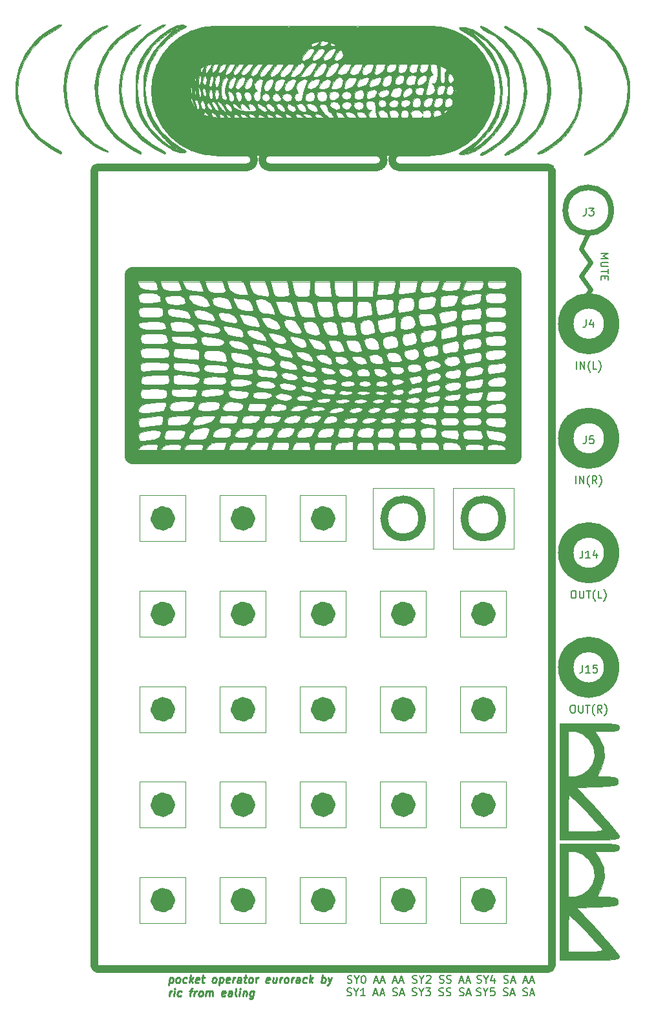
<source format=gbr>
%TF.GenerationSoftware,KiCad,Pcbnew,(5.1.12-1-10_14)*%
%TF.CreationDate,2021-12-28T18:18:38+00:00*%
%TF.ProjectId,pocket-operator-eurorack,706f636b-6574-42d6-9f70-657261746f72,rev?*%
%TF.SameCoordinates,Original*%
%TF.FileFunction,Legend,Top*%
%TF.FilePolarity,Positive*%
%FSLAX46Y46*%
G04 Gerber Fmt 4.6, Leading zero omitted, Abs format (unit mm)*
G04 Created by KiCad (PCBNEW (5.1.12-1-10_14)) date 2021-12-28 18:18:38*
%MOMM*%
%LPD*%
G01*
G04 APERTURE LIST*
%ADD10C,0.600000*%
%ADD11C,2.000000*%
%ADD12C,0.150000*%
%ADD13C,0.800000*%
%ADD14C,1.900000*%
%ADD15C,1.500000*%
%ADD16C,0.120000*%
%ADD17C,1.000000*%
%ADD18C,0.250000*%
%ADD19C,0.100000*%
%ADD20C,5.000000*%
%ADD21C,0.010000*%
G04 APERTURE END LIST*
D10*
X66548000Y-35052000D02*
X65278000Y-36830000D01*
X65278000Y-33274000D02*
X66548000Y-35052000D01*
X66548000Y-31496000D02*
X65278000Y-33274000D01*
D11*
X69294000Y-84500000D02*
G75*
G03*
X69294000Y-84500000I-3000000J0D01*
G01*
X69294000Y-69500000D02*
G75*
G03*
X69294000Y-69500000I-3000000J0D01*
G01*
D10*
X65278000Y-29718000D02*
X66548000Y-31496000D01*
X65278000Y-29718000D02*
X66240000Y-27638000D01*
D12*
X67873619Y-30313523D02*
X68873619Y-30313523D01*
X68159333Y-30646857D01*
X68873619Y-30980190D01*
X67873619Y-30980190D01*
X68873619Y-31456380D02*
X68064095Y-31456380D01*
X67968857Y-31504000D01*
X67921238Y-31551619D01*
X67873619Y-31646857D01*
X67873619Y-31837333D01*
X67921238Y-31932571D01*
X67968857Y-31980190D01*
X68064095Y-32027809D01*
X68873619Y-32027809D01*
X68873619Y-32361142D02*
X68873619Y-32932571D01*
X67873619Y-32646857D02*
X68873619Y-32646857D01*
X68397428Y-33265904D02*
X68397428Y-33599238D01*
X67873619Y-33742095D02*
X67873619Y-33265904D01*
X68873619Y-33265904D01*
X68873619Y-33742095D01*
D13*
X69240000Y-24638000D02*
G75*
G03*
X69240000Y-24638000I-3000000J0D01*
G01*
D12*
X51657714Y-125809761D02*
X51800571Y-125857380D01*
X52038666Y-125857380D01*
X52133904Y-125809761D01*
X52181523Y-125762142D01*
X52229142Y-125666904D01*
X52229142Y-125571666D01*
X52181523Y-125476428D01*
X52133904Y-125428809D01*
X52038666Y-125381190D01*
X51848190Y-125333571D01*
X51752952Y-125285952D01*
X51705333Y-125238333D01*
X51657714Y-125143095D01*
X51657714Y-125047857D01*
X51705333Y-124952619D01*
X51752952Y-124905000D01*
X51848190Y-124857380D01*
X52086285Y-124857380D01*
X52229142Y-124905000D01*
X52848190Y-125381190D02*
X52848190Y-125857380D01*
X52514857Y-124857380D02*
X52848190Y-125381190D01*
X53181523Y-124857380D01*
X53943428Y-125190714D02*
X53943428Y-125857380D01*
X53705333Y-124809761D02*
X53467238Y-125524047D01*
X54086285Y-125524047D01*
X55181523Y-125809761D02*
X55324380Y-125857380D01*
X55562476Y-125857380D01*
X55657714Y-125809761D01*
X55705333Y-125762142D01*
X55752952Y-125666904D01*
X55752952Y-125571666D01*
X55705333Y-125476428D01*
X55657714Y-125428809D01*
X55562476Y-125381190D01*
X55372000Y-125333571D01*
X55276761Y-125285952D01*
X55229142Y-125238333D01*
X55181523Y-125143095D01*
X55181523Y-125047857D01*
X55229142Y-124952619D01*
X55276761Y-124905000D01*
X55372000Y-124857380D01*
X55610095Y-124857380D01*
X55752952Y-124905000D01*
X56133904Y-125571666D02*
X56610095Y-125571666D01*
X56038666Y-125857380D02*
X56372000Y-124857380D01*
X56705333Y-125857380D01*
X57752952Y-125571666D02*
X58229142Y-125571666D01*
X57657714Y-125857380D02*
X57991047Y-124857380D01*
X58324380Y-125857380D01*
X58610095Y-125571666D02*
X59086285Y-125571666D01*
X58514857Y-125857380D02*
X58848190Y-124857380D01*
X59181523Y-125857380D01*
X51610095Y-127459761D02*
X51752952Y-127507380D01*
X51991047Y-127507380D01*
X52086285Y-127459761D01*
X52133904Y-127412142D01*
X52181523Y-127316904D01*
X52181523Y-127221666D01*
X52133904Y-127126428D01*
X52086285Y-127078809D01*
X51991047Y-127031190D01*
X51800571Y-126983571D01*
X51705333Y-126935952D01*
X51657714Y-126888333D01*
X51610095Y-126793095D01*
X51610095Y-126697857D01*
X51657714Y-126602619D01*
X51705333Y-126555000D01*
X51800571Y-126507380D01*
X52038666Y-126507380D01*
X52181523Y-126555000D01*
X52800571Y-127031190D02*
X52800571Y-127507380D01*
X52467238Y-126507380D02*
X52800571Y-127031190D01*
X53133904Y-126507380D01*
X53943428Y-126507380D02*
X53467238Y-126507380D01*
X53419619Y-126983571D01*
X53467238Y-126935952D01*
X53562476Y-126888333D01*
X53800571Y-126888333D01*
X53895809Y-126935952D01*
X53943428Y-126983571D01*
X53991047Y-127078809D01*
X53991047Y-127316904D01*
X53943428Y-127412142D01*
X53895809Y-127459761D01*
X53800571Y-127507380D01*
X53562476Y-127507380D01*
X53467238Y-127459761D01*
X53419619Y-127412142D01*
X55133904Y-127459761D02*
X55276761Y-127507380D01*
X55514857Y-127507380D01*
X55610095Y-127459761D01*
X55657714Y-127412142D01*
X55705333Y-127316904D01*
X55705333Y-127221666D01*
X55657714Y-127126428D01*
X55610095Y-127078809D01*
X55514857Y-127031190D01*
X55324380Y-126983571D01*
X55229142Y-126935952D01*
X55181523Y-126888333D01*
X55133904Y-126793095D01*
X55133904Y-126697857D01*
X55181523Y-126602619D01*
X55229142Y-126555000D01*
X55324380Y-126507380D01*
X55562476Y-126507380D01*
X55705333Y-126555000D01*
X56086285Y-127221666D02*
X56562476Y-127221666D01*
X55991047Y-127507380D02*
X56324380Y-126507380D01*
X56657714Y-127507380D01*
X57705333Y-127459761D02*
X57848190Y-127507380D01*
X58086285Y-127507380D01*
X58181523Y-127459761D01*
X58229142Y-127412142D01*
X58276761Y-127316904D01*
X58276761Y-127221666D01*
X58229142Y-127126428D01*
X58181523Y-127078809D01*
X58086285Y-127031190D01*
X57895809Y-126983571D01*
X57800571Y-126935952D01*
X57752952Y-126888333D01*
X57705333Y-126793095D01*
X57705333Y-126697857D01*
X57752952Y-126602619D01*
X57800571Y-126555000D01*
X57895809Y-126507380D01*
X58133904Y-126507380D01*
X58276761Y-126555000D01*
X58657714Y-127221666D02*
X59133904Y-127221666D01*
X58562476Y-127507380D02*
X58895809Y-126507380D01*
X59229142Y-127507380D01*
X43228095Y-125809761D02*
X43370952Y-125857380D01*
X43609047Y-125857380D01*
X43704285Y-125809761D01*
X43751904Y-125762142D01*
X43799523Y-125666904D01*
X43799523Y-125571666D01*
X43751904Y-125476428D01*
X43704285Y-125428809D01*
X43609047Y-125381190D01*
X43418571Y-125333571D01*
X43323333Y-125285952D01*
X43275714Y-125238333D01*
X43228095Y-125143095D01*
X43228095Y-125047857D01*
X43275714Y-124952619D01*
X43323333Y-124905000D01*
X43418571Y-124857380D01*
X43656666Y-124857380D01*
X43799523Y-124905000D01*
X44418571Y-125381190D02*
X44418571Y-125857380D01*
X44085238Y-124857380D02*
X44418571Y-125381190D01*
X44751904Y-124857380D01*
X45037619Y-124952619D02*
X45085238Y-124905000D01*
X45180476Y-124857380D01*
X45418571Y-124857380D01*
X45513809Y-124905000D01*
X45561428Y-124952619D01*
X45609047Y-125047857D01*
X45609047Y-125143095D01*
X45561428Y-125285952D01*
X44990000Y-125857380D01*
X45609047Y-125857380D01*
X46751904Y-125809761D02*
X46894761Y-125857380D01*
X47132857Y-125857380D01*
X47228095Y-125809761D01*
X47275714Y-125762142D01*
X47323333Y-125666904D01*
X47323333Y-125571666D01*
X47275714Y-125476428D01*
X47228095Y-125428809D01*
X47132857Y-125381190D01*
X46942380Y-125333571D01*
X46847142Y-125285952D01*
X46799523Y-125238333D01*
X46751904Y-125143095D01*
X46751904Y-125047857D01*
X46799523Y-124952619D01*
X46847142Y-124905000D01*
X46942380Y-124857380D01*
X47180476Y-124857380D01*
X47323333Y-124905000D01*
X47704285Y-125809761D02*
X47847142Y-125857380D01*
X48085238Y-125857380D01*
X48180476Y-125809761D01*
X48228095Y-125762142D01*
X48275714Y-125666904D01*
X48275714Y-125571666D01*
X48228095Y-125476428D01*
X48180476Y-125428809D01*
X48085238Y-125381190D01*
X47894761Y-125333571D01*
X47799523Y-125285952D01*
X47751904Y-125238333D01*
X47704285Y-125143095D01*
X47704285Y-125047857D01*
X47751904Y-124952619D01*
X47799523Y-124905000D01*
X47894761Y-124857380D01*
X48132857Y-124857380D01*
X48275714Y-124905000D01*
X49418571Y-125571666D02*
X49894761Y-125571666D01*
X49323333Y-125857380D02*
X49656666Y-124857380D01*
X49990000Y-125857380D01*
X50275714Y-125571666D02*
X50751904Y-125571666D01*
X50180476Y-125857380D02*
X50513809Y-124857380D01*
X50847142Y-125857380D01*
X43180476Y-127459761D02*
X43323333Y-127507380D01*
X43561428Y-127507380D01*
X43656666Y-127459761D01*
X43704285Y-127412142D01*
X43751904Y-127316904D01*
X43751904Y-127221666D01*
X43704285Y-127126428D01*
X43656666Y-127078809D01*
X43561428Y-127031190D01*
X43370952Y-126983571D01*
X43275714Y-126935952D01*
X43228095Y-126888333D01*
X43180476Y-126793095D01*
X43180476Y-126697857D01*
X43228095Y-126602619D01*
X43275714Y-126555000D01*
X43370952Y-126507380D01*
X43609047Y-126507380D01*
X43751904Y-126555000D01*
X44370952Y-127031190D02*
X44370952Y-127507380D01*
X44037619Y-126507380D02*
X44370952Y-127031190D01*
X44704285Y-126507380D01*
X44942380Y-126507380D02*
X45561428Y-126507380D01*
X45228095Y-126888333D01*
X45370952Y-126888333D01*
X45466190Y-126935952D01*
X45513809Y-126983571D01*
X45561428Y-127078809D01*
X45561428Y-127316904D01*
X45513809Y-127412142D01*
X45466190Y-127459761D01*
X45370952Y-127507380D01*
X45085238Y-127507380D01*
X44990000Y-127459761D01*
X44942380Y-127412142D01*
X46704285Y-127459761D02*
X46847142Y-127507380D01*
X47085238Y-127507380D01*
X47180476Y-127459761D01*
X47228095Y-127412142D01*
X47275714Y-127316904D01*
X47275714Y-127221666D01*
X47228095Y-127126428D01*
X47180476Y-127078809D01*
X47085238Y-127031190D01*
X46894761Y-126983571D01*
X46799523Y-126935952D01*
X46751904Y-126888333D01*
X46704285Y-126793095D01*
X46704285Y-126697857D01*
X46751904Y-126602619D01*
X46799523Y-126555000D01*
X46894761Y-126507380D01*
X47132857Y-126507380D01*
X47275714Y-126555000D01*
X47656666Y-127459761D02*
X47799523Y-127507380D01*
X48037619Y-127507380D01*
X48132857Y-127459761D01*
X48180476Y-127412142D01*
X48228095Y-127316904D01*
X48228095Y-127221666D01*
X48180476Y-127126428D01*
X48132857Y-127078809D01*
X48037619Y-127031190D01*
X47847142Y-126983571D01*
X47751904Y-126935952D01*
X47704285Y-126888333D01*
X47656666Y-126793095D01*
X47656666Y-126697857D01*
X47704285Y-126602619D01*
X47751904Y-126555000D01*
X47847142Y-126507380D01*
X48085238Y-126507380D01*
X48228095Y-126555000D01*
X49370952Y-127459761D02*
X49513809Y-127507380D01*
X49751904Y-127507380D01*
X49847142Y-127459761D01*
X49894761Y-127412142D01*
X49942380Y-127316904D01*
X49942380Y-127221666D01*
X49894761Y-127126428D01*
X49847142Y-127078809D01*
X49751904Y-127031190D01*
X49561428Y-126983571D01*
X49466190Y-126935952D01*
X49418571Y-126888333D01*
X49370952Y-126793095D01*
X49370952Y-126697857D01*
X49418571Y-126602619D01*
X49466190Y-126555000D01*
X49561428Y-126507380D01*
X49799523Y-126507380D01*
X49942380Y-126555000D01*
X50323333Y-127221666D02*
X50799523Y-127221666D01*
X50228095Y-127507380D02*
X50561428Y-126507380D01*
X50894761Y-127507380D01*
X34687333Y-125817761D02*
X34830190Y-125865380D01*
X35068285Y-125865380D01*
X35163523Y-125817761D01*
X35211142Y-125770142D01*
X35258761Y-125674904D01*
X35258761Y-125579666D01*
X35211142Y-125484428D01*
X35163523Y-125436809D01*
X35068285Y-125389190D01*
X34877809Y-125341571D01*
X34782571Y-125293952D01*
X34734952Y-125246333D01*
X34687333Y-125151095D01*
X34687333Y-125055857D01*
X34734952Y-124960619D01*
X34782571Y-124913000D01*
X34877809Y-124865380D01*
X35115904Y-124865380D01*
X35258761Y-124913000D01*
X35877809Y-125389190D02*
X35877809Y-125865380D01*
X35544476Y-124865380D02*
X35877809Y-125389190D01*
X36211142Y-124865380D01*
X36734952Y-124865380D02*
X36830190Y-124865380D01*
X36925428Y-124913000D01*
X36973047Y-124960619D01*
X37020666Y-125055857D01*
X37068285Y-125246333D01*
X37068285Y-125484428D01*
X37020666Y-125674904D01*
X36973047Y-125770142D01*
X36925428Y-125817761D01*
X36830190Y-125865380D01*
X36734952Y-125865380D01*
X36639714Y-125817761D01*
X36592095Y-125770142D01*
X36544476Y-125674904D01*
X36496857Y-125484428D01*
X36496857Y-125246333D01*
X36544476Y-125055857D01*
X36592095Y-124960619D01*
X36639714Y-124913000D01*
X36734952Y-124865380D01*
X38211142Y-125579666D02*
X38687333Y-125579666D01*
X38115904Y-125865380D02*
X38449238Y-124865380D01*
X38782571Y-125865380D01*
X39068285Y-125579666D02*
X39544476Y-125579666D01*
X38973047Y-125865380D02*
X39306380Y-124865380D01*
X39639714Y-125865380D01*
X40687333Y-125579666D02*
X41163523Y-125579666D01*
X40592095Y-125865380D02*
X40925428Y-124865380D01*
X41258761Y-125865380D01*
X41544476Y-125579666D02*
X42020666Y-125579666D01*
X41449238Y-125865380D02*
X41782571Y-124865380D01*
X42115904Y-125865380D01*
X34639714Y-127467761D02*
X34782571Y-127515380D01*
X35020666Y-127515380D01*
X35115904Y-127467761D01*
X35163523Y-127420142D01*
X35211142Y-127324904D01*
X35211142Y-127229666D01*
X35163523Y-127134428D01*
X35115904Y-127086809D01*
X35020666Y-127039190D01*
X34830190Y-126991571D01*
X34734952Y-126943952D01*
X34687333Y-126896333D01*
X34639714Y-126801095D01*
X34639714Y-126705857D01*
X34687333Y-126610619D01*
X34734952Y-126563000D01*
X34830190Y-126515380D01*
X35068285Y-126515380D01*
X35211142Y-126563000D01*
X35830190Y-127039190D02*
X35830190Y-127515380D01*
X35496857Y-126515380D02*
X35830190Y-127039190D01*
X36163523Y-126515380D01*
X37020666Y-127515380D02*
X36449238Y-127515380D01*
X36734952Y-127515380D02*
X36734952Y-126515380D01*
X36639714Y-126658238D01*
X36544476Y-126753476D01*
X36449238Y-126801095D01*
X38163523Y-127229666D02*
X38639714Y-127229666D01*
X38068285Y-127515380D02*
X38401619Y-126515380D01*
X38734952Y-127515380D01*
X39020666Y-127229666D02*
X39496857Y-127229666D01*
X38925428Y-127515380D02*
X39258761Y-126515380D01*
X39592095Y-127515380D01*
X40639714Y-127467761D02*
X40782571Y-127515380D01*
X41020666Y-127515380D01*
X41115904Y-127467761D01*
X41163523Y-127420142D01*
X41211142Y-127324904D01*
X41211142Y-127229666D01*
X41163523Y-127134428D01*
X41115904Y-127086809D01*
X41020666Y-127039190D01*
X40830190Y-126991571D01*
X40734952Y-126943952D01*
X40687333Y-126896333D01*
X40639714Y-126801095D01*
X40639714Y-126705857D01*
X40687333Y-126610619D01*
X40734952Y-126563000D01*
X40830190Y-126515380D01*
X41068285Y-126515380D01*
X41211142Y-126563000D01*
X41592095Y-127229666D02*
X42068285Y-127229666D01*
X41496857Y-127515380D02*
X41830190Y-126515380D01*
X42163523Y-127515380D01*
D14*
X6500000Y-57000000D02*
X56500000Y-57000000D01*
X6500000Y-33000000D02*
X56500000Y-33000000D01*
D15*
X56750000Y-33000000D02*
X56750000Y-57000000D01*
X6250000Y-33000000D02*
X6250000Y-57000000D01*
D16*
X56000000Y-56000000D02*
X7000000Y-56000000D01*
X7000000Y-34000000D02*
X56000000Y-34000000D01*
X56000000Y-34000000D02*
X56000000Y-56000000D01*
X7000000Y-34000000D02*
X7000000Y-56000000D01*
D17*
X44500000Y-65000000D02*
G75*
G03*
X44500000Y-65000000I-2500000J0D01*
G01*
D16*
X49500000Y-112000000D02*
X55500000Y-112000000D01*
X39000000Y-112000000D02*
X45000000Y-112000000D01*
X28500000Y-112000000D02*
X34500000Y-112000000D01*
X18000000Y-112000000D02*
X24000000Y-112000000D01*
X7500000Y-112000000D02*
X13500000Y-112000000D01*
X49500000Y-99500000D02*
X55500000Y-99500000D01*
X39000000Y-99500000D02*
X45000000Y-99500000D01*
X28500000Y-99500000D02*
X34500000Y-99500000D01*
X18000000Y-99500000D02*
X24000000Y-99500000D01*
X7500000Y-99500000D02*
X13500000Y-99500000D01*
X49500000Y-87000000D02*
X55500000Y-87000000D01*
X39000000Y-87000000D02*
X45000000Y-87000000D01*
X28500000Y-87000000D02*
X34500000Y-87000000D01*
X18000000Y-87000000D02*
X24000000Y-87000000D01*
X7500000Y-87000000D02*
X13500000Y-87000000D01*
X49500000Y-74500000D02*
X55500000Y-74500000D01*
X39000000Y-74500000D02*
X45000000Y-74500000D01*
X28500000Y-74500000D02*
X34500000Y-74500000D01*
X18000000Y-74500000D02*
X24000000Y-74500000D01*
X7500000Y-74500000D02*
X13500000Y-74500000D01*
X48500000Y-61000000D02*
X56500000Y-61000000D01*
X38000000Y-61000000D02*
X46000000Y-61000000D01*
X28500000Y-62000000D02*
X34500000Y-62000000D01*
X18000000Y-62000000D02*
X24000000Y-62000000D01*
D11*
X53100000Y-115000000D02*
G75*
G03*
X53100000Y-115000000I-600000J0D01*
G01*
X42600000Y-115000000D02*
G75*
G03*
X42600000Y-115000000I-600000J0D01*
G01*
X32100000Y-115000000D02*
G75*
G03*
X32100000Y-115000000I-600000J0D01*
G01*
X21600000Y-115000000D02*
G75*
G03*
X21600000Y-115000000I-600000J0D01*
G01*
X11100000Y-115000000D02*
G75*
G03*
X11100000Y-115000000I-600000J0D01*
G01*
X53100000Y-102500000D02*
G75*
G03*
X53100000Y-102500000I-600000J0D01*
G01*
X42600000Y-102500000D02*
G75*
G03*
X42600000Y-102500000I-600000J0D01*
G01*
X32100000Y-102500000D02*
G75*
G03*
X32100000Y-102500000I-600000J0D01*
G01*
X21600000Y-102500000D02*
G75*
G03*
X21600000Y-102500000I-600000J0D01*
G01*
X11100000Y-102500000D02*
G75*
G03*
X11100000Y-102500000I-600000J0D01*
G01*
X53100000Y-90000000D02*
G75*
G03*
X53100000Y-90000000I-600000J0D01*
G01*
X42600000Y-90000000D02*
G75*
G03*
X42600000Y-90000000I-600000J0D01*
G01*
X32100000Y-90000000D02*
G75*
G03*
X32100000Y-90000000I-600000J0D01*
G01*
X21600000Y-90000000D02*
G75*
G03*
X21600000Y-90000000I-600000J0D01*
G01*
X11100000Y-90000000D02*
G75*
G03*
X11100000Y-90000000I-600000J0D01*
G01*
X53100000Y-77500000D02*
G75*
G03*
X53100000Y-77500000I-600000J0D01*
G01*
X42600000Y-77500000D02*
G75*
G03*
X42600000Y-77500000I-600000J0D01*
G01*
X32100000Y-77500000D02*
G75*
G03*
X32100000Y-77500000I-600000J0D01*
G01*
X21600000Y-77500000D02*
G75*
G03*
X21600000Y-77500000I-600000J0D01*
G01*
X11100000Y-77500000D02*
G75*
G03*
X11100000Y-77500000I-600000J0D01*
G01*
D17*
X55000000Y-65000000D02*
G75*
G03*
X55000000Y-65000000I-2500000J0D01*
G01*
D11*
X32100000Y-65000000D02*
G75*
G03*
X32100000Y-65000000I-600000J0D01*
G01*
X21600000Y-65000000D02*
G75*
G03*
X21600000Y-65000000I-600000J0D01*
G01*
D16*
X49500000Y-112000000D02*
X49500000Y-118000000D01*
X39000000Y-112000000D02*
X39000000Y-118000000D01*
X28500000Y-112000000D02*
X28500000Y-118000000D01*
X18000000Y-112000000D02*
X18000000Y-118000000D01*
X7500000Y-112000000D02*
X7500000Y-118000000D01*
X49500000Y-99500000D02*
X49500000Y-105500000D01*
X39000000Y-99500000D02*
X39000000Y-105500000D01*
X28500000Y-99500000D02*
X28500000Y-105500000D01*
X18000000Y-99500000D02*
X18000000Y-105500000D01*
X7500000Y-99500000D02*
X7500000Y-105500000D01*
X49500000Y-87000000D02*
X49500000Y-93000000D01*
X39000000Y-87000000D02*
X39000000Y-93000000D01*
X28500000Y-87000000D02*
X28500000Y-93000000D01*
X18000000Y-87000000D02*
X18000000Y-93000000D01*
X7500000Y-87000000D02*
X7500000Y-93000000D01*
X49500000Y-74500000D02*
X49500000Y-80500000D01*
X39000000Y-74500000D02*
X39000000Y-80500000D01*
X28500000Y-74500000D02*
X28500000Y-80500000D01*
X18000000Y-74500000D02*
X18000000Y-80500000D01*
X7500000Y-74500000D02*
X7500000Y-80500000D01*
X48500000Y-61000000D02*
X48500000Y-69000000D01*
X38000000Y-61000000D02*
X38000000Y-69000000D01*
X28500000Y-62000000D02*
X28500000Y-68000000D01*
X18000000Y-62000000D02*
X18000000Y-68000000D01*
X49500000Y-118000000D02*
X55500000Y-118000000D01*
X39000000Y-118000000D02*
X45000000Y-118000000D01*
X28500000Y-118000000D02*
X34500000Y-118000000D01*
X18000000Y-118000000D02*
X24000000Y-118000000D01*
X7500000Y-118000000D02*
X13500000Y-118000000D01*
X49500000Y-105500000D02*
X55500000Y-105500000D01*
X39000000Y-105500000D02*
X45000000Y-105500000D01*
X28500000Y-105500000D02*
X34500000Y-105500000D01*
X18000000Y-105500000D02*
X24000000Y-105500000D01*
X7500000Y-105500000D02*
X13500000Y-105500000D01*
X49500000Y-93000000D02*
X55500000Y-93000000D01*
X39000000Y-93000000D02*
X45000000Y-93000000D01*
X28500000Y-93000000D02*
X34500000Y-93000000D01*
X18000000Y-93000000D02*
X24000000Y-93000000D01*
X7500000Y-93000000D02*
X13500000Y-93000000D01*
X49500000Y-80500000D02*
X55500000Y-80500000D01*
X39000000Y-80500000D02*
X45000000Y-80500000D01*
X28500000Y-80500000D02*
X34500000Y-80500000D01*
X18000000Y-80500000D02*
X24000000Y-80500000D01*
X7500000Y-80500000D02*
X13500000Y-80500000D01*
X48500000Y-69000000D02*
X56500000Y-69000000D01*
X38000000Y-69000000D02*
X46000000Y-69000000D01*
X28500000Y-68000000D02*
X34500000Y-68000000D01*
X18000000Y-68000000D02*
X24000000Y-68000000D01*
X55500000Y-112000000D02*
X55500000Y-118000000D01*
X45000000Y-112000000D02*
X45000000Y-118000000D01*
X34500000Y-112000000D02*
X34500000Y-118000000D01*
X24000000Y-112000000D02*
X24000000Y-118000000D01*
X13500000Y-112000000D02*
X13500000Y-118000000D01*
X55500000Y-99500000D02*
X55500000Y-105500000D01*
X45000000Y-99500000D02*
X45000000Y-105500000D01*
X34500000Y-99500000D02*
X34500000Y-105500000D01*
X24000000Y-99500000D02*
X24000000Y-105500000D01*
X13500000Y-99500000D02*
X13500000Y-105500000D01*
X55500000Y-87000000D02*
X55500000Y-93000000D01*
X45000000Y-87000000D02*
X45000000Y-93000000D01*
X34500000Y-87000000D02*
X34500000Y-93000000D01*
X24000000Y-87000000D02*
X24000000Y-93000000D01*
X13500000Y-87000000D02*
X13500000Y-93000000D01*
X55500000Y-74500000D02*
X55500000Y-80500000D01*
X45000000Y-74500000D02*
X45000000Y-80500000D01*
X34500000Y-74500000D02*
X34500000Y-80500000D01*
X24000000Y-74500000D02*
X24000000Y-80500000D01*
X13500000Y-74500000D02*
X13500000Y-80500000D01*
X56500000Y-61000000D02*
X56500000Y-69000000D01*
X46000000Y-61000000D02*
X46000000Y-69000000D01*
X34500000Y-62000000D02*
X34500000Y-68000000D01*
X24000000Y-62000000D02*
X24000000Y-68000000D01*
D11*
X11100000Y-65000000D02*
G75*
G03*
X11100000Y-65000000I-600000J0D01*
G01*
D16*
X7500000Y-68000000D02*
X13500000Y-68000000D01*
X7500000Y-62000000D02*
X13500000Y-62000000D01*
X13500000Y-62000000D02*
X13500000Y-68000000D01*
X7500000Y-62000000D02*
X7500000Y-68000000D01*
X17500000Y-500000D02*
G75*
G03*
X17500000Y-17500000I0J-8500000D01*
G01*
D18*
X11411880Y-125148714D02*
X11286880Y-126148714D01*
X11405928Y-125196333D02*
X11507119Y-125148714D01*
X11697595Y-125148714D01*
X11786880Y-125196333D01*
X11828547Y-125243952D01*
X11864261Y-125339190D01*
X11828547Y-125624904D01*
X11769023Y-125720142D01*
X11715452Y-125767761D01*
X11614261Y-125815380D01*
X11423785Y-125815380D01*
X11334500Y-125767761D01*
X12376166Y-125815380D02*
X12286880Y-125767761D01*
X12245214Y-125720142D01*
X12209500Y-125624904D01*
X12245214Y-125339190D01*
X12304738Y-125243952D01*
X12358309Y-125196333D01*
X12459500Y-125148714D01*
X12602357Y-125148714D01*
X12691642Y-125196333D01*
X12733309Y-125243952D01*
X12769023Y-125339190D01*
X12733309Y-125624904D01*
X12673785Y-125720142D01*
X12620214Y-125767761D01*
X12519023Y-125815380D01*
X12376166Y-125815380D01*
X13572595Y-125767761D02*
X13471404Y-125815380D01*
X13280928Y-125815380D01*
X13191642Y-125767761D01*
X13149976Y-125720142D01*
X13114261Y-125624904D01*
X13149976Y-125339190D01*
X13209500Y-125243952D01*
X13263071Y-125196333D01*
X13364261Y-125148714D01*
X13554738Y-125148714D01*
X13644023Y-125196333D01*
X13995214Y-125815380D02*
X14120214Y-124815380D01*
X14138071Y-125434428D02*
X14376166Y-125815380D01*
X14459500Y-125148714D02*
X14030928Y-125529666D01*
X15191642Y-125767761D02*
X15090452Y-125815380D01*
X14899976Y-125815380D01*
X14810690Y-125767761D01*
X14774976Y-125672523D01*
X14822595Y-125291571D01*
X14882119Y-125196333D01*
X14983309Y-125148714D01*
X15173785Y-125148714D01*
X15263071Y-125196333D01*
X15298785Y-125291571D01*
X15286880Y-125386809D01*
X14798785Y-125482047D01*
X15602357Y-125148714D02*
X15983309Y-125148714D01*
X15786880Y-124815380D02*
X15679738Y-125672523D01*
X15715452Y-125767761D01*
X15804738Y-125815380D01*
X15899976Y-125815380D01*
X17138071Y-125815380D02*
X17048785Y-125767761D01*
X17007119Y-125720142D01*
X16971404Y-125624904D01*
X17007119Y-125339190D01*
X17066642Y-125243952D01*
X17120214Y-125196333D01*
X17221404Y-125148714D01*
X17364261Y-125148714D01*
X17453547Y-125196333D01*
X17495214Y-125243952D01*
X17530928Y-125339190D01*
X17495214Y-125624904D01*
X17435690Y-125720142D01*
X17382119Y-125767761D01*
X17280928Y-125815380D01*
X17138071Y-125815380D01*
X17983309Y-125148714D02*
X17858309Y-126148714D01*
X17977357Y-125196333D02*
X18078547Y-125148714D01*
X18269023Y-125148714D01*
X18358309Y-125196333D01*
X18399976Y-125243952D01*
X18435690Y-125339190D01*
X18399976Y-125624904D01*
X18340452Y-125720142D01*
X18286880Y-125767761D01*
X18185690Y-125815380D01*
X17995214Y-125815380D01*
X17905928Y-125767761D01*
X19191642Y-125767761D02*
X19090452Y-125815380D01*
X18899976Y-125815380D01*
X18810690Y-125767761D01*
X18774976Y-125672523D01*
X18822595Y-125291571D01*
X18882119Y-125196333D01*
X18983309Y-125148714D01*
X19173785Y-125148714D01*
X19263071Y-125196333D01*
X19298785Y-125291571D01*
X19286880Y-125386809D01*
X18798785Y-125482047D01*
X19661880Y-125815380D02*
X19745214Y-125148714D01*
X19721404Y-125339190D02*
X19780928Y-125243952D01*
X19834500Y-125196333D01*
X19935690Y-125148714D01*
X20030928Y-125148714D01*
X20709500Y-125815380D02*
X20774976Y-125291571D01*
X20739261Y-125196333D01*
X20649976Y-125148714D01*
X20459500Y-125148714D01*
X20358309Y-125196333D01*
X20715452Y-125767761D02*
X20614261Y-125815380D01*
X20376166Y-125815380D01*
X20286880Y-125767761D01*
X20251166Y-125672523D01*
X20263071Y-125577285D01*
X20322595Y-125482047D01*
X20423785Y-125434428D01*
X20661880Y-125434428D01*
X20763071Y-125386809D01*
X21126166Y-125148714D02*
X21507119Y-125148714D01*
X21310690Y-124815380D02*
X21203547Y-125672523D01*
X21239261Y-125767761D01*
X21328547Y-125815380D01*
X21423785Y-125815380D01*
X21899976Y-125815380D02*
X21810690Y-125767761D01*
X21769023Y-125720142D01*
X21733309Y-125624904D01*
X21769023Y-125339190D01*
X21828547Y-125243952D01*
X21882119Y-125196333D01*
X21983309Y-125148714D01*
X22126166Y-125148714D01*
X22215452Y-125196333D01*
X22257119Y-125243952D01*
X22292833Y-125339190D01*
X22257119Y-125624904D01*
X22197595Y-125720142D01*
X22144023Y-125767761D01*
X22042833Y-125815380D01*
X21899976Y-125815380D01*
X22661880Y-125815380D02*
X22745214Y-125148714D01*
X22721404Y-125339190D02*
X22780928Y-125243952D01*
X22834500Y-125196333D01*
X22935690Y-125148714D01*
X23030928Y-125148714D01*
X24429738Y-125767761D02*
X24328547Y-125815380D01*
X24138071Y-125815380D01*
X24048785Y-125767761D01*
X24013071Y-125672523D01*
X24060690Y-125291571D01*
X24120214Y-125196333D01*
X24221404Y-125148714D01*
X24411880Y-125148714D01*
X24501166Y-125196333D01*
X24536880Y-125291571D01*
X24524976Y-125386809D01*
X24036880Y-125482047D01*
X25411880Y-125148714D02*
X25328547Y-125815380D01*
X24983309Y-125148714D02*
X24917833Y-125672523D01*
X24953547Y-125767761D01*
X25042833Y-125815380D01*
X25185690Y-125815380D01*
X25286880Y-125767761D01*
X25340452Y-125720142D01*
X25804738Y-125815380D02*
X25888071Y-125148714D01*
X25864261Y-125339190D02*
X25923785Y-125243952D01*
X25977357Y-125196333D01*
X26078547Y-125148714D01*
X26173785Y-125148714D01*
X26566642Y-125815380D02*
X26477357Y-125767761D01*
X26435690Y-125720142D01*
X26399976Y-125624904D01*
X26435690Y-125339190D01*
X26495214Y-125243952D01*
X26548785Y-125196333D01*
X26649976Y-125148714D01*
X26792833Y-125148714D01*
X26882119Y-125196333D01*
X26923785Y-125243952D01*
X26959500Y-125339190D01*
X26923785Y-125624904D01*
X26864261Y-125720142D01*
X26810690Y-125767761D01*
X26709500Y-125815380D01*
X26566642Y-125815380D01*
X27328547Y-125815380D02*
X27411880Y-125148714D01*
X27388071Y-125339190D02*
X27447595Y-125243952D01*
X27501166Y-125196333D01*
X27602357Y-125148714D01*
X27697595Y-125148714D01*
X28376166Y-125815380D02*
X28441642Y-125291571D01*
X28405928Y-125196333D01*
X28316642Y-125148714D01*
X28126166Y-125148714D01*
X28024976Y-125196333D01*
X28382119Y-125767761D02*
X28280928Y-125815380D01*
X28042833Y-125815380D01*
X27953547Y-125767761D01*
X27917833Y-125672523D01*
X27929738Y-125577285D01*
X27989261Y-125482047D01*
X28090452Y-125434428D01*
X28328547Y-125434428D01*
X28429738Y-125386809D01*
X29286880Y-125767761D02*
X29185690Y-125815380D01*
X28995214Y-125815380D01*
X28905928Y-125767761D01*
X28864261Y-125720142D01*
X28828547Y-125624904D01*
X28864261Y-125339190D01*
X28923785Y-125243952D01*
X28977357Y-125196333D01*
X29078547Y-125148714D01*
X29269023Y-125148714D01*
X29358309Y-125196333D01*
X29709500Y-125815380D02*
X29834500Y-124815380D01*
X29852357Y-125434428D02*
X30090452Y-125815380D01*
X30173785Y-125148714D02*
X29745214Y-125529666D01*
X31280928Y-125815380D02*
X31405928Y-124815380D01*
X31358309Y-125196333D02*
X31459499Y-125148714D01*
X31649976Y-125148714D01*
X31739261Y-125196333D01*
X31780928Y-125243952D01*
X31816642Y-125339190D01*
X31780928Y-125624904D01*
X31721404Y-125720142D01*
X31667833Y-125767761D01*
X31566642Y-125815380D01*
X31376166Y-125815380D01*
X31286880Y-125767761D01*
X32173785Y-125148714D02*
X32328547Y-125815380D01*
X32649976Y-125148714D02*
X32328547Y-125815380D01*
X32203547Y-126053476D01*
X32149976Y-126101095D01*
X32048785Y-126148714D01*
X11328547Y-127565380D02*
X11411880Y-126898714D01*
X11388071Y-127089190D02*
X11447595Y-126993952D01*
X11501166Y-126946333D01*
X11602357Y-126898714D01*
X11697595Y-126898714D01*
X11947595Y-127565380D02*
X12030928Y-126898714D01*
X12072595Y-126565380D02*
X12019023Y-126613000D01*
X12060690Y-126660619D01*
X12114261Y-126613000D01*
X12072595Y-126565380D01*
X12060690Y-126660619D01*
X12858309Y-127517761D02*
X12757119Y-127565380D01*
X12566642Y-127565380D01*
X12477357Y-127517761D01*
X12435690Y-127470142D01*
X12399976Y-127374904D01*
X12435690Y-127089190D01*
X12495214Y-126993952D01*
X12548785Y-126946333D01*
X12649976Y-126898714D01*
X12840452Y-126898714D01*
X12929738Y-126946333D01*
X13983309Y-126898714D02*
X14364261Y-126898714D01*
X14042833Y-127565380D02*
X14149976Y-126708238D01*
X14209500Y-126613000D01*
X14310690Y-126565380D01*
X14405928Y-126565380D01*
X14614261Y-127565380D02*
X14697595Y-126898714D01*
X14673785Y-127089190D02*
X14733309Y-126993952D01*
X14786880Y-126946333D01*
X14888071Y-126898714D01*
X14983309Y-126898714D01*
X15376166Y-127565380D02*
X15286880Y-127517761D01*
X15245214Y-127470142D01*
X15209500Y-127374904D01*
X15245214Y-127089190D01*
X15304738Y-126993952D01*
X15358309Y-126946333D01*
X15459500Y-126898714D01*
X15602357Y-126898714D01*
X15691642Y-126946333D01*
X15733309Y-126993952D01*
X15769023Y-127089190D01*
X15733309Y-127374904D01*
X15673785Y-127470142D01*
X15620214Y-127517761D01*
X15519023Y-127565380D01*
X15376166Y-127565380D01*
X16138071Y-127565380D02*
X16221404Y-126898714D01*
X16209500Y-126993952D02*
X16263071Y-126946333D01*
X16364261Y-126898714D01*
X16507119Y-126898714D01*
X16596404Y-126946333D01*
X16632119Y-127041571D01*
X16566642Y-127565380D01*
X16632119Y-127041571D02*
X16691642Y-126946333D01*
X16792833Y-126898714D01*
X16935690Y-126898714D01*
X17024976Y-126946333D01*
X17060690Y-127041571D01*
X16995214Y-127565380D01*
X18620214Y-127517761D02*
X18519023Y-127565380D01*
X18328547Y-127565380D01*
X18239261Y-127517761D01*
X18203547Y-127422523D01*
X18251166Y-127041571D01*
X18310690Y-126946333D01*
X18411880Y-126898714D01*
X18602357Y-126898714D01*
X18691642Y-126946333D01*
X18727357Y-127041571D01*
X18715452Y-127136809D01*
X18227357Y-127232047D01*
X19519023Y-127565380D02*
X19584500Y-127041571D01*
X19548785Y-126946333D01*
X19459500Y-126898714D01*
X19269023Y-126898714D01*
X19167833Y-126946333D01*
X19524976Y-127517761D02*
X19423785Y-127565380D01*
X19185690Y-127565380D01*
X19096404Y-127517761D01*
X19060690Y-127422523D01*
X19072595Y-127327285D01*
X19132119Y-127232047D01*
X19233309Y-127184428D01*
X19471404Y-127184428D01*
X19572595Y-127136809D01*
X20138071Y-127565380D02*
X20048785Y-127517761D01*
X20013071Y-127422523D01*
X20120214Y-126565380D01*
X20519023Y-127565380D02*
X20602357Y-126898714D01*
X20644023Y-126565380D02*
X20590452Y-126613000D01*
X20632119Y-126660619D01*
X20685690Y-126613000D01*
X20644023Y-126565380D01*
X20632119Y-126660619D01*
X21078547Y-126898714D02*
X20995214Y-127565380D01*
X21066642Y-126993952D02*
X21120214Y-126946333D01*
X21221404Y-126898714D01*
X21364261Y-126898714D01*
X21453547Y-126946333D01*
X21489261Y-127041571D01*
X21423785Y-127565380D01*
X22411880Y-126898714D02*
X22310690Y-127708238D01*
X22251166Y-127803476D01*
X22197595Y-127851095D01*
X22096404Y-127898714D01*
X21953547Y-127898714D01*
X21864261Y-127851095D01*
X22334500Y-127517761D02*
X22233309Y-127565380D01*
X22042833Y-127565380D01*
X21953547Y-127517761D01*
X21911880Y-127470142D01*
X21876166Y-127374904D01*
X21911880Y-127089190D01*
X21971404Y-126993952D01*
X22024976Y-126946333D01*
X22126166Y-126898714D01*
X22316642Y-126898714D01*
X22405928Y-126946333D01*
D11*
X27500000Y-1500000D02*
X35500000Y-1500000D01*
D19*
G36*
X28511500Y-5461000D02*
G01*
X26860500Y-5461000D01*
X28511500Y-4699000D01*
X28511500Y-5461000D01*
G37*
X28511500Y-5461000D02*
X26860500Y-5461000D01*
X28511500Y-4699000D01*
X28511500Y-5461000D01*
G36*
X36068000Y-5461000D02*
G01*
X34544000Y-5461000D01*
X34544000Y-4953000D01*
X36068000Y-5461000D01*
G37*
X36068000Y-5461000D02*
X34544000Y-5461000D01*
X34544000Y-4953000D01*
X36068000Y-5461000D01*
D16*
X28500000Y-5500000D02*
G75*
G02*
X34500000Y-5500000I3000000J0D01*
G01*
D20*
X36500000Y-3000000D02*
X45500000Y-3000000D01*
X17500000Y-3000000D02*
X26500000Y-3000000D01*
X45500000Y-15000000D02*
G75*
G03*
X45500000Y-3000000I0J6000000D01*
G01*
X17500000Y-15000000D02*
G75*
G02*
X17500000Y-3000000I0J6000000D01*
G01*
X17500000Y-15000000D02*
X45500000Y-15000000D01*
D16*
X45500000Y-5500000D02*
G75*
G02*
X45500000Y-12500000I0J-3500000D01*
G01*
X17500000Y-12500000D02*
G75*
G02*
X17500000Y-5500000I0J3500000D01*
G01*
D11*
X27719157Y-4327945D02*
G75*
G02*
X35306000Y-4445000I3776843J-1133055D01*
G01*
D16*
X34500000Y-5500000D02*
X45500000Y-5500000D01*
X17500000Y-5500000D02*
X28500000Y-5500000D01*
X17500000Y-12500000D02*
X45500000Y-12500000D01*
D11*
X69294000Y-54500000D02*
G75*
G03*
X69294000Y-54500000I-3000000J0D01*
G01*
D12*
X64127333Y-89452380D02*
X64317809Y-89452380D01*
X64413047Y-89500000D01*
X64508285Y-89595238D01*
X64555904Y-89785714D01*
X64555904Y-90119047D01*
X64508285Y-90309523D01*
X64413047Y-90404761D01*
X64317809Y-90452380D01*
X64127333Y-90452380D01*
X64032095Y-90404761D01*
X63936857Y-90309523D01*
X63889238Y-90119047D01*
X63889238Y-89785714D01*
X63936857Y-89595238D01*
X64032095Y-89500000D01*
X64127333Y-89452380D01*
X64984476Y-89452380D02*
X64984476Y-90261904D01*
X65032095Y-90357142D01*
X65079714Y-90404761D01*
X65174952Y-90452380D01*
X65365428Y-90452380D01*
X65460666Y-90404761D01*
X65508285Y-90357142D01*
X65555904Y-90261904D01*
X65555904Y-89452380D01*
X65889238Y-89452380D02*
X66460666Y-89452380D01*
X66174952Y-90452380D02*
X66174952Y-89452380D01*
X67079714Y-90833333D02*
X67032095Y-90785714D01*
X66936857Y-90642857D01*
X66889238Y-90547619D01*
X66841619Y-90404761D01*
X66794000Y-90166666D01*
X66794000Y-89976190D01*
X66841619Y-89738095D01*
X66889238Y-89595238D01*
X66936857Y-89500000D01*
X67032095Y-89357142D01*
X67079714Y-89309523D01*
X68032095Y-90452380D02*
X67698761Y-89976190D01*
X67460666Y-90452380D02*
X67460666Y-89452380D01*
X67841619Y-89452380D01*
X67936857Y-89500000D01*
X67984476Y-89547619D01*
X68032095Y-89642857D01*
X68032095Y-89785714D01*
X67984476Y-89880952D01*
X67936857Y-89928571D01*
X67841619Y-89976190D01*
X67460666Y-89976190D01*
X68365428Y-90833333D02*
X68413047Y-90785714D01*
X68508285Y-90642857D01*
X68555904Y-90547619D01*
X68603523Y-90404761D01*
X68651142Y-90166666D01*
X68651142Y-89976190D01*
X68603523Y-89738095D01*
X68555904Y-89595238D01*
X68508285Y-89500000D01*
X68413047Y-89357142D01*
X68365428Y-89309523D01*
X64222571Y-74452380D02*
X64413047Y-74452380D01*
X64508285Y-74500000D01*
X64603523Y-74595238D01*
X64651142Y-74785714D01*
X64651142Y-75119047D01*
X64603523Y-75309523D01*
X64508285Y-75404761D01*
X64413047Y-75452380D01*
X64222571Y-75452380D01*
X64127333Y-75404761D01*
X64032095Y-75309523D01*
X63984476Y-75119047D01*
X63984476Y-74785714D01*
X64032095Y-74595238D01*
X64127333Y-74500000D01*
X64222571Y-74452380D01*
X65079714Y-74452380D02*
X65079714Y-75261904D01*
X65127333Y-75357142D01*
X65174952Y-75404761D01*
X65270190Y-75452380D01*
X65460666Y-75452380D01*
X65555904Y-75404761D01*
X65603523Y-75357142D01*
X65651142Y-75261904D01*
X65651142Y-74452380D01*
X65984476Y-74452380D02*
X66555904Y-74452380D01*
X66270190Y-75452380D02*
X66270190Y-74452380D01*
X67174952Y-75833333D02*
X67127333Y-75785714D01*
X67032095Y-75642857D01*
X66984476Y-75547619D01*
X66936857Y-75404761D01*
X66889238Y-75166666D01*
X66889238Y-74976190D01*
X66936857Y-74738095D01*
X66984476Y-74595238D01*
X67032095Y-74500000D01*
X67127333Y-74357142D01*
X67174952Y-74309523D01*
X68032095Y-75452380D02*
X67555904Y-75452380D01*
X67555904Y-74452380D01*
X68270190Y-75833333D02*
X68317809Y-75785714D01*
X68413047Y-75642857D01*
X68460666Y-75547619D01*
X68508285Y-75404761D01*
X68555904Y-75166666D01*
X68555904Y-74976190D01*
X68508285Y-74738095D01*
X68460666Y-74595238D01*
X68413047Y-74500000D01*
X68317809Y-74357142D01*
X68270190Y-74309523D01*
X64603523Y-60452380D02*
X64603523Y-59452380D01*
X65079714Y-60452380D02*
X65079714Y-59452380D01*
X65651142Y-60452380D01*
X65651142Y-59452380D01*
X66413047Y-60833333D02*
X66365428Y-60785714D01*
X66270190Y-60642857D01*
X66222571Y-60547619D01*
X66174952Y-60404761D01*
X66127333Y-60166666D01*
X66127333Y-59976190D01*
X66174952Y-59738095D01*
X66222571Y-59595238D01*
X66270190Y-59500000D01*
X66365428Y-59357142D01*
X66413047Y-59309523D01*
X67365428Y-60452380D02*
X67032095Y-59976190D01*
X66794000Y-60452380D02*
X66794000Y-59452380D01*
X67174952Y-59452380D01*
X67270190Y-59500000D01*
X67317809Y-59547619D01*
X67365428Y-59642857D01*
X67365428Y-59785714D01*
X67317809Y-59880952D01*
X67270190Y-59928571D01*
X67174952Y-59976190D01*
X66794000Y-59976190D01*
X67698761Y-60833333D02*
X67746380Y-60785714D01*
X67841619Y-60642857D01*
X67889238Y-60547619D01*
X67936857Y-60404761D01*
X67984476Y-60166666D01*
X67984476Y-59976190D01*
X67936857Y-59738095D01*
X67889238Y-59595238D01*
X67841619Y-59500000D01*
X67746380Y-59357142D01*
X67698761Y-59309523D01*
X64698761Y-45452380D02*
X64698761Y-44452380D01*
X65174952Y-45452380D02*
X65174952Y-44452380D01*
X65746380Y-45452380D01*
X65746380Y-44452380D01*
X66508285Y-45833333D02*
X66460666Y-45785714D01*
X66365428Y-45642857D01*
X66317809Y-45547619D01*
X66270190Y-45404761D01*
X66222571Y-45166666D01*
X66222571Y-44976190D01*
X66270190Y-44738095D01*
X66317809Y-44595238D01*
X66365428Y-44500000D01*
X66460666Y-44357142D01*
X66508285Y-44309523D01*
X67365428Y-45452380D02*
X66889238Y-45452380D01*
X66889238Y-44452380D01*
X67603523Y-45833333D02*
X67651142Y-45785714D01*
X67746380Y-45642857D01*
X67794000Y-45547619D01*
X67841619Y-45404761D01*
X67889238Y-45166666D01*
X67889238Y-44976190D01*
X67841619Y-44738095D01*
X67794000Y-44595238D01*
X67746380Y-44500000D01*
X67651142Y-44357142D01*
X67603523Y-44309523D01*
D11*
X69294000Y-39500000D02*
G75*
G03*
X69294000Y-39500000I-3000000J0D01*
G01*
D17*
X61500000Y-19500000D02*
X61500000Y-123500000D01*
X61500000Y-19500000D02*
G75*
G03*
X61000000Y-19000000I-500000J0D01*
G01*
X61500000Y-123500000D02*
G75*
G02*
X61000000Y-124000000I-500000J0D01*
G01*
X1500000Y-19500000D02*
X1500000Y-123500000D01*
X1500000Y-123500000D02*
G75*
G03*
X2000000Y-124000000I500000J0D01*
G01*
X1500000Y-19500000D02*
G75*
G02*
X2000000Y-19000000I500000J0D01*
G01*
D16*
X17500000Y-500000D02*
X45500000Y-500000D01*
D17*
X24500000Y-19000000D02*
X38500000Y-19000000D01*
D16*
X38500000Y-17500000D02*
X24500000Y-17500000D01*
D17*
X38500000Y-17100000D02*
G75*
G02*
X38500000Y-19000000I0J-950000D01*
G01*
X24500000Y-17100000D02*
G75*
G03*
X24500000Y-19000000I0J-950000D01*
G01*
D16*
X41500000Y-17500000D02*
X45500000Y-17500000D01*
X17500000Y-17500000D02*
X21500000Y-17500000D01*
X45500000Y-500000D02*
G75*
G02*
X45500000Y-17500000I0J-8500000D01*
G01*
D17*
X41500000Y-17100000D02*
G75*
G03*
X41500000Y-19000000I0J-950000D01*
G01*
X21500000Y-17100000D02*
G75*
G02*
X21500000Y-19000000I0J-950000D01*
G01*
X2000000Y-19000000D02*
X21500000Y-19000000D01*
X41500000Y-19000000D02*
X61000000Y-19000000D01*
X2000000Y-124000000D02*
X61000000Y-124000000D01*
D21*
%TO.C,G\u002A\u002A\u002A*%
G36*
X3354187Y-525921D02*
G01*
X3016173Y-762959D01*
X2617771Y-956854D01*
X1433559Y-1688500D01*
X231090Y-2754699D01*
X-824424Y-3987725D01*
X-1556136Y-5194343D01*
X-1970823Y-6550984D01*
X-2157232Y-8182448D01*
X-2115363Y-9879997D01*
X-1845216Y-11434891D01*
X-1556136Y-12250921D01*
X-804271Y-13484845D01*
X256178Y-14716034D01*
X1460001Y-15776763D01*
X2617771Y-16488410D01*
X3222020Y-16803005D01*
X3350228Y-16976354D01*
X3204852Y-17005181D01*
X2704658Y-16864332D01*
X1954686Y-16492886D01*
X1281258Y-16078146D01*
X-346068Y-14678446D01*
X-1537495Y-12979968D01*
X-2274731Y-11017917D01*
X-2539488Y-8827498D01*
X-2540000Y-8722632D01*
X-2378184Y-6798483D01*
X-1850279Y-5108659D01*
X-931786Y-3503129D01*
X-255418Y-2698397D01*
X624589Y-1890590D01*
X1574080Y-1179046D01*
X2458898Y-663104D01*
X3144889Y-442100D01*
X3204852Y-440083D01*
X3354187Y-525921D01*
G37*
X3354187Y-525921D02*
X3016173Y-762959D01*
X2617771Y-956854D01*
X1433559Y-1688500D01*
X231090Y-2754699D01*
X-824424Y-3987725D01*
X-1556136Y-5194343D01*
X-1970823Y-6550984D01*
X-2157232Y-8182448D01*
X-2115363Y-9879997D01*
X-1845216Y-11434891D01*
X-1556136Y-12250921D01*
X-804271Y-13484845D01*
X256178Y-14716034D01*
X1460001Y-15776763D01*
X2617771Y-16488410D01*
X3222020Y-16803005D01*
X3350228Y-16976354D01*
X3204852Y-17005181D01*
X2704658Y-16864332D01*
X1954686Y-16492886D01*
X1281258Y-16078146D01*
X-346068Y-14678446D01*
X-1537495Y-12979968D01*
X-2274731Y-11017917D01*
X-2539488Y-8827498D01*
X-2540000Y-8722632D01*
X-2378184Y-6798483D01*
X-1850279Y-5108659D01*
X-931786Y-3503129D01*
X-255418Y-2698397D01*
X624589Y-1890590D01*
X1574080Y-1179046D01*
X2458898Y-663104D01*
X3144889Y-442100D01*
X3204852Y-440083D01*
X3354187Y-525921D01*
G36*
X13284535Y-369764D02*
G01*
X13577419Y-488862D01*
X13500111Y-656693D01*
X12999885Y-950260D01*
X12825093Y-1040778D01*
X11200604Y-2161291D01*
X9856216Y-3661273D01*
X8859564Y-5429476D01*
X8278282Y-7354655D01*
X8154736Y-8722632D01*
X8408408Y-10691338D01*
X9124333Y-12580181D01*
X10234875Y-14277915D01*
X11672400Y-15673293D01*
X12825093Y-16404486D01*
X13426953Y-16736646D01*
X13594123Y-16925876D01*
X13379328Y-17049178D01*
X13284535Y-17075500D01*
X12708394Y-17051115D01*
X11928516Y-16815305D01*
X11628259Y-16681078D01*
X11519752Y-16610000D01*
X12165263Y-16610000D01*
X12298947Y-16743685D01*
X12432631Y-16610000D01*
X12298947Y-16476316D01*
X12165263Y-16610000D01*
X11519752Y-16610000D01*
X10370043Y-15856883D01*
X9127971Y-14698194D01*
X8074807Y-13381805D01*
X7579582Y-12537949D01*
X7266580Y-11810100D01*
X7076070Y-11071929D01*
X6980372Y-10155282D01*
X6951810Y-8892006D01*
X6951579Y-8722632D01*
X6957905Y-8359964D01*
X7130273Y-8359964D01*
X7257259Y-10263173D01*
X7800806Y-12100985D01*
X8762205Y-13791824D01*
X10142745Y-15254115D01*
X10543254Y-15566892D01*
X11220377Y-16054921D01*
X11699159Y-16383162D01*
X11848874Y-16469688D01*
X11717409Y-16303461D01*
X11291647Y-15860444D01*
X10662324Y-15234920D01*
X10633053Y-15206316D01*
X9341537Y-13719588D01*
X8502492Y-12167502D01*
X8049841Y-10401147D01*
X7933851Y-9123685D01*
X7997563Y-7107402D01*
X8414673Y-5398186D01*
X9236368Y-3861957D01*
X10513834Y-2364633D01*
X12017497Y-860970D01*
X10762147Y-1724673D01*
X9235786Y-3073712D01*
X8120827Y-4683658D01*
X7418559Y-6472934D01*
X7130273Y-8359964D01*
X6957905Y-8359964D01*
X6974491Y-7409235D01*
X7061599Y-6461465D01*
X7240455Y-5711471D01*
X7538614Y-4991397D01*
X7577011Y-4912626D01*
X8298209Y-3737343D01*
X9233763Y-2625995D01*
X10287503Y-1655129D01*
X11363261Y-901289D01*
X11506940Y-835264D01*
X12165263Y-835264D01*
X12298947Y-968948D01*
X12432631Y-835264D01*
X12298947Y-701579D01*
X12165263Y-835264D01*
X11506940Y-835264D01*
X12364865Y-441021D01*
X13196146Y-350872D01*
X13284535Y-369764D01*
G37*
X13284535Y-369764D02*
X13577419Y-488862D01*
X13500111Y-656693D01*
X12999885Y-950260D01*
X12825093Y-1040778D01*
X11200604Y-2161291D01*
X9856216Y-3661273D01*
X8859564Y-5429476D01*
X8278282Y-7354655D01*
X8154736Y-8722632D01*
X8408408Y-10691338D01*
X9124333Y-12580181D01*
X10234875Y-14277915D01*
X11672400Y-15673293D01*
X12825093Y-16404486D01*
X13426953Y-16736646D01*
X13594123Y-16925876D01*
X13379328Y-17049178D01*
X13284535Y-17075500D01*
X12708394Y-17051115D01*
X11928516Y-16815305D01*
X11628259Y-16681078D01*
X11519752Y-16610000D01*
X12165263Y-16610000D01*
X12298947Y-16743685D01*
X12432631Y-16610000D01*
X12298947Y-16476316D01*
X12165263Y-16610000D01*
X11519752Y-16610000D01*
X10370043Y-15856883D01*
X9127971Y-14698194D01*
X8074807Y-13381805D01*
X7579582Y-12537949D01*
X7266580Y-11810100D01*
X7076070Y-11071929D01*
X6980372Y-10155282D01*
X6951810Y-8892006D01*
X6951579Y-8722632D01*
X6957905Y-8359964D01*
X7130273Y-8359964D01*
X7257259Y-10263173D01*
X7800806Y-12100985D01*
X8762205Y-13791824D01*
X10142745Y-15254115D01*
X10543254Y-15566892D01*
X11220377Y-16054921D01*
X11699159Y-16383162D01*
X11848874Y-16469688D01*
X11717409Y-16303461D01*
X11291647Y-15860444D01*
X10662324Y-15234920D01*
X10633053Y-15206316D01*
X9341537Y-13719588D01*
X8502492Y-12167502D01*
X8049841Y-10401147D01*
X7933851Y-9123685D01*
X7997563Y-7107402D01*
X8414673Y-5398186D01*
X9236368Y-3861957D01*
X10513834Y-2364633D01*
X12017497Y-860970D01*
X10762147Y-1724673D01*
X9235786Y-3073712D01*
X8120827Y-4683658D01*
X7418559Y-6472934D01*
X7130273Y-8359964D01*
X6957905Y-8359964D01*
X6974491Y-7409235D01*
X7061599Y-6461465D01*
X7240455Y-5711471D01*
X7538614Y-4991397D01*
X7577011Y-4912626D01*
X8298209Y-3737343D01*
X9233763Y-2625995D01*
X10287503Y-1655129D01*
X11363261Y-901289D01*
X11506940Y-835264D01*
X12165263Y-835264D01*
X12298947Y-968948D01*
X12432631Y-835264D01*
X12298947Y-701579D01*
X12165263Y-835264D01*
X11506940Y-835264D01*
X12364865Y-441021D01*
X13196146Y-350872D01*
X13284535Y-369764D01*
G36*
X10811921Y-315810D02*
G01*
X10821523Y-362865D01*
X10597043Y-589920D01*
X10041090Y-917401D01*
X9770116Y-1049178D01*
X8501747Y-1855618D01*
X7272702Y-3029562D01*
X6231421Y-4415031D01*
X5775394Y-5246843D01*
X5195425Y-7066396D01*
X5046989Y-9028814D01*
X5329995Y-10963653D01*
X5779097Y-12198421D01*
X6612401Y-13574236D01*
X7718861Y-14863874D01*
X8946743Y-15908628D01*
X9811036Y-16415635D01*
X10437574Y-16747124D01*
X10792247Y-17018456D01*
X10821523Y-17077895D01*
X10817440Y-17212734D01*
X10716511Y-17232276D01*
X10404233Y-17097562D01*
X9766107Y-16769628D01*
X9485339Y-16623226D01*
X7757581Y-15445755D01*
X6403656Y-13956996D01*
X5437451Y-12236071D01*
X4872851Y-10362104D01*
X4723746Y-8414217D01*
X5004021Y-6471534D01*
X5727564Y-4613179D01*
X6908261Y-2918274D01*
X7052285Y-2760524D01*
X7691039Y-2159223D01*
X8464762Y-1546515D01*
X9268582Y-989110D01*
X9997630Y-553717D01*
X10547033Y-307048D01*
X10811921Y-315810D01*
G37*
X10811921Y-315810D02*
X10821523Y-362865D01*
X10597043Y-589920D01*
X10041090Y-917401D01*
X9770116Y-1049178D01*
X8501747Y-1855618D01*
X7272702Y-3029562D01*
X6231421Y-4415031D01*
X5775394Y-5246843D01*
X5195425Y-7066396D01*
X5046989Y-9028814D01*
X5329995Y-10963653D01*
X5779097Y-12198421D01*
X6612401Y-13574236D01*
X7718861Y-14863874D01*
X8946743Y-15908628D01*
X9811036Y-16415635D01*
X10437574Y-16747124D01*
X10792247Y-17018456D01*
X10821523Y-17077895D01*
X10817440Y-17212734D01*
X10716511Y-17232276D01*
X10404233Y-17097562D01*
X9766107Y-16769628D01*
X9485339Y-16623226D01*
X7757581Y-15445755D01*
X6403656Y-13956996D01*
X5437451Y-12236071D01*
X4872851Y-10362104D01*
X4723746Y-8414217D01*
X5004021Y-6471534D01*
X5727564Y-4613179D01*
X6908261Y-2918274D01*
X7052285Y-2760524D01*
X7691039Y-2159223D01*
X8464762Y-1546515D01*
X9268582Y-989110D01*
X9997630Y-553717D01*
X10547033Y-307048D01*
X10811921Y-315810D01*
G36*
X7620000Y-362394D02*
G01*
X7403909Y-593979D01*
X6850551Y-962348D01*
X6400346Y-1215838D01*
X4735354Y-2377686D01*
X3441296Y-3850284D01*
X2533231Y-5551225D01*
X2026211Y-7398106D01*
X1935294Y-9308520D01*
X2275535Y-11200062D01*
X3061988Y-12990326D01*
X4012875Y-14283507D01*
X4855893Y-15103798D01*
X5800116Y-15851468D01*
X6400346Y-16229426D01*
X7091237Y-16631539D01*
X7533295Y-16957207D01*
X7620000Y-17077436D01*
X7605966Y-17217489D01*
X7493095Y-17233925D01*
X7175235Y-17085031D01*
X6546232Y-16729091D01*
X6149473Y-16499566D01*
X4364739Y-15200341D01*
X3016435Y-13607891D01*
X2079732Y-11687435D01*
X1677257Y-10234506D01*
X1537169Y-8327757D01*
X1862202Y-6382590D01*
X2609590Y-4527899D01*
X3736564Y-2892579D01*
X4307622Y-2306934D01*
X5004391Y-1729545D01*
X5791628Y-1173166D01*
X6555755Y-704472D01*
X7183194Y-390138D01*
X7560368Y-296841D01*
X7620000Y-362394D01*
G37*
X7620000Y-362394D02*
X7403909Y-593979D01*
X6850551Y-962348D01*
X6400346Y-1215838D01*
X4735354Y-2377686D01*
X3441296Y-3850284D01*
X2533231Y-5551225D01*
X2026211Y-7398106D01*
X1935294Y-9308520D01*
X2275535Y-11200062D01*
X3061988Y-12990326D01*
X4012875Y-14283507D01*
X4855893Y-15103798D01*
X5800116Y-15851468D01*
X6400346Y-16229426D01*
X7091237Y-16631539D01*
X7533295Y-16957207D01*
X7620000Y-17077436D01*
X7605966Y-17217489D01*
X7493095Y-17233925D01*
X7175235Y-17085031D01*
X6546232Y-16729091D01*
X6149473Y-16499566D01*
X4364739Y-15200341D01*
X3016435Y-13607891D01*
X2079732Y-11687435D01*
X1677257Y-10234506D01*
X1537169Y-8327757D01*
X1862202Y-6382590D01*
X2609590Y-4527899D01*
X3736564Y-2892579D01*
X4307622Y-2306934D01*
X5004391Y-1729545D01*
X5791628Y-1173166D01*
X6555755Y-704472D01*
X7183194Y-390138D01*
X7560368Y-296841D01*
X7620000Y-362394D01*
G36*
X-2807369Y-368004D02*
G01*
X-3025590Y-622003D01*
X-3567568Y-960780D01*
X-3745812Y-1050052D01*
X-5353503Y-2091989D01*
X-6691402Y-3503150D01*
X-7704913Y-5178472D01*
X-8339441Y-7012891D01*
X-8540389Y-8901343D01*
X-8423551Y-10051853D01*
X-7818518Y-11986451D01*
X-6810045Y-13748222D01*
X-5478992Y-15227731D01*
X-3906220Y-16315544D01*
X-3731387Y-16402091D01*
X-3137208Y-16736778D01*
X-2822465Y-17014167D01*
X-2807369Y-17060573D01*
X-2819496Y-17209930D01*
X-2926435Y-17235226D01*
X-3234018Y-17096303D01*
X-3848080Y-16753002D01*
X-4298706Y-16494688D01*
X-6028651Y-15219253D01*
X-7356152Y-13653966D01*
X-8269442Y-11874098D01*
X-8756753Y-9954921D01*
X-8806316Y-7971708D01*
X-8406364Y-5999729D01*
X-7545130Y-4114258D01*
X-6461864Y-2658199D01*
X-5890152Y-2117066D01*
X-5156153Y-1544118D01*
X-4370927Y-1008953D01*
X-3645536Y-581170D01*
X-3091039Y-330369D01*
X-2818496Y-326148D01*
X-2807369Y-368004D01*
G37*
X-2807369Y-368004D02*
X-3025590Y-622003D01*
X-3567568Y-960780D01*
X-3745812Y-1050052D01*
X-5353503Y-2091989D01*
X-6691402Y-3503150D01*
X-7704913Y-5178472D01*
X-8339441Y-7012891D01*
X-8540389Y-8901343D01*
X-8423551Y-10051853D01*
X-7818518Y-11986451D01*
X-6810045Y-13748222D01*
X-5478992Y-15227731D01*
X-3906220Y-16315544D01*
X-3731387Y-16402091D01*
X-3137208Y-16736778D01*
X-2822465Y-17014167D01*
X-2807369Y-17060573D01*
X-2819496Y-17209930D01*
X-2926435Y-17235226D01*
X-3234018Y-17096303D01*
X-3848080Y-16753002D01*
X-4298706Y-16494688D01*
X-6028651Y-15219253D01*
X-7356152Y-13653966D01*
X-8269442Y-11874098D01*
X-8756753Y-9954921D01*
X-8806316Y-7971708D01*
X-8406364Y-5999729D01*
X-7545130Y-4114258D01*
X-6461864Y-2658199D01*
X-5890152Y-2117066D01*
X-5156153Y-1544118D01*
X-4370927Y-1008953D01*
X-3645536Y-581170D01*
X-3091039Y-330369D01*
X-2818496Y-326148D01*
X-2807369Y-368004D01*
G36*
X70230337Y-106810279D02*
G01*
X69996184Y-106927888D01*
X69511157Y-107003875D01*
X68697717Y-107046742D01*
X67478323Y-107064993D01*
X66414315Y-107067685D01*
X62537473Y-107067685D01*
X62537473Y-91827685D01*
X64349561Y-91827685D01*
X64349561Y-92897158D01*
X63606947Y-92897158D01*
X63606947Y-98779263D01*
X63710752Y-98779263D01*
X63710752Y-101185579D01*
X63665036Y-101433050D01*
X63629593Y-102095924D01*
X63609570Y-103054889D01*
X63606947Y-103591895D01*
X63606947Y-105998211D01*
X65901859Y-105998211D01*
X66960549Y-105971403D01*
X67724508Y-105898687D01*
X68091704Y-105791623D01*
X68107649Y-105748296D01*
X67901717Y-105478346D01*
X67416905Y-104934855D01*
X66743690Y-104211713D01*
X65972548Y-103402807D01*
X65193957Y-102602028D01*
X64498393Y-101903264D01*
X63976332Y-101400404D01*
X63718253Y-101187337D01*
X63710752Y-101185579D01*
X63710752Y-98779263D01*
X64515039Y-98779263D01*
X65386597Y-98540558D01*
X66200561Y-97925109D01*
X66813132Y-97083913D01*
X67080513Y-96167970D01*
X67082736Y-96082998D01*
X66870784Y-94920926D01*
X66301668Y-93925646D01*
X65475494Y-93213845D01*
X64492372Y-92902212D01*
X64349561Y-92897158D01*
X64349561Y-91827685D01*
X66414315Y-91827685D01*
X67925861Y-91831409D01*
X68983455Y-91850008D01*
X69667869Y-91894624D01*
X70059874Y-91976397D01*
X70240243Y-92106468D01*
X70289747Y-92295978D01*
X70291157Y-92362421D01*
X70233267Y-92659761D01*
X69978456Y-92821159D01*
X69405016Y-92886730D01*
X68668741Y-92897158D01*
X67046324Y-92897158D01*
X67626388Y-93711783D01*
X68236924Y-94990955D01*
X68341845Y-96345134D01*
X67933653Y-97676148D01*
X67929735Y-97683686D01*
X67372842Y-98752107D01*
X68765158Y-98832527D01*
X69591858Y-98909865D01*
X70011357Y-99055476D01*
X70151055Y-99325651D01*
X70157473Y-99447685D01*
X70115575Y-99691319D01*
X69926412Y-99856208D01*
X69494780Y-99965636D01*
X68725473Y-100042886D01*
X67523288Y-100111242D01*
X67424343Y-100116106D01*
X64691212Y-100249790D01*
X67491185Y-103233597D01*
X68464142Y-104297061D01*
X69290187Y-105250721D01*
X69905106Y-106016394D01*
X70244681Y-106515900D01*
X70291157Y-106642544D01*
X70230337Y-106810279D01*
G37*
X70230337Y-106810279D02*
X69996184Y-106927888D01*
X69511157Y-107003875D01*
X68697717Y-107046742D01*
X67478323Y-107064993D01*
X66414315Y-107067685D01*
X62537473Y-107067685D01*
X62537473Y-91827685D01*
X64349561Y-91827685D01*
X64349561Y-92897158D01*
X63606947Y-92897158D01*
X63606947Y-98779263D01*
X63710752Y-98779263D01*
X63710752Y-101185579D01*
X63665036Y-101433050D01*
X63629593Y-102095924D01*
X63609570Y-103054889D01*
X63606947Y-103591895D01*
X63606947Y-105998211D01*
X65901859Y-105998211D01*
X66960549Y-105971403D01*
X67724508Y-105898687D01*
X68091704Y-105791623D01*
X68107649Y-105748296D01*
X67901717Y-105478346D01*
X67416905Y-104934855D01*
X66743690Y-104211713D01*
X65972548Y-103402807D01*
X65193957Y-102602028D01*
X64498393Y-101903264D01*
X63976332Y-101400404D01*
X63718253Y-101187337D01*
X63710752Y-101185579D01*
X63710752Y-98779263D01*
X64515039Y-98779263D01*
X65386597Y-98540558D01*
X66200561Y-97925109D01*
X66813132Y-97083913D01*
X67080513Y-96167970D01*
X67082736Y-96082998D01*
X66870784Y-94920926D01*
X66301668Y-93925646D01*
X65475494Y-93213845D01*
X64492372Y-92902212D01*
X64349561Y-92897158D01*
X64349561Y-91827685D01*
X66414315Y-91827685D01*
X67925861Y-91831409D01*
X68983455Y-91850008D01*
X69667869Y-91894624D01*
X70059874Y-91976397D01*
X70240243Y-92106468D01*
X70289747Y-92295978D01*
X70291157Y-92362421D01*
X70233267Y-92659761D01*
X69978456Y-92821159D01*
X69405016Y-92886730D01*
X68668741Y-92897158D01*
X67046324Y-92897158D01*
X67626388Y-93711783D01*
X68236924Y-94990955D01*
X68341845Y-96345134D01*
X67933653Y-97676148D01*
X67929735Y-97683686D01*
X67372842Y-98752107D01*
X68765158Y-98832527D01*
X69591858Y-98909865D01*
X70011357Y-99055476D01*
X70151055Y-99325651D01*
X70157473Y-99447685D01*
X70115575Y-99691319D01*
X69926412Y-99856208D01*
X69494780Y-99965636D01*
X68725473Y-100042886D01*
X67523288Y-100111242D01*
X67424343Y-100116106D01*
X64691212Y-100249790D01*
X67491185Y-103233597D01*
X68464142Y-104297061D01*
X69290187Y-105250721D01*
X69905106Y-106016394D01*
X70244681Y-106515900D01*
X70291157Y-106642544D01*
X70230337Y-106810279D01*
G36*
X70230337Y-122558279D02*
G01*
X69996184Y-122675888D01*
X69511157Y-122751875D01*
X68697717Y-122794742D01*
X67478323Y-122812993D01*
X66414315Y-122815685D01*
X62537473Y-122815685D01*
X62537473Y-107575685D01*
X64349561Y-107575685D01*
X64349561Y-108645158D01*
X63606947Y-108645158D01*
X63606947Y-114527263D01*
X63710752Y-114527263D01*
X63710752Y-116933579D01*
X63665036Y-117181050D01*
X63629593Y-117843924D01*
X63609570Y-118802889D01*
X63606947Y-119339895D01*
X63606947Y-121746211D01*
X65901859Y-121746211D01*
X66960549Y-121719403D01*
X67724508Y-121646687D01*
X68091704Y-121539623D01*
X68107649Y-121496296D01*
X67901717Y-121226346D01*
X67416905Y-120682855D01*
X66743690Y-119959713D01*
X65972548Y-119150807D01*
X65193957Y-118350028D01*
X64498393Y-117651264D01*
X63976332Y-117148404D01*
X63718253Y-116935337D01*
X63710752Y-116933579D01*
X63710752Y-114527263D01*
X64515039Y-114527263D01*
X65386597Y-114288558D01*
X66200561Y-113673109D01*
X66813132Y-112831913D01*
X67080513Y-111915970D01*
X67082736Y-111830998D01*
X66870784Y-110668926D01*
X66301668Y-109673646D01*
X65475494Y-108961845D01*
X64492372Y-108650212D01*
X64349561Y-108645158D01*
X64349561Y-107575685D01*
X66414315Y-107575685D01*
X67925861Y-107579409D01*
X68983455Y-107598008D01*
X69667869Y-107642624D01*
X70059874Y-107724397D01*
X70240243Y-107854468D01*
X70289747Y-108043978D01*
X70291157Y-108110421D01*
X70233267Y-108407761D01*
X69978456Y-108569159D01*
X69405016Y-108634730D01*
X68668741Y-108645158D01*
X67046324Y-108645158D01*
X67626388Y-109459783D01*
X68236924Y-110738955D01*
X68341845Y-112093134D01*
X67933653Y-113424148D01*
X67929735Y-113431686D01*
X67372842Y-114500107D01*
X68765158Y-114580527D01*
X69591858Y-114657865D01*
X70011357Y-114803476D01*
X70151055Y-115073651D01*
X70157473Y-115195685D01*
X70115575Y-115439319D01*
X69926412Y-115604208D01*
X69494780Y-115713636D01*
X68725473Y-115790886D01*
X67523288Y-115859242D01*
X67424343Y-115864106D01*
X64691212Y-115997790D01*
X67491185Y-118981597D01*
X68464142Y-120045061D01*
X69290187Y-120998721D01*
X69905106Y-121764394D01*
X70244681Y-122263900D01*
X70291157Y-122390544D01*
X70230337Y-122558279D01*
G37*
X70230337Y-122558279D02*
X69996184Y-122675888D01*
X69511157Y-122751875D01*
X68697717Y-122794742D01*
X67478323Y-122812993D01*
X66414315Y-122815685D01*
X62537473Y-122815685D01*
X62537473Y-107575685D01*
X64349561Y-107575685D01*
X64349561Y-108645158D01*
X63606947Y-108645158D01*
X63606947Y-114527263D01*
X63710752Y-114527263D01*
X63710752Y-116933579D01*
X63665036Y-117181050D01*
X63629593Y-117843924D01*
X63609570Y-118802889D01*
X63606947Y-119339895D01*
X63606947Y-121746211D01*
X65901859Y-121746211D01*
X66960549Y-121719403D01*
X67724508Y-121646687D01*
X68091704Y-121539623D01*
X68107649Y-121496296D01*
X67901717Y-121226346D01*
X67416905Y-120682855D01*
X66743690Y-119959713D01*
X65972548Y-119150807D01*
X65193957Y-118350028D01*
X64498393Y-117651264D01*
X63976332Y-117148404D01*
X63718253Y-116935337D01*
X63710752Y-116933579D01*
X63710752Y-114527263D01*
X64515039Y-114527263D01*
X65386597Y-114288558D01*
X66200561Y-113673109D01*
X66813132Y-112831913D01*
X67080513Y-111915970D01*
X67082736Y-111830998D01*
X66870784Y-110668926D01*
X66301668Y-109673646D01*
X65475494Y-108961845D01*
X64492372Y-108650212D01*
X64349561Y-108645158D01*
X64349561Y-107575685D01*
X66414315Y-107575685D01*
X67925861Y-107579409D01*
X68983455Y-107598008D01*
X69667869Y-107642624D01*
X70059874Y-107724397D01*
X70240243Y-107854468D01*
X70289747Y-108043978D01*
X70291157Y-108110421D01*
X70233267Y-108407761D01*
X69978456Y-108569159D01*
X69405016Y-108634730D01*
X68668741Y-108645158D01*
X67046324Y-108645158D01*
X67626388Y-109459783D01*
X68236924Y-110738955D01*
X68341845Y-112093134D01*
X67933653Y-113424148D01*
X67929735Y-113431686D01*
X67372842Y-114500107D01*
X68765158Y-114580527D01*
X69591858Y-114657865D01*
X70011357Y-114803476D01*
X70151055Y-115073651D01*
X70157473Y-115195685D01*
X70115575Y-115439319D01*
X69926412Y-115604208D01*
X69494780Y-115713636D01*
X68725473Y-115790886D01*
X67523288Y-115859242D01*
X67424343Y-115864106D01*
X64691212Y-115997790D01*
X67491185Y-118981597D01*
X68464142Y-120045061D01*
X69290187Y-120998721D01*
X69905106Y-121764394D01*
X70244681Y-122263900D01*
X70291157Y-122390544D01*
X70230337Y-122558279D01*
G36*
X55980263Y-57116579D02*
G01*
X31061526Y-57116579D01*
X26671484Y-57115154D01*
X22790955Y-57110661D01*
X19394725Y-57102770D01*
X16457576Y-57091152D01*
X13954293Y-57075479D01*
X11859660Y-57055421D01*
X10148461Y-57030650D01*
X8795480Y-57000837D01*
X7775501Y-56965653D01*
X7063308Y-56924768D01*
X6633684Y-56877855D01*
X6461415Y-56824584D01*
X6463631Y-56795737D01*
X6576808Y-56582209D01*
X7192708Y-56582209D01*
X7302550Y-56790063D01*
X7739368Y-56829058D01*
X8323349Y-56796225D01*
X9097848Y-56707831D01*
X9387912Y-56567486D01*
X10143640Y-56567486D01*
X10273027Y-56781103D01*
X10744346Y-56845086D01*
X11225793Y-56849211D01*
X12961764Y-56849211D01*
X14108097Y-56849211D01*
X15873466Y-56849211D01*
X17051235Y-56849211D01*
X17802644Y-56812037D01*
X18059940Y-56695898D01*
X18881096Y-56695898D01*
X19094854Y-56818203D01*
X19699879Y-56813107D01*
X19899182Y-56799460D01*
X20659278Y-56693922D01*
X21086797Y-56436890D01*
X21130021Y-56358758D01*
X21806153Y-56358758D01*
X21895806Y-56715622D01*
X22404424Y-56839789D01*
X22800423Y-56849211D01*
X24468117Y-56849211D01*
X25652611Y-56849211D01*
X26479046Y-56777417D01*
X26830754Y-56569208D01*
X26840756Y-56515000D01*
X26866969Y-56319023D01*
X27392487Y-56319023D01*
X27526878Y-56698390D01*
X28039347Y-56834923D01*
X28575000Y-56849211D01*
X29314272Y-56829234D01*
X29664342Y-56693844D01*
X29770736Y-56329851D01*
X29778158Y-55913421D01*
X30312894Y-55913421D01*
X30347008Y-56518342D01*
X30553499Y-56782929D01*
X31088590Y-56847720D01*
X31353116Y-56849211D01*
X32031639Y-56812707D01*
X32349451Y-56609086D01*
X32374327Y-56511504D01*
X33010360Y-56511504D01*
X33157538Y-56764895D01*
X33612558Y-56843321D01*
X34172796Y-56849211D01*
X34918781Y-56830400D01*
X35274552Y-56698858D01*
X35384632Y-56341917D01*
X35392607Y-55913421D01*
X35927631Y-55913421D01*
X35955786Y-56497711D01*
X36139484Y-56767872D01*
X36627575Y-56845084D01*
X37077101Y-56849211D01*
X38226571Y-56849211D01*
X38117323Y-55913421D01*
X38084590Y-55735175D01*
X38601315Y-55735175D01*
X38661755Y-56391486D01*
X38930081Y-56724755D01*
X39536807Y-56840234D01*
X39982719Y-56849211D01*
X40668020Y-56797876D01*
X40961677Y-56598132D01*
X41007631Y-56336341D01*
X40894583Y-55520418D01*
X40488256Y-55101003D01*
X39687874Y-54977817D01*
X39642184Y-54977632D01*
X41382375Y-54977632D01*
X41491623Y-55913421D01*
X41589326Y-56488658D01*
X41809917Y-56761006D01*
X42312335Y-56843628D01*
X42805961Y-56849211D01*
X43539459Y-56826486D01*
X43861193Y-56711240D01*
X43893684Y-56432862D01*
X43849834Y-56247632D01*
X43744509Y-55749342D01*
X44266503Y-55749342D01*
X44384571Y-56247632D01*
X44569383Y-56627885D01*
X44959839Y-56804770D01*
X45716427Y-56849184D01*
X45746368Y-56849211D01*
X46482909Y-56816662D01*
X46793529Y-56690120D01*
X46784658Y-56426291D01*
X46642170Y-55786860D01*
X46622368Y-55490501D01*
X47157105Y-55490501D01*
X47259541Y-56285324D01*
X47637733Y-56704049D01*
X48398009Y-56845489D01*
X48619160Y-56849211D01*
X49327076Y-56826431D01*
X49630855Y-56694225D01*
X49660924Y-56356794D01*
X49620183Y-56113947D01*
X49536493Y-55868860D01*
X50098158Y-55868860D01*
X50169083Y-56449071D01*
X50467012Y-56743746D01*
X51119674Y-56843534D01*
X51479561Y-56849211D01*
X52146656Y-56813838D01*
X52436005Y-56626252D01*
X52503760Y-56164249D01*
X52504473Y-56047105D01*
X52491869Y-55868860D01*
X53039210Y-55868860D01*
X53110135Y-56449071D01*
X53408064Y-56743746D01*
X54060727Y-56843534D01*
X54420614Y-56849211D01*
X55092668Y-56807475D01*
X55383847Y-56619289D01*
X55445526Y-56209395D01*
X55285273Y-55643631D01*
X54758066Y-55335952D01*
X53819448Y-55245000D01*
X53253162Y-55324874D01*
X53052251Y-55647732D01*
X53039210Y-55868860D01*
X52491869Y-55868860D01*
X52469596Y-55553879D01*
X52268217Y-55320270D01*
X51755219Y-55249534D01*
X51301315Y-55245000D01*
X50556951Y-55274669D01*
X50204306Y-55412720D01*
X50101498Y-55732724D01*
X50098158Y-55868860D01*
X49536493Y-55868860D01*
X49385988Y-55428107D01*
X48920931Y-55083760D01*
X48086079Y-54982229D01*
X48026052Y-54981726D01*
X47406203Y-55051318D01*
X47172602Y-55320727D01*
X47157105Y-55490501D01*
X46622368Y-55490501D01*
X46536173Y-55168658D01*
X46188605Y-55016673D01*
X45446193Y-54977652D01*
X45419210Y-54977632D01*
X44630713Y-55024173D01*
X44278416Y-55242206D01*
X44266503Y-55749342D01*
X43744509Y-55749342D01*
X43718415Y-55625897D01*
X43684966Y-55311842D01*
X43429309Y-55078020D01*
X42700504Y-54979842D01*
X42531845Y-54977632D01*
X41382375Y-54977632D01*
X39642184Y-54977632D01*
X38967608Y-55013015D01*
X38672345Y-55194073D01*
X38602011Y-55633167D01*
X38601315Y-55735175D01*
X38084590Y-55735175D01*
X38005932Y-55306852D01*
X37748706Y-55042332D01*
X37172249Y-54978696D01*
X36967853Y-54977632D01*
X36295424Y-55008321D01*
X36001310Y-55194081D01*
X35929288Y-55675452D01*
X35927631Y-55913421D01*
X35392607Y-55913421D01*
X35392894Y-55898048D01*
X35392894Y-54946885D01*
X34256579Y-55029101D01*
X33537952Y-55114333D01*
X33193099Y-55314845D01*
X33061148Y-55756048D01*
X33036481Y-55980263D01*
X33010360Y-56511504D01*
X32374327Y-56511504D01*
X32479950Y-56097185D01*
X32502586Y-55913421D01*
X32611835Y-54977632D01*
X31462365Y-54977632D01*
X30744656Y-55000552D01*
X30412806Y-55150102D01*
X30317964Y-55547460D01*
X30312894Y-55913421D01*
X29778158Y-55913421D01*
X29743925Y-55308112D01*
X29536986Y-55043642D01*
X29000979Y-54979085D01*
X28739867Y-54977632D01*
X28025105Y-55037007D01*
X27667390Y-55271975D01*
X27540360Y-55579211D01*
X27392487Y-56319023D01*
X26866969Y-56319023D01*
X26909749Y-55999193D01*
X27005624Y-55579211D01*
X27057667Y-55198137D01*
X26856138Y-55024663D01*
X26275853Y-54978625D01*
X26066183Y-54977632D01*
X25384662Y-54992463D01*
X24998358Y-55029628D01*
X24965526Y-55046239D01*
X24899777Y-55321843D01*
X24739236Y-55903596D01*
X24716821Y-55982028D01*
X24468117Y-56849211D01*
X22800423Y-56849211D01*
X23506075Y-56796705D01*
X23885447Y-56553171D01*
X24137265Y-56007208D01*
X24336953Y-55409181D01*
X24429929Y-55081075D01*
X24430789Y-55071418D01*
X24193913Y-55011662D01*
X23605035Y-54979445D01*
X23404232Y-54977632D01*
X22668975Y-55048936D01*
X22253443Y-55332127D01*
X22067390Y-55658633D01*
X21806153Y-56358758D01*
X21130021Y-56358758D01*
X21383362Y-55900829D01*
X21405639Y-55846579D01*
X21758639Y-54977632D01*
X20585897Y-54977632D01*
X19783809Y-55037657D01*
X19378680Y-55248133D01*
X19278622Y-55445526D01*
X19055308Y-56112770D01*
X18944906Y-56398407D01*
X18881096Y-56695898D01*
X18059940Y-56695898D01*
X18208106Y-56629019D01*
X18455016Y-56192914D01*
X18522529Y-56007208D01*
X18722507Y-55404115D01*
X18815255Y-55066387D01*
X18816052Y-55056045D01*
X18578862Y-55006458D01*
X17983189Y-55011742D01*
X17697759Y-55029101D01*
X16948085Y-55139230D01*
X16525519Y-55414300D01*
X16226466Y-55980263D01*
X15873466Y-56849211D01*
X14108097Y-56849211D01*
X14876669Y-56796774D01*
X15307231Y-56579799D01*
X15564715Y-56168209D01*
X15799346Y-55613001D01*
X15773201Y-55341917D01*
X15390702Y-55253150D01*
X14697997Y-55245000D01*
X13944836Y-55283382D01*
X13539283Y-55466598D01*
X13295916Y-55896750D01*
X13241379Y-56047105D01*
X12961764Y-56849211D01*
X11225793Y-56849211D01*
X11994918Y-56805744D01*
X12412409Y-56618520D01*
X12658156Y-56202301D01*
X12673196Y-56163384D01*
X12869097Y-55601586D01*
X12829985Y-55329147D01*
X12454962Y-55257908D01*
X11681857Y-55297193D01*
X10899651Y-55384866D01*
X10486391Y-55577192D01*
X10276404Y-55967658D01*
X10234454Y-56113947D01*
X10143640Y-56567486D01*
X9387912Y-56567486D01*
X9505773Y-56510460D01*
X9715161Y-56106715D01*
X9755041Y-55966407D01*
X9852028Y-55512002D01*
X9742186Y-55304148D01*
X9305368Y-55265152D01*
X8721387Y-55297986D01*
X7946888Y-55386379D01*
X7538963Y-55583751D01*
X7329575Y-55987495D01*
X7289695Y-56127804D01*
X7192708Y-56582209D01*
X6576808Y-56582209D01*
X6748087Y-56259064D01*
X6716055Y-55701652D01*
X6450263Y-55400965D01*
X6253639Y-55225377D01*
X6450263Y-55089035D01*
X6718977Y-54715942D01*
X6750057Y-54337517D01*
X7319210Y-54337517D01*
X7357627Y-54711006D01*
X7565032Y-54868695D01*
X8079655Y-54860674D01*
X8589210Y-54797717D01*
X9378031Y-54640383D01*
X9904995Y-54444420D01*
X10689629Y-54444420D01*
X10856396Y-54640920D01*
X11355678Y-54704893D01*
X11872944Y-54710263D01*
X12759471Y-54644541D01*
X12999351Y-54531956D01*
X13889430Y-54531956D01*
X14152740Y-54670692D01*
X14819172Y-54709818D01*
X14954219Y-54710263D01*
X15728110Y-54668183D01*
X16148729Y-54486127D01*
X16381256Y-54102348D01*
X17001088Y-54102348D01*
X17068035Y-54345582D01*
X17512001Y-54432471D01*
X18147631Y-54442895D01*
X18865224Y-54394125D01*
X19295626Y-54270733D01*
X19350789Y-54197394D01*
X19378895Y-54054597D01*
X19932697Y-54054597D01*
X20035827Y-54331686D01*
X20592793Y-54435347D01*
X20963615Y-54442895D01*
X21710567Y-54381286D01*
X21998359Y-54208037D01*
X22711596Y-54208037D01*
X22831204Y-54396559D01*
X23343261Y-54441951D01*
X23591499Y-54442895D01*
X24327417Y-54369525D01*
X24560229Y-54208037D01*
X25385280Y-54208037D01*
X25504888Y-54396559D01*
X26016945Y-54441951D01*
X26265183Y-54442895D01*
X27001102Y-54369525D01*
X27233913Y-54208037D01*
X28058965Y-54208037D01*
X28178573Y-54396559D01*
X28690629Y-54441951D01*
X28938868Y-54442895D01*
X29674786Y-54369525D01*
X29875961Y-54229981D01*
X30723003Y-54229981D01*
X30903013Y-54400983D01*
X31477185Y-54442403D01*
X31629747Y-54442895D01*
X32466061Y-54331047D01*
X32510490Y-54292466D01*
X33352047Y-54292466D01*
X33680298Y-54417155D01*
X34294815Y-54442895D01*
X34975080Y-54389761D01*
X35360356Y-54256640D01*
X35392894Y-54197394D01*
X35415370Y-54083200D01*
X35950317Y-54083200D01*
X36145970Y-54356817D01*
X36764102Y-54440823D01*
X36965936Y-54442895D01*
X37661074Y-54393244D01*
X37997065Y-54178778D01*
X38109705Y-53841316D01*
X38649562Y-53841316D01*
X38653884Y-54225559D01*
X38903671Y-54398948D01*
X39534008Y-54442536D01*
X39652193Y-54442895D01*
X40348218Y-54408548D01*
X40660654Y-54242656D01*
X40739350Y-53850941D01*
X40739444Y-53841316D01*
X41323246Y-53841316D01*
X41323549Y-54213038D01*
X41552201Y-54389120D01*
X42140624Y-54440915D01*
X42431278Y-54442895D01*
X43166774Y-54416947D01*
X43507418Y-54284391D01*
X43592533Y-53963162D01*
X43586565Y-53774474D01*
X44216052Y-53774474D01*
X44274426Y-54205126D01*
X44549763Y-54396536D01*
X45192389Y-54442656D01*
X45285526Y-54442895D01*
X45974569Y-54406411D01*
X46280825Y-54234325D01*
X46343716Y-53892018D01*
X46889737Y-53892018D01*
X47018794Y-54262044D01*
X47490235Y-54458204D01*
X47892368Y-54515494D01*
X48597225Y-54595098D01*
X49053969Y-54657366D01*
X49095526Y-54665318D01*
X49245546Y-54472860D01*
X49296052Y-54041842D01*
X49830789Y-54041842D01*
X49872928Y-54435429D01*
X50089634Y-54633715D01*
X50616343Y-54703000D01*
X51196237Y-54710263D01*
X51998546Y-54683729D01*
X52372651Y-54579528D01*
X52423527Y-54360760D01*
X52399395Y-54287343D01*
X52255123Y-53777965D01*
X52250597Y-53738014D01*
X52868271Y-53738014D01*
X52943416Y-54105455D01*
X53291227Y-54589485D01*
X53935443Y-54786254D01*
X54635747Y-54874518D01*
X55111315Y-54934843D01*
X55367128Y-54743220D01*
X55445526Y-54345552D01*
X55375687Y-53947352D01*
X55075015Y-53718971D01*
X54406782Y-53572353D01*
X54198680Y-53542574D01*
X53449674Y-53457312D01*
X52962681Y-53434731D01*
X52872443Y-53451066D01*
X52868271Y-53738014D01*
X52250597Y-53738014D01*
X52237105Y-53618922D01*
X51998091Y-53472499D01*
X51393372Y-53384677D01*
X51033947Y-53373421D01*
X50291503Y-53401126D01*
X49939741Y-53537304D01*
X49835384Y-53861555D01*
X49830789Y-54041842D01*
X49296052Y-54041842D01*
X49246184Y-53629373D01*
X49001062Y-53433950D01*
X48417412Y-53375974D01*
X48092894Y-53373421D01*
X47338767Y-53409680D01*
X46982497Y-53557027D01*
X46889858Y-53873316D01*
X46889737Y-53892018D01*
X46343716Y-53892018D01*
X46354618Y-53832684D01*
X46355000Y-53774474D01*
X46296626Y-53343822D01*
X46021289Y-53152412D01*
X45378662Y-53106291D01*
X45285526Y-53106053D01*
X44596483Y-53142536D01*
X44290227Y-53314622D01*
X44216434Y-53716263D01*
X44216052Y-53774474D01*
X43586565Y-53774474D01*
X43586189Y-53762603D01*
X43509542Y-53329606D01*
X43242285Y-53153873D01*
X42628139Y-53150556D01*
X42478158Y-53161024D01*
X41760273Y-53269925D01*
X41421135Y-53515988D01*
X41323246Y-53841316D01*
X40739444Y-53841316D01*
X40740263Y-53758334D01*
X40688090Y-53314192D01*
X40428539Y-53142701D01*
X39807062Y-53151131D01*
X39737631Y-53156755D01*
X39042483Y-53280945D01*
X38723565Y-53563770D01*
X38649562Y-53841316D01*
X38109705Y-53841316D01*
X38132017Y-53774474D01*
X38165843Y-53337408D01*
X37949793Y-53148932D01*
X37349162Y-53106259D01*
X37256002Y-53106053D01*
X36425763Y-53226044D01*
X36089921Y-53528973D01*
X35950317Y-54083200D01*
X35415370Y-54083200D01*
X35481087Y-53749322D01*
X35555184Y-53528973D01*
X35562163Y-53256481D01*
X35233912Y-53131793D01*
X34619395Y-53106053D01*
X33939130Y-53159186D01*
X33553854Y-53292308D01*
X33521315Y-53351554D01*
X33433123Y-53799625D01*
X33359026Y-54019975D01*
X33352047Y-54292466D01*
X32510490Y-54292466D01*
X32824289Y-54019975D01*
X32966759Y-53439770D01*
X32755714Y-53176392D01*
X32114907Y-53148721D01*
X32012891Y-53156755D01*
X31259164Y-53326196D01*
X30867206Y-53725277D01*
X30818349Y-53841316D01*
X30723003Y-54229981D01*
X29875961Y-54229981D01*
X30090048Y-54081482D01*
X30264246Y-53774474D01*
X30427877Y-53340910D01*
X30308269Y-53152389D01*
X29796212Y-53106996D01*
X29547974Y-53106053D01*
X28812056Y-53179422D01*
X28396793Y-53467465D01*
X28222596Y-53774474D01*
X28058965Y-54208037D01*
X27233913Y-54208037D01*
X27416364Y-54081482D01*
X27590561Y-53774474D01*
X27754193Y-53340910D01*
X27634585Y-53152389D01*
X27122528Y-53106996D01*
X26874290Y-53106053D01*
X26138371Y-53179422D01*
X25723109Y-53467465D01*
X25548912Y-53774474D01*
X25385280Y-54208037D01*
X24560229Y-54208037D01*
X24742680Y-54081482D01*
X24916877Y-53774474D01*
X25080508Y-53340910D01*
X24960900Y-53152389D01*
X24448844Y-53106996D01*
X24200605Y-53106053D01*
X23464687Y-53179422D01*
X23049425Y-53467465D01*
X22875227Y-53774474D01*
X22711596Y-54208037D01*
X21998359Y-54208037D01*
X22107729Y-54142197D01*
X22266218Y-53841316D01*
X22359975Y-53437652D01*
X22154969Y-53245235D01*
X21533278Y-53153431D01*
X21533002Y-53153406D01*
X20708945Y-53200812D01*
X20230400Y-53538718D01*
X19932697Y-54054597D01*
X19378895Y-54054597D01*
X19438982Y-53749322D01*
X19513079Y-53528973D01*
X19431612Y-53227757D01*
X19005825Y-53080229D01*
X18401479Y-53079572D01*
X17784332Y-53218971D01*
X17320146Y-53491610D01*
X17221249Y-53623212D01*
X17001088Y-54102348D01*
X16381256Y-54102348D01*
X16394575Y-54080367D01*
X16416354Y-54024437D01*
X16625633Y-53417860D01*
X16551241Y-53162627D01*
X16089872Y-53106686D01*
X15792417Y-53106053D01*
X14766464Y-53304861D01*
X14088803Y-53883466D01*
X13915489Y-54242368D01*
X13889430Y-54531956D01*
X12999351Y-54531956D01*
X13218614Y-54429048D01*
X13306394Y-54287343D01*
X13441637Y-53769791D01*
X13279428Y-53493346D01*
X12729991Y-53386249D01*
X12163011Y-53373421D01*
X11370205Y-53401691D01*
X10958539Y-53533936D01*
X10775423Y-53841310D01*
X10729561Y-54041842D01*
X10689629Y-54444420D01*
X9904995Y-54444420D01*
X9930803Y-54434823D01*
X10055642Y-54334937D01*
X10267540Y-53779986D01*
X10006062Y-53462780D01*
X9278261Y-53386266D01*
X8154737Y-53540526D01*
X7546224Y-53758498D01*
X7329099Y-54161566D01*
X7319210Y-54337517D01*
X6750057Y-54337517D01*
X6766267Y-54140158D01*
X6592134Y-53645734D01*
X6450263Y-53529386D01*
X6253639Y-53353798D01*
X6450263Y-53217456D01*
X6716913Y-52850918D01*
X6751183Y-52472615D01*
X7319210Y-52472615D01*
X7361283Y-52923539D01*
X7589826Y-53084146D01*
X8158332Y-53036748D01*
X8321842Y-53010294D01*
X9159678Y-52897398D01*
X9869559Y-52842518D01*
X9926052Y-52841627D01*
X10381393Y-52717347D01*
X10415215Y-52608466D01*
X11095358Y-52608466D01*
X11270750Y-52779791D01*
X11759616Y-52816783D01*
X12416210Y-52786526D01*
X13272342Y-52699061D01*
X13504558Y-52612128D01*
X14405379Y-52612128D01*
X14513573Y-52794194D01*
X14932591Y-52812621D01*
X15761190Y-52696726D01*
X15952043Y-52665419D01*
X16739829Y-52409796D01*
X17842338Y-52409796D01*
X18148157Y-52536749D01*
X18875345Y-52571263D01*
X18921131Y-52571316D01*
X19648817Y-52549572D01*
X20090977Y-52494430D01*
X20152894Y-52459499D01*
X20172851Y-52384086D01*
X20855208Y-52384086D01*
X21117347Y-52537384D01*
X21772729Y-52571316D01*
X22578227Y-52474322D01*
X22625799Y-52439343D01*
X23732056Y-52439343D01*
X24100193Y-52558156D01*
X24482394Y-52571316D01*
X25199513Y-52482309D01*
X25487387Y-52357421D01*
X26302368Y-52357421D01*
X26537398Y-52499411D01*
X27114536Y-52569687D01*
X27228751Y-52571316D01*
X28023298Y-52436585D01*
X28106026Y-52357421D01*
X28976052Y-52357421D01*
X29210052Y-52502888D01*
X29780167Y-52570678D01*
X29847527Y-52571316D01*
X30600640Y-52404067D01*
X31517228Y-52404067D01*
X31635354Y-52544973D01*
X32158649Y-52538312D01*
X32372177Y-52521378D01*
X33126484Y-52364704D01*
X33261389Y-52203994D01*
X34130695Y-52203994D01*
X34200721Y-52432235D01*
X34720791Y-52564013D01*
X34940956Y-52571316D01*
X35658466Y-52455795D01*
X36616490Y-52455795D01*
X36945002Y-52544016D01*
X37446582Y-52520479D01*
X38116404Y-52383636D01*
X38479938Y-52170263D01*
X39039365Y-52170263D01*
X39052070Y-52434046D01*
X39426342Y-52551961D01*
X39946549Y-52571316D01*
X40687023Y-52504034D01*
X40989752Y-52281433D01*
X41001406Y-52208966D01*
X41601495Y-52208966D01*
X41740025Y-52435562D01*
X42354225Y-52564700D01*
X42589561Y-52571316D01*
X43331708Y-52511910D01*
X43649818Y-52308199D01*
X43681315Y-52154123D01*
X43663274Y-52117716D01*
X44196941Y-52117716D01*
X44315066Y-52400032D01*
X44905996Y-52618108D01*
X45085000Y-52645271D01*
X45744051Y-52732094D01*
X46146214Y-52794189D01*
X46154473Y-52795895D01*
X46316585Y-52609546D01*
X46355000Y-52303947D01*
X46889737Y-52303947D01*
X46968459Y-52638116D01*
X47295342Y-52796134D01*
X48006461Y-52838480D01*
X48092894Y-52838684D01*
X48844773Y-52803697D01*
X49200314Y-52658415D01*
X49295593Y-52342362D01*
X49296052Y-52303947D01*
X49830789Y-52303947D01*
X49909512Y-52638116D01*
X50236395Y-52796134D01*
X50947514Y-52838480D01*
X51033947Y-52838684D01*
X51785825Y-52803697D01*
X52141367Y-52658415D01*
X52236646Y-52342362D01*
X52237105Y-52303947D01*
X52232487Y-52284343D01*
X52771842Y-52284343D01*
X52907042Y-52695696D01*
X53371300Y-52941317D01*
X54252599Y-53059753D01*
X54576579Y-53075038D01*
X55177976Y-53040653D01*
X55412951Y-52799026D01*
X55445526Y-52437632D01*
X55402183Y-52040930D01*
X55180987Y-51843026D01*
X54645190Y-51775542D01*
X54108684Y-51769211D01*
X53304268Y-51798719D01*
X52903274Y-51920545D01*
X52776067Y-52184642D01*
X52771842Y-52284343D01*
X52232487Y-52284343D01*
X52158383Y-51969779D01*
X51831499Y-51811761D01*
X51120380Y-51769415D01*
X51033947Y-51769211D01*
X50282069Y-51804198D01*
X49926527Y-51949480D01*
X49831248Y-52265533D01*
X49830789Y-52303947D01*
X49296052Y-52303947D01*
X49217330Y-51969779D01*
X48890446Y-51811761D01*
X48179327Y-51769415D01*
X48092894Y-51769211D01*
X47341016Y-51804198D01*
X46985475Y-51949480D01*
X46890196Y-52265533D01*
X46889737Y-52303947D01*
X46355000Y-52303947D01*
X46265315Y-51954103D01*
X45902824Y-51799486D01*
X45285526Y-51769211D01*
X44528227Y-51873372D01*
X44196941Y-52117716D01*
X43663274Y-52117716D01*
X43544095Y-51877215D01*
X43056389Y-51800260D01*
X42699351Y-51819913D01*
X41925611Y-51974039D01*
X41601495Y-52208966D01*
X41001406Y-52208966D01*
X41007631Y-52170263D01*
X40797853Y-51869328D01*
X40135428Y-51769341D01*
X40100447Y-51769211D01*
X39370186Y-51886901D01*
X39039365Y-52170263D01*
X38479938Y-52170263D01*
X38509863Y-52152699D01*
X38536087Y-52103421D01*
X38415453Y-51859860D01*
X37972366Y-51758027D01*
X37397635Y-51789642D01*
X36882073Y-51946424D01*
X36626907Y-52186269D01*
X36616490Y-52455795D01*
X35658466Y-52455795D01*
X35707987Y-52447822D01*
X36030461Y-52154258D01*
X36040878Y-51884731D01*
X35712366Y-51796510D01*
X35210786Y-51820047D01*
X34478216Y-51969770D01*
X34130695Y-52203994D01*
X33261389Y-52203994D01*
X33387163Y-52054162D01*
X33387631Y-52036579D01*
X33182891Y-51672959D01*
X32701793Y-51552055D01*
X32144024Y-51673014D01*
X31709271Y-52034982D01*
X31703756Y-52043777D01*
X31517228Y-52404067D01*
X30600640Y-52404067D01*
X30691591Y-52383869D01*
X31052951Y-52036579D01*
X31229489Y-51674489D01*
X31065732Y-51528366D01*
X30502318Y-51501842D01*
X29683559Y-51636707D01*
X29129175Y-51985653D01*
X28976052Y-52357421D01*
X28106026Y-52357421D01*
X28441315Y-52036579D01*
X28579312Y-51675040D01*
X28386939Y-51528170D01*
X27835775Y-51501842D01*
X27012873Y-51636162D01*
X26456526Y-51984311D01*
X26302368Y-52357421D01*
X25487387Y-52357421D01*
X25697033Y-52266471D01*
X25714158Y-52250474D01*
X26007464Y-51835039D01*
X25841890Y-51596059D01*
X25188807Y-51504907D01*
X24965526Y-51501842D01*
X24295469Y-51526671D01*
X23923115Y-51588689D01*
X23896052Y-51613659D01*
X23812877Y-51927945D01*
X23733763Y-52148396D01*
X23732056Y-52439343D01*
X22625799Y-52439343D01*
X23029652Y-52142401D01*
X23093947Y-52036579D01*
X23225383Y-51707100D01*
X23080185Y-51550936D01*
X22551409Y-51504204D01*
X22198748Y-51501842D01*
X21423301Y-51550194D01*
X21026611Y-51735856D01*
X20877530Y-52036579D01*
X20855208Y-52384086D01*
X20172851Y-52384086D01*
X20236069Y-52145213D01*
X20315184Y-51924762D01*
X20324503Y-51663362D01*
X20018685Y-51536409D01*
X19291497Y-51501895D01*
X19245710Y-51501842D01*
X18518024Y-51523586D01*
X18075864Y-51578728D01*
X18013947Y-51613659D01*
X17930772Y-51927945D01*
X17851657Y-52148396D01*
X17842338Y-52409796D01*
X16739829Y-52409796D01*
X16753633Y-52405317D01*
X17234800Y-51993513D01*
X17239247Y-51985371D01*
X17356962Y-51689887D01*
X17226436Y-51549676D01*
X16742874Y-51524287D01*
X16122053Y-51554115D01*
X15264171Y-51642892D01*
X14787462Y-51823739D01*
X14539061Y-52161392D01*
X14509254Y-52237105D01*
X14405379Y-52612128D01*
X13504558Y-52612128D01*
X13748608Y-52520765D01*
X13999315Y-52185353D01*
X14037219Y-52090189D01*
X14136944Y-51746126D01*
X14037181Y-51571384D01*
X13628971Y-51521403D01*
X12803353Y-51551620D01*
X12729700Y-51555453D01*
X11853165Y-51624290D01*
X11377045Y-51752156D01*
X11167017Y-51996752D01*
X11108690Y-52251789D01*
X11095358Y-52608466D01*
X10415215Y-52608466D01*
X10525262Y-52254206D01*
X10527631Y-52135280D01*
X10485559Y-51684356D01*
X10257015Y-51523748D01*
X9688510Y-51571147D01*
X9525000Y-51597601D01*
X8687163Y-51710497D01*
X7977282Y-51765376D01*
X7920789Y-51766268D01*
X7465448Y-51890548D01*
X7321579Y-52353689D01*
X7319210Y-52472615D01*
X6751183Y-52472615D01*
X6768090Y-52285994D01*
X6603794Y-51800574D01*
X6450263Y-51678162D01*
X6269458Y-51475092D01*
X6406873Y-51321671D01*
X6699427Y-50938352D01*
X7323304Y-50938352D01*
X7427987Y-51137920D01*
X7816725Y-51212613D01*
X8592776Y-51174975D01*
X8968605Y-51138254D01*
X9153465Y-51117030D01*
X32273559Y-51117030D01*
X32449992Y-51215020D01*
X33057555Y-51191622D01*
X33117903Y-51186665D01*
X33805743Y-51052902D01*
X34053187Y-50919339D01*
X34916951Y-50919339D01*
X34993717Y-51157453D01*
X35495120Y-51201512D01*
X35677875Y-51186708D01*
X36312096Y-51030610D01*
X36460727Y-50919339D01*
X37323267Y-50919339D01*
X37400033Y-51157453D01*
X37901436Y-51201512D01*
X38084191Y-51186708D01*
X38359477Y-51118953D01*
X39557543Y-51118953D01*
X39886055Y-51207174D01*
X40387634Y-51183637D01*
X41057457Y-51046794D01*
X41420991Y-50833421D01*
X42077105Y-50833421D01*
X42280030Y-51130046D01*
X42927667Y-51233749D01*
X43012894Y-51234474D01*
X43705020Y-51147506D01*
X43946992Y-50869947D01*
X43948684Y-50833421D01*
X44483421Y-50833421D01*
X44660020Y-51112285D01*
X45245429Y-51227195D01*
X45552894Y-51234474D01*
X46249085Y-51191947D01*
X46557541Y-51013925D01*
X46616958Y-50699737D01*
X47157105Y-50699737D01*
X47246790Y-51049581D01*
X47609281Y-51204199D01*
X48226579Y-51234474D01*
X48926267Y-51189631D01*
X49235502Y-51008386D01*
X49296052Y-50699737D01*
X49830789Y-50699737D01*
X49909512Y-51033905D01*
X50236395Y-51191923D01*
X50947514Y-51234270D01*
X51033947Y-51234474D01*
X51785825Y-51199486D01*
X52141367Y-51054204D01*
X52236646Y-50738152D01*
X52236732Y-50730920D01*
X52771842Y-50730920D01*
X52852516Y-51034603D01*
X53180115Y-51185919D01*
X53883007Y-51233223D01*
X54108684Y-51234474D01*
X54902086Y-51212802D01*
X55297896Y-51102204D01*
X55432862Y-50834306D01*
X55445526Y-50566053D01*
X55349100Y-50074303D01*
X54952164Y-49909016D01*
X54710263Y-49901282D01*
X53601194Y-50011508D01*
X52948581Y-50321691D01*
X52771842Y-50730920D01*
X52236732Y-50730920D01*
X52237105Y-50699737D01*
X52158383Y-50365569D01*
X51831499Y-50207550D01*
X51120380Y-50165204D01*
X51033947Y-50165000D01*
X50282069Y-50199988D01*
X49926527Y-50345269D01*
X49831248Y-50661322D01*
X49830789Y-50699737D01*
X49296052Y-50699737D01*
X49206367Y-50349893D01*
X48843876Y-50195275D01*
X48226579Y-50165000D01*
X47526890Y-50209843D01*
X47217655Y-50391088D01*
X47157105Y-50699737D01*
X46616958Y-50699737D01*
X46622368Y-50671131D01*
X46510789Y-50263734D01*
X46199448Y-50270079D01*
X45595386Y-50400659D01*
X45129974Y-50432368D01*
X44608792Y-50575787D01*
X44483421Y-50833421D01*
X43948684Y-50833421D01*
X43745759Y-50536796D01*
X43098122Y-50433093D01*
X43012894Y-50432368D01*
X42320769Y-50519336D01*
X42078797Y-50796895D01*
X42077105Y-50833421D01*
X41420991Y-50833421D01*
X41450916Y-50815857D01*
X41477139Y-50766579D01*
X41356506Y-50523018D01*
X40913418Y-50421185D01*
X40338688Y-50452800D01*
X39823126Y-50609582D01*
X39567960Y-50849427D01*
X39557543Y-51118953D01*
X38359477Y-51118953D01*
X38718412Y-51030610D01*
X39069083Y-50768084D01*
X39077259Y-50747503D01*
X39000493Y-50509389D01*
X38499090Y-50465330D01*
X38316335Y-50480134D01*
X37682114Y-50636232D01*
X37331443Y-50898758D01*
X37323267Y-50919339D01*
X36460727Y-50919339D01*
X36662767Y-50768084D01*
X36670943Y-50747503D01*
X36594177Y-50509389D01*
X36092774Y-50465330D01*
X35910019Y-50480134D01*
X35275798Y-50636232D01*
X34925127Y-50898758D01*
X34916951Y-50919339D01*
X34053187Y-50919339D01*
X34221108Y-50828701D01*
X34258192Y-50766579D01*
X34143609Y-50519532D01*
X33708022Y-50431202D01*
X33138248Y-50492784D01*
X32621101Y-50695475D01*
X32436046Y-50852454D01*
X32273559Y-51117030D01*
X9153465Y-51117030D01*
X9837475Y-51038498D01*
X10455558Y-50950607D01*
X10673286Y-50899640D01*
X10785545Y-50623787D01*
X10805890Y-50561575D01*
X11356713Y-50561575D01*
X11502303Y-50836307D01*
X12015139Y-50932589D01*
X12837670Y-50913606D01*
X13729853Y-50834725D01*
X14094008Y-50723197D01*
X15117552Y-50723197D01*
X15324192Y-50901507D01*
X15867842Y-50961896D01*
X16362535Y-50967105D01*
X17262826Y-50907787D01*
X17738690Y-50711081D01*
X17848960Y-50548169D01*
X18340405Y-50548169D01*
X18411849Y-50827548D01*
X18909734Y-50947200D01*
X19586974Y-50967105D01*
X20408135Y-50927051D01*
X20748897Y-50805585D01*
X21585496Y-50805585D01*
X21891315Y-50932538D01*
X22618503Y-50967052D01*
X22664289Y-50967105D01*
X23391975Y-50945362D01*
X23834135Y-50890220D01*
X23896052Y-50855288D01*
X23917605Y-50773846D01*
X24563999Y-50773846D01*
X24725853Y-50927186D01*
X25291294Y-50966430D01*
X25475077Y-50967105D01*
X26195548Y-50898365D01*
X26362359Y-50837791D01*
X27202615Y-50837791D01*
X27368734Y-50941557D01*
X27948807Y-50933278D01*
X28172590Y-50917953D01*
X28588546Y-50848953D01*
X29911014Y-50848953D01*
X30207002Y-50951475D01*
X30665430Y-50967105D01*
X31336975Y-50906507D01*
X31740818Y-50757824D01*
X31764913Y-50729683D01*
X31689732Y-50516510D01*
X31278604Y-50394203D01*
X30724615Y-50375737D01*
X30220852Y-50474084D01*
X30007713Y-50611614D01*
X29911014Y-50848953D01*
X28588546Y-50848953D01*
X28905692Y-50796344D01*
X29375118Y-50590388D01*
X29445448Y-50499211D01*
X29320874Y-50261398D01*
X28864056Y-50164034D01*
X28256653Y-50199766D01*
X27680325Y-50361239D01*
X27357160Y-50583743D01*
X27202615Y-50837791D01*
X26362359Y-50837791D01*
X26666025Y-50727521D01*
X26721895Y-50669844D01*
X26696667Y-50296084D01*
X26537148Y-50139201D01*
X25808094Y-49909581D01*
X25108718Y-50046099D01*
X24698158Y-50432368D01*
X24563999Y-50773846D01*
X23917605Y-50773846D01*
X23979227Y-50541002D01*
X24058342Y-50320552D01*
X24067661Y-50059151D01*
X23761842Y-49932199D01*
X23034655Y-49897685D01*
X22988868Y-49897632D01*
X22261182Y-49919375D01*
X21819022Y-49974517D01*
X21757105Y-50009448D01*
X21673930Y-50323735D01*
X21594815Y-50544185D01*
X21585496Y-50805585D01*
X20748897Y-50805585D01*
X20840662Y-50772875D01*
X21026924Y-50453560D01*
X21027643Y-50450825D01*
X21026394Y-50102554D01*
X20711596Y-49891873D01*
X20075647Y-49750896D01*
X19310239Y-49677505D01*
X18858473Y-49817304D01*
X18634978Y-50050910D01*
X18340405Y-50548169D01*
X17848960Y-50548169D01*
X17851657Y-50544185D01*
X17988261Y-50023435D01*
X17831339Y-49749336D01*
X17295090Y-49662378D01*
X16610263Y-49683133D01*
X15775866Y-49760402D01*
X15336843Y-49910575D01*
X15153909Y-50197479D01*
X15121141Y-50365526D01*
X15117552Y-50723197D01*
X14094008Y-50723197D01*
X14234367Y-50680210D01*
X14497982Y-50392194D01*
X14566949Y-50231842D01*
X14659391Y-49896332D01*
X14548366Y-49716544D01*
X14125462Y-49644014D01*
X13282272Y-49630276D01*
X13221305Y-49630263D01*
X12257289Y-49671000D01*
X11714325Y-49810938D01*
X11492026Y-50053183D01*
X11356713Y-50561575D01*
X10805890Y-50561575D01*
X10905735Y-50256265D01*
X10972684Y-49945739D01*
X10857323Y-49787872D01*
X10451083Y-49751732D01*
X9645397Y-49806387D01*
X9401581Y-49827716D01*
X8321748Y-49970655D01*
X7679955Y-50198304D01*
X7380566Y-50561772D01*
X7323304Y-50938352D01*
X6699427Y-50938352D01*
X6725170Y-50904623D01*
X6868611Y-50392919D01*
X6805055Y-49995675D01*
X6625758Y-49897632D01*
X6286322Y-49744965D01*
X6249737Y-49630263D01*
X6466293Y-49393059D01*
X6650789Y-49362895D01*
X6973625Y-49130928D01*
X7051842Y-48702865D01*
X7050207Y-48694474D01*
X7586579Y-48694474D01*
X7617053Y-49053788D01*
X7789014Y-49253922D01*
X8223271Y-49341341D01*
X9040634Y-49362509D01*
X9324473Y-49362895D01*
X10258690Y-49351174D01*
X10779038Y-49285035D01*
X11006327Y-49118013D01*
X11061365Y-48803643D01*
X11062368Y-48694474D01*
X11051031Y-48560790D01*
X11597105Y-48560790D01*
X11655639Y-48859451D01*
X11912768Y-49020832D01*
X12490781Y-49085696D01*
X13201315Y-49095526D01*
X14047543Y-49078590D01*
X14628845Y-49034569D01*
X14805526Y-48983710D01*
X14832779Y-48880731D01*
X15487726Y-48880731D01*
X15654713Y-49033524D01*
X16142441Y-49071018D01*
X16896744Y-49041379D01*
X17805599Y-48956867D01*
X18298247Y-48798125D01*
X18459241Y-48571352D01*
X19083421Y-48571352D01*
X19210695Y-49006125D01*
X19658278Y-49245560D01*
X20524811Y-49338823D01*
X20629180Y-49341787D01*
X21364687Y-49230945D01*
X21635632Y-48977621D01*
X22291842Y-48977621D01*
X22520334Y-49227057D01*
X23076188Y-49358388D01*
X23764966Y-49370433D01*
X24392232Y-49262008D01*
X24667085Y-49091701D01*
X25232894Y-49091701D01*
X25460459Y-49376579D01*
X26005469Y-49541056D01*
X26661402Y-49571497D01*
X27221734Y-49454269D01*
X27464756Y-49239044D01*
X27462793Y-49229211D01*
X28077260Y-49229211D01*
X28090436Y-49494421D01*
X28467893Y-49611915D01*
X28968664Y-49630263D01*
X29592133Y-49581243D01*
X30641164Y-49581243D01*
X30711391Y-49808088D01*
X31185871Y-49869243D01*
X31554673Y-49848612D01*
X32191353Y-49734444D01*
X32375429Y-49630263D01*
X33120263Y-49630263D01*
X33232281Y-49813013D01*
X33774337Y-49895957D01*
X33890810Y-49897632D01*
X34562327Y-49827937D01*
X34970224Y-49657428D01*
X34991842Y-49630263D01*
X35526579Y-49630263D01*
X35639536Y-49812197D01*
X36184232Y-49895659D01*
X36312905Y-49897632D01*
X36937672Y-49831513D01*
X37254651Y-49668596D01*
X37264473Y-49630263D01*
X37932894Y-49630263D01*
X38036288Y-49820583D01*
X38553220Y-49897584D01*
X38569757Y-49897632D01*
X39193083Y-49816775D01*
X39537105Y-49630263D01*
X40205526Y-49630263D01*
X40437861Y-49817991D01*
X40997652Y-49897611D01*
X41007631Y-49897632D01*
X41570816Y-49820187D01*
X41809675Y-49633590D01*
X41809737Y-49630263D01*
X41668953Y-49516508D01*
X42371245Y-49516508D01*
X42456121Y-49746959D01*
X42969601Y-49883772D01*
X43280263Y-49897632D01*
X43972388Y-49810664D01*
X44214361Y-49533105D01*
X44215146Y-49516132D01*
X44745963Y-49516132D01*
X44928189Y-49773559D01*
X45575409Y-49896622D01*
X45657973Y-49897632D01*
X46430810Y-49762329D01*
X46733740Y-49458311D01*
X46798816Y-49212796D01*
X47307192Y-49212796D01*
X47388470Y-49464543D01*
X47930288Y-49616682D01*
X48243361Y-49630263D01*
X49099895Y-49523123D01*
X49471158Y-49217679D01*
X49494378Y-49123610D01*
X50098158Y-49123610D01*
X50201904Y-49461204D01*
X50603594Y-49606945D01*
X51136448Y-49630263D01*
X51852155Y-49570366D01*
X51966648Y-49494890D01*
X52874109Y-49494890D01*
X53234702Y-49615007D01*
X53657158Y-49630263D01*
X54421532Y-49585570D01*
X54997416Y-49477074D01*
X55022606Y-49467974D01*
X55379413Y-49095802D01*
X55445526Y-48799552D01*
X55356775Y-48481463D01*
X55002177Y-48331335D01*
X54249216Y-48293422D01*
X54242368Y-48293421D01*
X53524776Y-48342191D01*
X53094374Y-48465583D01*
X53039210Y-48538922D01*
X52951017Y-48986994D01*
X52876921Y-49207343D01*
X52874109Y-49494890D01*
X51966648Y-49494890D01*
X52208427Y-49335506D01*
X52329001Y-49040360D01*
X52428188Y-48566807D01*
X52427027Y-48414905D01*
X52153098Y-48418175D01*
X51531328Y-48468542D01*
X51234473Y-48498154D01*
X50490229Y-48629045D01*
X50155453Y-48860241D01*
X50098158Y-49123610D01*
X49494378Y-49123610D01*
X49560751Y-48854721D01*
X49386363Y-48702758D01*
X48840887Y-48713956D01*
X48445301Y-48759546D01*
X47666215Y-48948708D01*
X47307192Y-49212796D01*
X46798816Y-49212796D01*
X46836038Y-49072371D01*
X46675906Y-48916566D01*
X46147996Y-48942879D01*
X45739381Y-49005066D01*
X45019452Y-49226061D01*
X44745963Y-49516132D01*
X44215146Y-49516132D01*
X44216052Y-49496579D01*
X43995982Y-49182063D01*
X43439796Y-49102382D01*
X42767393Y-49257816D01*
X42371245Y-49516508D01*
X41668953Y-49516508D01*
X41577402Y-49442535D01*
X41017610Y-49362915D01*
X41007631Y-49362895D01*
X40444447Y-49440340D01*
X40205588Y-49626937D01*
X40205526Y-49630263D01*
X39537105Y-49630263D01*
X39433711Y-49439944D01*
X38916779Y-49362942D01*
X38900242Y-49362895D01*
X38276916Y-49443751D01*
X37932894Y-49630263D01*
X37264473Y-49630263D01*
X37032505Y-49441100D01*
X36478147Y-49362895D01*
X35860689Y-49445312D01*
X35526579Y-49630263D01*
X34991842Y-49630263D01*
X34879824Y-49447513D01*
X34337767Y-49364569D01*
X34221295Y-49362895D01*
X33549778Y-49432589D01*
X33141881Y-49603099D01*
X33120263Y-49630263D01*
X32375429Y-49630263D01*
X32509968Y-49554119D01*
X32518684Y-49496579D01*
X32232474Y-49292504D01*
X31672446Y-49234126D01*
X31076133Y-49310735D01*
X30681068Y-49511619D01*
X30641164Y-49581243D01*
X29592133Y-49581243D01*
X29672236Y-49574945D01*
X30114558Y-49437623D01*
X30160424Y-49393292D01*
X30058496Y-49154751D01*
X29708308Y-48995890D01*
X28780071Y-48842140D01*
X28237048Y-48997308D01*
X28077260Y-49229211D01*
X27462793Y-49229211D01*
X27402103Y-48925223D01*
X26881317Y-48713471D01*
X26708604Y-48677806D01*
X25834482Y-48621302D01*
X25330128Y-48827844D01*
X25232894Y-49091701D01*
X24667085Y-49091701D01*
X24763548Y-49031930D01*
X24782975Y-48992774D01*
X24701427Y-48708925D01*
X24161545Y-48508105D01*
X23859569Y-48452284D01*
X22948864Y-48374857D01*
X22453189Y-48526578D01*
X22292607Y-48934234D01*
X22291842Y-48977621D01*
X21635632Y-48977621D01*
X21664842Y-48950311D01*
X21756162Y-48633196D01*
X21647682Y-48448044D01*
X21229909Y-48334560D01*
X20393347Y-48232447D01*
X20353421Y-48228154D01*
X19580115Y-48172448D01*
X19201625Y-48246965D01*
X19086479Y-48487234D01*
X19083421Y-48571352D01*
X18459241Y-48571352D01*
X18492132Y-48525023D01*
X18498848Y-48493947D01*
X18475607Y-48222347D01*
X18196531Y-48080645D01*
X17547173Y-48029752D01*
X17128946Y-48026053D01*
X16264438Y-48055184D01*
X15792522Y-48174576D01*
X15572726Y-48432227D01*
X15526842Y-48573484D01*
X15487726Y-48880731D01*
X14832779Y-48880731D01*
X14888701Y-48669423D01*
X14967816Y-48448973D01*
X14980896Y-48220754D01*
X14734056Y-48091755D01*
X14128047Y-48035811D01*
X13363605Y-48026053D01*
X12413752Y-48042195D01*
X11880930Y-48114298D01*
X11647824Y-48277873D01*
X11597105Y-48560790D01*
X11051031Y-48560790D01*
X11031894Y-48335160D01*
X10859933Y-48135026D01*
X10425676Y-48047607D01*
X9608313Y-48026438D01*
X9324473Y-48026053D01*
X8390256Y-48037773D01*
X7869908Y-48103912D01*
X7642620Y-48270934D01*
X7587582Y-48585305D01*
X7586579Y-48694474D01*
X7050207Y-48694474D01*
X6959380Y-48228545D01*
X6650789Y-48196734D01*
X6307412Y-48184970D01*
X6249737Y-48054658D01*
X6465829Y-47792256D01*
X6650789Y-47758684D01*
X6973346Y-47526260D01*
X7031580Y-47202803D01*
X7622412Y-47202803D01*
X7769886Y-47382774D01*
X8187360Y-47466354D01*
X8984947Y-47490248D01*
X9439562Y-47491316D01*
X10423160Y-47482048D01*
X10988050Y-47426397D01*
X11250241Y-47282588D01*
X11325742Y-47008847D01*
X11329737Y-46810679D01*
X11328064Y-46785760D01*
X11864473Y-46785760D01*
X11893872Y-47175758D01*
X12065740Y-47386729D01*
X12505582Y-47473585D01*
X13338906Y-47491240D01*
X13477075Y-47491316D01*
X14462443Y-47451187D01*
X15020882Y-47314817D01*
X15078663Y-47254754D01*
X15766633Y-47254754D01*
X15948192Y-47415365D01*
X16454764Y-47480228D01*
X17236873Y-47491316D01*
X18124341Y-47471186D01*
X18600821Y-47383009D01*
X18752394Y-47223947D01*
X19350789Y-47223947D01*
X19402734Y-47549548D01*
X19646094Y-47703527D01*
X20212162Y-47730957D01*
X20754473Y-47705815D01*
X21636340Y-47608549D01*
X22072200Y-47427597D01*
X22100305Y-47361009D01*
X22735789Y-47361009D01*
X22739479Y-47668379D01*
X23041924Y-47844603D01*
X23901876Y-47989043D01*
X24651581Y-47976442D01*
X25135115Y-47820391D01*
X25232894Y-47653605D01*
X25204908Y-47605395D01*
X25767631Y-47605395D01*
X25995899Y-47962273D01*
X26542287Y-48191953D01*
X27199170Y-48264898D01*
X27758926Y-48151570D01*
X27991953Y-47921849D01*
X27972081Y-47859608D01*
X28649858Y-47859608D01*
X28706161Y-48157855D01*
X29050911Y-48333612D01*
X29979846Y-48519778D01*
X30485873Y-48414374D01*
X30544630Y-48274754D01*
X31137656Y-48274754D01*
X31240877Y-48483820D01*
X31716579Y-48639467D01*
X32461513Y-48762610D01*
X32847059Y-48738461D01*
X33034404Y-48541974D01*
X33034930Y-48540737D01*
X33572561Y-48540737D01*
X33739259Y-48736684D01*
X34316360Y-48826350D01*
X34434824Y-48828158D01*
X35062146Y-48762456D01*
X35382312Y-48600432D01*
X35392894Y-48560790D01*
X35927631Y-48560790D01*
X36159600Y-48749953D01*
X36713957Y-48828158D01*
X37331416Y-48745740D01*
X37665526Y-48560790D01*
X38333947Y-48560790D01*
X38566282Y-48748518D01*
X39126073Y-48828137D01*
X39136052Y-48828158D01*
X39699237Y-48750713D01*
X39938096Y-48564116D01*
X39938158Y-48560790D01*
X39895581Y-48526387D01*
X40531840Y-48526387D01*
X40756755Y-48756325D01*
X41252719Y-48828158D01*
X41887564Y-48722743D01*
X42030204Y-48486894D01*
X42611842Y-48486894D01*
X42783183Y-48760660D01*
X43034762Y-48723079D01*
X43674192Y-48580592D01*
X43970551Y-48560790D01*
X44391858Y-48387741D01*
X44471933Y-48188342D01*
X45018158Y-48188342D01*
X45160519Y-48490209D01*
X45640650Y-48530625D01*
X46288158Y-48392271D01*
X46756422Y-48121727D01*
X46865440Y-47786767D01*
X47424473Y-47786767D01*
X47646196Y-48169283D01*
X48217077Y-48310660D01*
X48995686Y-48182516D01*
X49140501Y-48131131D01*
X49509987Y-47759496D01*
X49563421Y-47522487D01*
X49557592Y-47506689D01*
X50098158Y-47506689D01*
X50165416Y-47849524D01*
X50461689Y-47988487D01*
X51128725Y-47981944D01*
X51234473Y-47974584D01*
X51970890Y-47875653D01*
X52328803Y-47659269D01*
X52460417Y-47255131D01*
X53039210Y-47255131D01*
X53128975Y-47571790D01*
X53486354Y-47721208D01*
X54242368Y-47758684D01*
X54984812Y-47730980D01*
X55336574Y-47594801D01*
X55440931Y-47270551D01*
X55445526Y-47090263D01*
X55330532Y-46576901D01*
X54902298Y-46426009D01*
X54843947Y-46425493D01*
X53820057Y-46543395D01*
X53202041Y-46864489D01*
X53039210Y-47255131D01*
X52460417Y-47255131D01*
X52461225Y-47252650D01*
X52472229Y-46826670D01*
X52238784Y-46704559D01*
X51692541Y-46784755D01*
X50979467Y-46905871D01*
X50467315Y-46956578D01*
X50465789Y-46956579D01*
X50170423Y-47180130D01*
X50098158Y-47506689D01*
X49557592Y-47506689D01*
X49458791Y-47238916D01*
X49058530Y-47147043D01*
X48493947Y-47178123D01*
X47776560Y-47305454D01*
X47466750Y-47551249D01*
X47424473Y-47786767D01*
X46865440Y-47786767D01*
X46870144Y-47772314D01*
X46611693Y-47523094D01*
X46376867Y-47491316D01*
X45564692Y-47615184D01*
X45091027Y-47945833D01*
X45018158Y-48188342D01*
X44471933Y-48188342D01*
X44483421Y-48159737D01*
X44350324Y-47840093D01*
X43893832Y-47784907D01*
X43213421Y-47927203D01*
X42744277Y-48202690D01*
X42611842Y-48486894D01*
X42030204Y-48486894D01*
X42077105Y-48409346D01*
X41899813Y-48104001D01*
X41362461Y-48075136D01*
X40739825Y-48257585D01*
X40531840Y-48526387D01*
X39895581Y-48526387D01*
X39705823Y-48373061D01*
X39146031Y-48293442D01*
X39136052Y-48293421D01*
X38572868Y-48370866D01*
X38334009Y-48557463D01*
X38333947Y-48560790D01*
X37665526Y-48560790D01*
X37552568Y-48378856D01*
X37007873Y-48295394D01*
X36879200Y-48293421D01*
X36254432Y-48359540D01*
X35937453Y-48522457D01*
X35927631Y-48560790D01*
X35392894Y-48560790D01*
X35164086Y-48359802D01*
X34724473Y-48293421D01*
X34138226Y-48286099D01*
X33862210Y-48273368D01*
X33608635Y-48458381D01*
X33572561Y-48540737D01*
X33034930Y-48540737D01*
X33083266Y-48427105D01*
X33070561Y-48163322D01*
X32696289Y-48045407D01*
X32176082Y-48026053D01*
X31466339Y-48099540D01*
X31137656Y-48274754D01*
X30544630Y-48274754D01*
X30580263Y-48190083D01*
X30352046Y-47904166D01*
X29817871Y-47714057D01*
X29203453Y-47658398D01*
X28734507Y-47775831D01*
X28649858Y-47859608D01*
X27972081Y-47859608D01*
X27887260Y-47593952D01*
X27318717Y-47387112D01*
X26428952Y-47245536D01*
X25947799Y-47281292D01*
X25774635Y-47508542D01*
X25767631Y-47605395D01*
X25204908Y-47605395D01*
X24986895Y-47229847D01*
X24277397Y-46996953D01*
X23635422Y-46956579D01*
X23063868Y-47079705D01*
X22735789Y-47361009D01*
X22100305Y-47361009D01*
X22158158Y-47223947D01*
X21995429Y-46962617D01*
X21449925Y-46806679D01*
X20754473Y-46742080D01*
X19934760Y-46715709D01*
X19515685Y-46789135D01*
X19365957Y-47007429D01*
X19350789Y-47223947D01*
X18752394Y-47223947D01*
X18789412Y-47185100D01*
X18816052Y-46956579D01*
X18750824Y-46644955D01*
X18469939Y-46484145D01*
X17845601Y-46426669D01*
X17376710Y-46421842D01*
X16516165Y-46452732D01*
X16048467Y-46576984D01*
X15833704Y-46841975D01*
X15797530Y-46956579D01*
X15766633Y-47254754D01*
X15078663Y-47254754D01*
X15248000Y-47078732D01*
X15325721Y-46734259D01*
X15173665Y-46512624D01*
X14698597Y-46368691D01*
X13807277Y-46257324D01*
X13489807Y-46227585D01*
X12595945Y-46156241D01*
X12110109Y-46177314D01*
X11907899Y-46333525D01*
X11864917Y-46667594D01*
X11864473Y-46785760D01*
X11328064Y-46785760D01*
X11305608Y-46451459D01*
X11154181Y-46254520D01*
X10756895Y-46180342D01*
X9995189Y-46189405D01*
X9525000Y-46209100D01*
X8559332Y-46267854D01*
X8005139Y-46367477D01*
X7739171Y-46552349D01*
X7638177Y-46866852D01*
X7634825Y-46889737D01*
X7622412Y-47202803D01*
X7031580Y-47202803D01*
X7051842Y-47090263D01*
X6912387Y-46552668D01*
X6650789Y-46421842D01*
X6294984Y-46277471D01*
X6249737Y-46154474D01*
X6466293Y-45917270D01*
X6650789Y-45887105D01*
X6973346Y-45654681D01*
X7046691Y-45247290D01*
X7586579Y-45247290D01*
X7666066Y-45740438D01*
X7949953Y-45802652D01*
X8009499Y-45782027D01*
X8506944Y-45689946D01*
X9319348Y-45631138D01*
X9881078Y-45619737D01*
X10723173Y-45595817D01*
X11158976Y-45492686D01*
X11315962Y-45263290D01*
X11329737Y-45085000D01*
X11324545Y-45056102D01*
X11864473Y-45056102D01*
X11986631Y-45432399D01*
X12440193Y-45630480D01*
X12867105Y-45692336D01*
X14034483Y-45807135D01*
X14765984Y-45844410D01*
X15156915Y-45788171D01*
X15302585Y-45622430D01*
X15298415Y-45339026D01*
X15875000Y-45339026D01*
X15948497Y-45640966D01*
X16250269Y-45814827D01*
X16902236Y-45908318D01*
X17412368Y-45940605D01*
X18362236Y-45950328D01*
X18878050Y-45843826D01*
X19042886Y-45651775D01*
X19023861Y-45574729D01*
X19618158Y-45574729D01*
X19698425Y-45918140D01*
X20027683Y-46103375D01*
X20738617Y-46196457D01*
X20888158Y-46206666D01*
X21769144Y-46201770D01*
X22195424Y-46034520D01*
X22248634Y-45933021D01*
X22255331Y-45842360D01*
X22826579Y-45842360D01*
X22941086Y-46226721D01*
X23374607Y-46427309D01*
X23829210Y-46494441D01*
X24577507Y-46575235D01*
X25115166Y-46637667D01*
X25166052Y-46644265D01*
X25435622Y-46460925D01*
X25476199Y-46268553D01*
X26035000Y-46268553D01*
X26266061Y-46648783D01*
X26975163Y-46869111D01*
X27572368Y-46925564D01*
X28053123Y-46811286D01*
X28173947Y-46586710D01*
X28116881Y-46504640D01*
X28708684Y-46504640D01*
X28879459Y-46922973D01*
X29441329Y-47144684D01*
X30112368Y-47202839D01*
X30703262Y-47092965D01*
X30704706Y-47090263D01*
X31382368Y-47090263D01*
X31585293Y-47386888D01*
X32232930Y-47490591D01*
X32318158Y-47491316D01*
X33010283Y-47404348D01*
X33051009Y-47357632D01*
X33788684Y-47357632D01*
X33991609Y-47654257D01*
X34639246Y-47757959D01*
X34724473Y-47758684D01*
X35416599Y-47671716D01*
X35658571Y-47394158D01*
X35660263Y-47357632D01*
X36195000Y-47357632D01*
X36434141Y-47676030D01*
X36997105Y-47758684D01*
X37633901Y-47639113D01*
X37799210Y-47357632D01*
X38333947Y-47357632D01*
X38573089Y-47676030D01*
X39136052Y-47758684D01*
X39772848Y-47639113D01*
X39938158Y-47357632D01*
X39799665Y-47173239D01*
X40472894Y-47173239D01*
X40556764Y-47519855D01*
X40908600Y-47586836D01*
X41288249Y-47524389D01*
X41874428Y-47330766D01*
X42156048Y-47095313D01*
X42157197Y-47090263D01*
X41962259Y-46886821D01*
X41415231Y-46747164D01*
X41365433Y-46741701D01*
X42778599Y-46741701D01*
X42812376Y-46997250D01*
X43080095Y-47375985D01*
X43337268Y-47372753D01*
X43938398Y-47234328D01*
X44104235Y-47223947D01*
X44422257Y-47004069D01*
X44481991Y-46749000D01*
X45018158Y-46749000D01*
X45139593Y-47133897D01*
X45441078Y-47118869D01*
X46080508Y-46976381D01*
X46376867Y-46956579D01*
X46807962Y-46757067D01*
X46889737Y-46421842D01*
X46820300Y-46154474D01*
X47424473Y-46154474D01*
X47514158Y-46504318D01*
X47876649Y-46658936D01*
X48493947Y-46689211D01*
X49181945Y-46653946D01*
X49487791Y-46482430D01*
X49562742Y-46076082D01*
X49563421Y-45992184D01*
X49535710Y-45820263D01*
X50146404Y-45820263D01*
X50156999Y-46223444D01*
X50406194Y-46398669D01*
X50995640Y-46374946D01*
X51668947Y-46254737D01*
X52309257Y-46004302D01*
X52504473Y-45570943D01*
X52491770Y-45517236D01*
X53039210Y-45517236D01*
X53108618Y-46012137D01*
X53410382Y-46105856D01*
X53640789Y-46055624D01*
X54415110Y-45919313D01*
X54843947Y-45890756D01*
X55300259Y-45764863D01*
X55443423Y-45298845D01*
X55445526Y-45187501D01*
X55376118Y-44692600D01*
X55074354Y-44598881D01*
X54843947Y-44649113D01*
X54069626Y-44785424D01*
X53640789Y-44813981D01*
X53184477Y-44939874D01*
X53041313Y-45405892D01*
X53039210Y-45517236D01*
X52491770Y-45517236D01*
X52428203Y-45248485D01*
X52106816Y-45120566D01*
X51401449Y-45134090D01*
X51368158Y-45136469D01*
X50626308Y-45238725D01*
X50266792Y-45459645D01*
X50146404Y-45820263D01*
X49535710Y-45820263D01*
X49483933Y-45499036D01*
X49200046Y-45436822D01*
X49140501Y-45457447D01*
X48536438Y-45588027D01*
X48071027Y-45619737D01*
X47558065Y-45754132D01*
X47424473Y-46154474D01*
X46820300Y-46154474D01*
X46785597Y-46020850D01*
X46404818Y-45906400D01*
X45644857Y-46048923D01*
X45619737Y-46055624D01*
X45119126Y-46399903D01*
X45018158Y-46749000D01*
X44481991Y-46749000D01*
X44483421Y-46742898D01*
X44380584Y-46421982D01*
X43979182Y-46335675D01*
X43579344Y-46367395D01*
X42972346Y-46494250D01*
X42778599Y-46741701D01*
X41365433Y-46741701D01*
X41341842Y-46739113D01*
X40734055Y-46739286D01*
X40497466Y-46950534D01*
X40472894Y-47173239D01*
X39799665Y-47173239D01*
X39699016Y-47039234D01*
X39136052Y-46956579D01*
X38499256Y-47076150D01*
X38333947Y-47357632D01*
X37799210Y-47357632D01*
X37560069Y-47039234D01*
X36997105Y-46956579D01*
X36360309Y-47076150D01*
X36195000Y-47357632D01*
X35660263Y-47357632D01*
X35457338Y-47061006D01*
X34809701Y-46957304D01*
X34724473Y-46956579D01*
X34032348Y-47043547D01*
X33790375Y-47321105D01*
X33788684Y-47357632D01*
X33051009Y-47357632D01*
X33252255Y-47126789D01*
X33253947Y-47090263D01*
X33051022Y-46793638D01*
X32403385Y-46689936D01*
X32318158Y-46689211D01*
X31626032Y-46776178D01*
X31384060Y-47053737D01*
X31382368Y-47090263D01*
X30704706Y-47090263D01*
X30847631Y-46822895D01*
X30616420Y-46499609D01*
X30201078Y-46421842D01*
X29508313Y-46355632D01*
X29131604Y-46259552D01*
X28771950Y-46283390D01*
X28708684Y-46504640D01*
X28116881Y-46504640D01*
X27932327Y-46239224D01*
X27308635Y-45986148D01*
X26502894Y-45890756D01*
X26107309Y-46066038D01*
X26035000Y-46268553D01*
X25476199Y-46268553D01*
X25500263Y-46154474D01*
X25392603Y-45782501D01*
X24975131Y-45635134D01*
X24586341Y-45619737D01*
X23829427Y-45573601D01*
X23262072Y-45462127D01*
X23249499Y-45457447D01*
X22908953Y-45477581D01*
X22826579Y-45842360D01*
X22255331Y-45842360D01*
X22276728Y-45552701D01*
X22248634Y-45490136D01*
X21954163Y-45402853D01*
X21307566Y-45279855D01*
X20888158Y-45213337D01*
X20123776Y-45120639D01*
X19748598Y-45167340D01*
X19626660Y-45392132D01*
X19618158Y-45574729D01*
X19023861Y-45574729D01*
X18931941Y-45202494D01*
X18775517Y-45054290D01*
X18304469Y-44916553D01*
X17531342Y-44832903D01*
X17145000Y-44821726D01*
X16366427Y-44851223D01*
X15987893Y-44982310D01*
X15876821Y-45268989D01*
X15875000Y-45339026D01*
X15298415Y-45339026D01*
X15298299Y-45331197D01*
X15292016Y-45285526D01*
X15190234Y-44951623D01*
X14919024Y-44758529D01*
X14350272Y-44656562D01*
X13535526Y-44604347D01*
X12620049Y-44576785D01*
X12116825Y-44626523D01*
X11905240Y-44786166D01*
X11864473Y-45056102D01*
X11324545Y-45056102D01*
X11279243Y-44803979D01*
X11051537Y-44642987D01*
X10532280Y-44569354D01*
X9607135Y-44550412D01*
X9458158Y-44550263D01*
X8480663Y-44559322D01*
X7921265Y-44615454D01*
X7663337Y-44762096D01*
X7590252Y-45042682D01*
X7586579Y-45247290D01*
X7046691Y-45247290D01*
X7051842Y-45218684D01*
X6912387Y-44681089D01*
X6650789Y-44550263D01*
X6294984Y-44405892D01*
X6249737Y-44282895D01*
X6466293Y-44045691D01*
X6650789Y-44015526D01*
X6973346Y-43783102D01*
X7051842Y-43347105D01*
X7586579Y-43347105D01*
X7614100Y-43696319D01*
X7774347Y-43896181D01*
X8183839Y-43988306D01*
X8959098Y-44014309D01*
X9458158Y-44015526D01*
X10435955Y-44005697D01*
X10995569Y-43948466D01*
X11253520Y-43802219D01*
X11326329Y-43525341D01*
X11329737Y-43347105D01*
X11327680Y-43321004D01*
X11864473Y-43321004D01*
X11906151Y-43700265D01*
X12116245Y-43913330D01*
X12622348Y-44023633D01*
X13401842Y-44085313D01*
X14274404Y-44146051D01*
X14924303Y-44202286D01*
X15157496Y-44232340D01*
X15288386Y-44043743D01*
X15290964Y-43585852D01*
X15875000Y-43585852D01*
X15929505Y-43995343D01*
X16185623Y-44212651D01*
X16782258Y-44321762D01*
X17145000Y-44353737D01*
X17964320Y-44423043D01*
X18574998Y-44483090D01*
X18726087Y-44502070D01*
X18915396Y-44344204D01*
X18841751Y-43815000D01*
X18715793Y-43489006D01*
X19366058Y-43489006D01*
X19394605Y-43779470D01*
X19656492Y-44313914D01*
X20286579Y-44583752D01*
X21435505Y-44765037D01*
X22101419Y-44717409D01*
X22287748Y-44483421D01*
X22193973Y-44147662D01*
X22725307Y-44147662D01*
X22748626Y-44216053D01*
X23096485Y-44772295D01*
X23700033Y-45032341D01*
X24363947Y-45080906D01*
X25022987Y-44986715D01*
X25174151Y-44765708D01*
X25767631Y-44765708D01*
X25905570Y-45182943D01*
X26405393Y-45391064D01*
X26636579Y-45426324D01*
X27344948Y-45514614D01*
X27836759Y-45576567D01*
X27839737Y-45576948D01*
X28146288Y-45492061D01*
X28169853Y-45419211D01*
X27957514Y-44959656D01*
X28544398Y-44959656D01*
X28705237Y-45300325D01*
X28848734Y-45454223D01*
X29373053Y-45774500D01*
X29964716Y-45880139D01*
X30429645Y-45766215D01*
X30580263Y-45498168D01*
X30407452Y-45271793D01*
X31177305Y-45271793D01*
X31215087Y-45563904D01*
X31270996Y-45715153D01*
X31683446Y-46064203D01*
X32338372Y-46154474D01*
X32952155Y-46091559D01*
X33118891Y-45877934D01*
X33093899Y-45781129D01*
X32772882Y-45502186D01*
X33551657Y-45502186D01*
X33645249Y-45897607D01*
X33683605Y-45998922D01*
X34008821Y-46318608D01*
X34527244Y-46442110D01*
X35036092Y-46374921D01*
X35332587Y-46122536D01*
X35343467Y-45953947D01*
X35286934Y-45887105D01*
X35927631Y-45887105D01*
X36035737Y-46259583D01*
X36454518Y-46406744D01*
X36838390Y-46421842D01*
X37444988Y-46376476D01*
X37646888Y-46181887D01*
X37609312Y-45887105D01*
X37325320Y-45502186D01*
X38096920Y-45502186D01*
X38190512Y-45897607D01*
X38228868Y-45998922D01*
X38554084Y-46318608D01*
X39072507Y-46442110D01*
X39581355Y-46374921D01*
X39877850Y-46122536D01*
X39888730Y-45953947D01*
X39552022Y-45555841D01*
X38933336Y-45402270D01*
X38306750Y-45369071D01*
X38096920Y-45502186D01*
X37325320Y-45502186D01*
X37297232Y-45464116D01*
X36698553Y-45352368D01*
X36125526Y-45444129D01*
X35932351Y-45780713D01*
X35927631Y-45887105D01*
X35286934Y-45887105D01*
X35006759Y-45555841D01*
X34388073Y-45402270D01*
X33761487Y-45369071D01*
X33551657Y-45502186D01*
X32772882Y-45502186D01*
X32752094Y-45484123D01*
X32124038Y-45281941D01*
X32099658Y-45278083D01*
X31688112Y-45227963D01*
X40245052Y-45227963D01*
X40301845Y-45555692D01*
X40367816Y-45731554D01*
X40749844Y-46058165D01*
X41303605Y-46154474D01*
X41877808Y-46063390D01*
X42072122Y-45728874D01*
X42077105Y-45619737D01*
X41972426Y-45251185D01*
X41792947Y-45185874D01*
X42510802Y-45185874D01*
X42544838Y-45392390D01*
X42787011Y-45766654D01*
X43333354Y-45847420D01*
X43495131Y-45834598D01*
X44093080Y-45699092D01*
X44391374Y-45486901D01*
X44391642Y-45486053D01*
X44333228Y-45000752D01*
X43890891Y-44759305D01*
X44834433Y-44759305D01*
X44917506Y-45208354D01*
X45179228Y-45500439D01*
X45724937Y-45506377D01*
X45921005Y-45468618D01*
X46528862Y-45318920D01*
X46851782Y-45202378D01*
X46855925Y-45198982D01*
X46920572Y-44875742D01*
X46653726Y-44573324D01*
X47353034Y-44573324D01*
X47690993Y-44947502D01*
X48312311Y-45093091D01*
X49002884Y-44977646D01*
X49238266Y-44859004D01*
X49449449Y-44482774D01*
X49315102Y-44039280D01*
X49095600Y-43883703D01*
X49858399Y-43883703D01*
X49964215Y-44282082D01*
X50259497Y-44700427D01*
X50545232Y-44703284D01*
X51126591Y-44580555D01*
X51590551Y-44550263D01*
X52075957Y-44441710D01*
X52232562Y-44012492D01*
X52237105Y-43847670D01*
X52220279Y-43640278D01*
X52771842Y-43640278D01*
X52874121Y-44114544D01*
X53286035Y-44272906D01*
X53507105Y-44279244D01*
X54308980Y-44215477D01*
X54843947Y-44114376D01*
X55349920Y-43759826D01*
X55445692Y-43382764D01*
X55393945Y-43047584D01*
X55148916Y-42895086D01*
X54576314Y-42877278D01*
X54108850Y-42905015D01*
X53312142Y-42986441D01*
X52914845Y-43135977D01*
X52781673Y-43428021D01*
X52771842Y-43640278D01*
X52220279Y-43640278D01*
X52201896Y-43413698D01*
X51998743Y-43243302D01*
X51481362Y-43268618D01*
X51110827Y-43325176D01*
X50311846Y-43467902D01*
X49931193Y-43623347D01*
X49858399Y-43883703D01*
X49095600Y-43883703D01*
X48929239Y-43765792D01*
X48799552Y-43751809D01*
X47879799Y-43869724D01*
X47397356Y-44189435D01*
X47353034Y-44573324D01*
X46653726Y-44573324D01*
X46619910Y-44535001D01*
X46101547Y-44310446D01*
X45844433Y-44282895D01*
X45108529Y-44397869D01*
X44834433Y-44759305D01*
X43890891Y-44759305D01*
X43861662Y-44743351D01*
X43245169Y-44743716D01*
X42669747Y-44897664D01*
X42510802Y-45185874D01*
X41792947Y-45185874D01*
X41563771Y-45102479D01*
X41141315Y-45085000D01*
X40485257Y-45104182D01*
X40245052Y-45227963D01*
X31688112Y-45227963D01*
X31433433Y-45196947D01*
X31177305Y-45271793D01*
X30407452Y-45271793D01*
X30334275Y-45175935D01*
X29681617Y-44941041D01*
X29632006Y-44931337D01*
X28848111Y-44840138D01*
X28544398Y-44959656D01*
X27957514Y-44959656D01*
X27908100Y-44852714D01*
X27184464Y-44469888D01*
X26748629Y-44372122D01*
X26101469Y-44303790D01*
X25824161Y-44424802D01*
X25767631Y-44765708D01*
X25174151Y-44765708D01*
X25232887Y-44679834D01*
X25232894Y-44677330D01*
X24992940Y-44283724D01*
X24382514Y-43955047D01*
X23565774Y-43767023D01*
X23218617Y-43748158D01*
X22761163Y-43832196D01*
X22725307Y-44147662D01*
X22193973Y-44147662D01*
X22137057Y-43943880D01*
X21641528Y-43588603D01*
X20712020Y-43357253D01*
X20597763Y-43339508D01*
X19829447Y-43239642D01*
X19461319Y-43273956D01*
X19366058Y-43489006D01*
X18715793Y-43489006D01*
X18672545Y-43377076D01*
X18362503Y-43143567D01*
X17755956Y-43034122D01*
X17260663Y-42998922D01*
X16451011Y-42969105D01*
X16039860Y-43040514D01*
X15892815Y-43270075D01*
X15875000Y-43585852D01*
X15290964Y-43585852D01*
X15291180Y-43547632D01*
X15212230Y-43144509D01*
X15006345Y-42915752D01*
X14543798Y-42801150D01*
X13694862Y-42740491D01*
X13535526Y-42732768D01*
X12624736Y-42700683D01*
X12124731Y-42743541D01*
X11912499Y-42904645D01*
X11865024Y-43227298D01*
X11864473Y-43321004D01*
X11327680Y-43321004D01*
X11302215Y-42997892D01*
X11141968Y-42798030D01*
X10732476Y-42705904D01*
X9957217Y-42679901D01*
X9458158Y-42678684D01*
X8480360Y-42688513D01*
X7920746Y-42745744D01*
X7662795Y-42891992D01*
X7589986Y-43168870D01*
X7586579Y-43347105D01*
X7051842Y-43347105D01*
X6912387Y-42809510D01*
X6650789Y-42678684D01*
X6294984Y-42534313D01*
X6249737Y-42411316D01*
X6466293Y-42174112D01*
X6650789Y-42143947D01*
X6973625Y-41911981D01*
X7051842Y-41483918D01*
X7050207Y-41475526D01*
X7586579Y-41475526D01*
X7614873Y-41827448D01*
X7778200Y-42027419D01*
X8194227Y-42118313D01*
X8980622Y-42143004D01*
X9421081Y-42143947D01*
X10384569Y-42135612D01*
X10922813Y-42082019D01*
X11145300Y-41940290D01*
X11161517Y-41667544D01*
X11127807Y-41475526D01*
X11038531Y-41173532D01*
X11597105Y-41173532D01*
X11716162Y-41696419D01*
X12133583Y-41999965D01*
X12939739Y-42129851D01*
X13516894Y-42143947D01*
X14407540Y-42123398D01*
X14875726Y-42038665D01*
X15032908Y-41855122D01*
X15022972Y-41676053D01*
X14907372Y-41477377D01*
X15500261Y-41477377D01*
X15544194Y-41753366D01*
X15666991Y-42135534D01*
X15942196Y-42331969D01*
X16514053Y-42403307D01*
X17109327Y-42411316D01*
X17980733Y-42375243D01*
X18425642Y-42247188D01*
X18548684Y-42001872D01*
X18534718Y-41933634D01*
X19109401Y-41933634D01*
X19126510Y-42036553D01*
X19462482Y-42484511D01*
X20022475Y-42711832D01*
X21076865Y-42891452D01*
X21642854Y-42873422D01*
X21753011Y-42745526D01*
X21507577Y-42210027D01*
X21337675Y-42124874D01*
X22197089Y-42124874D01*
X22247052Y-42432419D01*
X22277898Y-42518353D01*
X22447877Y-42825321D01*
X22768184Y-43043842D01*
X23360529Y-43224759D01*
X24346625Y-43418914D01*
X24497631Y-43445593D01*
X24676759Y-43264416D01*
X24698158Y-43095516D01*
X24556639Y-42683679D01*
X24488847Y-42642420D01*
X25118213Y-42642420D01*
X25200054Y-42902085D01*
X25288786Y-43095633D01*
X25821890Y-43653415D01*
X26405647Y-43824831D01*
X27042734Y-43911284D01*
X27412352Y-43972423D01*
X27413653Y-43972737D01*
X27497619Y-43795038D01*
X27448547Y-43477865D01*
X27239482Y-43204408D01*
X27906579Y-43204408D01*
X28129845Y-43684170D01*
X28663214Y-44131688D01*
X29243421Y-44361254D01*
X29825153Y-44463472D01*
X30103752Y-44513852D01*
X30171703Y-44333616D01*
X30073202Y-43948684D01*
X29962158Y-43813233D01*
X30607111Y-43813233D01*
X30784883Y-44175962D01*
X31159111Y-44478757D01*
X31724449Y-44711158D01*
X32289707Y-44824692D01*
X32663692Y-44770886D01*
X32719210Y-44666370D01*
X32482982Y-44030498D01*
X32307364Y-43897976D01*
X33016920Y-43897976D01*
X33110512Y-44293396D01*
X33148868Y-44394712D01*
X33474084Y-44714398D01*
X33992507Y-44837899D01*
X34501355Y-44770711D01*
X34797850Y-44518326D01*
X34808730Y-44349737D01*
X34472022Y-43951630D01*
X34406649Y-43935403D01*
X35255439Y-43935403D01*
X35392894Y-44282895D01*
X35920705Y-44729865D01*
X36471775Y-44817632D01*
X37031378Y-44784819D01*
X37264473Y-44705918D01*
X37264473Y-44705815D01*
X37043231Y-44087161D01*
X36615011Y-43880144D01*
X37551151Y-43880144D01*
X37694131Y-44394712D01*
X37999551Y-44657649D01*
X38528822Y-44803605D01*
X39062763Y-44809830D01*
X39382190Y-44653572D01*
X39403421Y-44572131D01*
X39201099Y-43856311D01*
X38684661Y-43550200D01*
X39812796Y-43550200D01*
X39864736Y-44031008D01*
X40132012Y-44413767D01*
X40746893Y-44547446D01*
X40905131Y-44550263D01*
X41511240Y-44486612D01*
X41804658Y-44330772D01*
X41809737Y-44304762D01*
X41604810Y-43588349D01*
X41027084Y-43238587D01*
X40756219Y-43213421D01*
X40071109Y-43282843D01*
X39812796Y-43550200D01*
X38684661Y-43550200D01*
X38615648Y-43509294D01*
X38305342Y-43480790D01*
X37709377Y-43561830D01*
X37551151Y-43880144D01*
X36615011Y-43880144D01*
X36404600Y-43778424D01*
X36023303Y-43748158D01*
X35425934Y-43779866D01*
X35255439Y-43935403D01*
X34406649Y-43935403D01*
X33853336Y-43798060D01*
X33226750Y-43764860D01*
X33016920Y-43897976D01*
X32307364Y-43897976D01*
X31896985Y-43588304D01*
X31372961Y-43480790D01*
X30754603Y-43554388D01*
X30607111Y-43813233D01*
X29962158Y-43813233D01*
X29659889Y-43444529D01*
X28878660Y-43188668D01*
X28250530Y-43127802D01*
X27920999Y-43176871D01*
X27906579Y-43204408D01*
X27239482Y-43204408D01*
X27088944Y-43007506D01*
X26604630Y-42793340D01*
X25719134Y-42611335D01*
X25257451Y-42553266D01*
X25118213Y-42642420D01*
X24488847Y-42642420D01*
X24070651Y-42387902D01*
X23148047Y-42154055D01*
X23071194Y-42139787D01*
X22432330Y-42046167D01*
X22197089Y-42124874D01*
X21337675Y-42124874D01*
X20782357Y-41846555D01*
X20184706Y-41716969D01*
X19472049Y-41626703D01*
X19155803Y-41686183D01*
X19109401Y-41933634D01*
X18534718Y-41933634D01*
X18489836Y-41714360D01*
X18238804Y-41522862D01*
X17683852Y-41382638D01*
X16713244Y-41248947D01*
X16649341Y-41241340D01*
X15905216Y-41169935D01*
X15564386Y-41229064D01*
X15500261Y-41477377D01*
X14907372Y-41477377D01*
X14864962Y-41404490D01*
X14442541Y-41240939D01*
X13640202Y-41149416D01*
X13265472Y-41128558D01*
X12401094Y-41105462D01*
X11798156Y-41124019D01*
X11597105Y-41173532D01*
X11038531Y-41173532D01*
X11020516Y-41112593D01*
X10786944Y-40912153D01*
X10295655Y-40826316D01*
X9415214Y-40807192D01*
X9293304Y-40807105D01*
X8369467Y-40819338D01*
X7858425Y-40887856D01*
X7638305Y-41060391D01*
X7587233Y-41384672D01*
X7586579Y-41475526D01*
X7050207Y-41475526D01*
X6959380Y-41009598D01*
X6650789Y-40977786D01*
X6307412Y-40966023D01*
X6249737Y-40835711D01*
X6463924Y-40568730D01*
X6625758Y-40539737D01*
X6849445Y-40341269D01*
X6844145Y-39885276D01*
X6713541Y-39559386D01*
X7319210Y-39559386D01*
X7393053Y-39926772D01*
X7684648Y-40143392D01*
X8299099Y-40246254D01*
X9341507Y-40272368D01*
X9344004Y-40272368D01*
X10251427Y-40257965D01*
X10734801Y-40188996D01*
X10904576Y-40026818D01*
X10872469Y-39737632D01*
X10727075Y-39442957D01*
X10647125Y-39403273D01*
X11401383Y-39403273D01*
X11434815Y-39625815D01*
X11579087Y-40135193D01*
X11597105Y-40294236D01*
X11839788Y-40424602D01*
X12469732Y-40513629D01*
X13176285Y-40539737D01*
X14053839Y-40522549D01*
X14508986Y-40444669D01*
X14653632Y-40266620D01*
X14622092Y-40029719D01*
X14476766Y-39821688D01*
X15072894Y-39821688D01*
X15318213Y-40340331D01*
X16005127Y-40678518D01*
X17011315Y-40798975D01*
X17738945Y-40725590D01*
X18009438Y-40475988D01*
X18013947Y-40421832D01*
X17931163Y-40067772D01*
X17660195Y-39871331D01*
X18417116Y-39871331D01*
X18503730Y-40197706D01*
X18585352Y-40379758D01*
X19103727Y-40962287D01*
X19721436Y-41151147D01*
X20409178Y-41239116D01*
X20863127Y-41299053D01*
X21059776Y-41127951D01*
X21026552Y-40784477D01*
X20985820Y-40671421D01*
X21479628Y-40671421D01*
X21746217Y-41032210D01*
X22275746Y-41377816D01*
X22999257Y-41616026D01*
X23662163Y-41749253D01*
X24041376Y-41835384D01*
X24071548Y-41845832D01*
X24048066Y-41653950D01*
X23968158Y-41321329D01*
X23578360Y-40780734D01*
X23508912Y-40745146D01*
X24291436Y-40745146D01*
X24373523Y-40974888D01*
X24475454Y-41167560D01*
X24966892Y-41837857D01*
X25626664Y-42110689D01*
X26076811Y-42139853D01*
X26580391Y-42070019D01*
X26681814Y-41776337D01*
X26646441Y-41606286D01*
X26428025Y-41320598D01*
X27104473Y-41320598D01*
X27327133Y-41815030D01*
X27861316Y-42303885D01*
X28506329Y-42628038D01*
X28817337Y-42678684D01*
X29282236Y-42590053D01*
X29343779Y-42242915D01*
X29319801Y-42139781D01*
X29174660Y-41717154D01*
X28917192Y-41478130D01*
X28523106Y-41353689D01*
X29503183Y-41353689D01*
X29914905Y-42149871D01*
X30358336Y-42742635D01*
X30964100Y-42941387D01*
X31121866Y-42946053D01*
X31682283Y-42882856D01*
X31917096Y-42730792D01*
X31917105Y-42729786D01*
X31678308Y-42204753D01*
X31129564Y-41795034D01*
X32222304Y-41795034D01*
X32342189Y-42254798D01*
X32445224Y-42527594D01*
X32790723Y-43047112D01*
X33398998Y-43211392D01*
X33514698Y-43213421D01*
X34081214Y-43179927D01*
X34323300Y-43099157D01*
X34323421Y-43097142D01*
X34238633Y-42788512D01*
X34062670Y-42295037D01*
X33750832Y-41826133D01*
X34495613Y-41826133D01*
X34640388Y-42325635D01*
X34672631Y-42411316D01*
X34994774Y-42989184D01*
X35499804Y-43197671D01*
X35838656Y-43213421D01*
X36419431Y-43181115D01*
X36428666Y-43169517D01*
X42113764Y-43169517D01*
X42133079Y-43494043D01*
X42204394Y-43728009D01*
X42591304Y-44185201D01*
X43280504Y-44263921D01*
X43753495Y-44135815D01*
X44024031Y-43769623D01*
X44008920Y-43319892D01*
X43869063Y-42908462D01*
X44548396Y-42908462D01*
X44591488Y-43400078D01*
X44820644Y-43740117D01*
X45310529Y-43828429D01*
X45702291Y-43797068D01*
X46332913Y-43676069D01*
X46571941Y-43427580D01*
X46570296Y-42981919D01*
X46455596Y-42558890D01*
X47047844Y-42558890D01*
X47095091Y-42830286D01*
X47282891Y-43325993D01*
X47660593Y-43403206D01*
X47794046Y-43372692D01*
X48484243Y-43243390D01*
X48828158Y-43217072D01*
X49185461Y-43041121D01*
X49295974Y-42459843D01*
X49296052Y-42436347D01*
X49283039Y-42342236D01*
X49830789Y-42342236D01*
X49886859Y-42793804D01*
X50162622Y-42918830D01*
X50666315Y-42845790D01*
X51372831Y-42726604D01*
X51869473Y-42678684D01*
X52155189Y-42446910D01*
X52237105Y-42010263D01*
X52177215Y-41742895D01*
X52771842Y-41742895D01*
X52815185Y-42139596D01*
X53036380Y-42337501D01*
X53572178Y-42404984D01*
X54108684Y-42411316D01*
X54902086Y-42389644D01*
X55297896Y-42279046D01*
X55432862Y-42011148D01*
X55445526Y-41742895D01*
X55402183Y-41346194D01*
X55180987Y-41148289D01*
X54645190Y-41080806D01*
X54108684Y-41074474D01*
X53315282Y-41096145D01*
X52919472Y-41206743D01*
X52784505Y-41474642D01*
X52771842Y-41742895D01*
X52177215Y-41742895D01*
X52122111Y-41496901D01*
X51693877Y-41346009D01*
X51635526Y-41345493D01*
X50595369Y-41456128D01*
X50008415Y-41788554D01*
X49830789Y-42342236D01*
X49283039Y-42342236D01*
X49219394Y-41881966D01*
X48939375Y-41736883D01*
X48828158Y-41751822D01*
X47860011Y-41949424D01*
X47310715Y-42106157D01*
X47075062Y-42287489D01*
X47047844Y-42558890D01*
X46455596Y-42558890D01*
X46437005Y-42490325D01*
X46079111Y-42343526D01*
X45686579Y-42367470D01*
X44884734Y-42552869D01*
X44548396Y-42908462D01*
X43869063Y-42908462D01*
X43855688Y-42869117D01*
X43520265Y-42754383D01*
X43045926Y-42829783D01*
X42378107Y-42990727D01*
X42113764Y-43169517D01*
X36428666Y-43169517D01*
X36580253Y-42979160D01*
X36435768Y-42449996D01*
X36422304Y-42411316D01*
X36129586Y-41842920D01*
X35912313Y-41744828D01*
X36881664Y-41744828D01*
X37019882Y-42344474D01*
X37378020Y-42810684D01*
X38056826Y-42946052D01*
X38057963Y-42946053D01*
X38623851Y-42888529D01*
X38864933Y-42749727D01*
X38865033Y-42745526D01*
X38684993Y-41864167D01*
X38374741Y-41578833D01*
X39271101Y-41578833D01*
X39286828Y-42250538D01*
X39287219Y-42252098D01*
X39542834Y-42781985D01*
X39859328Y-42828315D01*
X40442524Y-42704936D01*
X40849508Y-42678684D01*
X41262111Y-42601279D01*
X41371374Y-42263362D01*
X41332031Y-41876579D01*
X41199292Y-41430965D01*
X41809737Y-41430965D01*
X41910812Y-42094685D01*
X42272333Y-42379156D01*
X42981736Y-42332822D01*
X43298103Y-42255612D01*
X43684794Y-42031638D01*
X43761185Y-41547102D01*
X43733295Y-41307417D01*
X43698018Y-41192202D01*
X44216052Y-41192202D01*
X44283025Y-41761660D01*
X44571216Y-41979885D01*
X45211535Y-41927588D01*
X45361328Y-41898310D01*
X45996435Y-41668793D01*
X46266855Y-41228057D01*
X46305917Y-40998122D01*
X46302727Y-40869132D01*
X46889737Y-40869132D01*
X46953389Y-41418368D01*
X47187523Y-41540667D01*
X47312657Y-41504132D01*
X47916719Y-41373552D01*
X48382130Y-41341842D01*
X48845327Y-41250900D01*
X49003250Y-40896503D01*
X49588366Y-40896503D01*
X49792694Y-41059388D01*
X50368463Y-40980306D01*
X50377550Y-40978490D01*
X51143023Y-40855816D01*
X51735789Y-40807105D01*
X52131047Y-40635138D01*
X52237105Y-40124035D01*
X52219610Y-39938158D01*
X52771676Y-39938158D01*
X52801625Y-40370822D01*
X52983176Y-40575394D01*
X53453494Y-40617808D01*
X54108518Y-40580774D01*
X54905226Y-40499349D01*
X55302523Y-40349813D01*
X55435695Y-40057768D01*
X55445526Y-39845511D01*
X55398369Y-39463709D01*
X55166078Y-39273219D01*
X54612422Y-39208555D01*
X54108684Y-39202895D01*
X53316667Y-39222325D01*
X52921626Y-39331060D01*
X52785974Y-39604761D01*
X52771676Y-39938158D01*
X52219610Y-39938158D01*
X52198575Y-39714689D01*
X51989621Y-39527279D01*
X51470199Y-39495469D01*
X50967105Y-39522456D01*
X50194047Y-39599838D01*
X49804386Y-39765151D01*
X49646829Y-40113574D01*
X49608866Y-40376911D01*
X49588366Y-40896503D01*
X49003250Y-40896503D01*
X49014308Y-40871690D01*
X49028684Y-40539737D01*
X48996559Y-40015576D01*
X48810556Y-39788255D01*
X48336232Y-39792277D01*
X47725263Y-39904737D01*
X47133902Y-40102924D01*
X46912941Y-40491403D01*
X46889737Y-40869132D01*
X46302727Y-40869132D01*
X46292821Y-40468737D01*
X45989484Y-40285597D01*
X45726205Y-40272368D01*
X44798632Y-40389791D01*
X44314006Y-40758907D01*
X44216052Y-41192202D01*
X43698018Y-41192202D01*
X43559917Y-40741178D01*
X43252623Y-40647843D01*
X43225693Y-40657365D01*
X42620558Y-40788200D01*
X42322606Y-40807105D01*
X41907284Y-40988196D01*
X41809737Y-41430965D01*
X41199292Y-41430965D01*
X41159485Y-41297333D01*
X40773144Y-41091712D01*
X40509390Y-41078568D01*
X39665709Y-41200575D01*
X39271101Y-41578833D01*
X38374741Y-41578833D01*
X38189148Y-41408147D01*
X37783806Y-41341842D01*
X37108900Y-41427751D01*
X36881664Y-41744828D01*
X35912313Y-41744828D01*
X35658512Y-41630245D01*
X35256280Y-41609211D01*
X34663987Y-41638069D01*
X34495613Y-41826133D01*
X33750832Y-41826133D01*
X33717171Y-41775519D01*
X33108896Y-41611240D01*
X32993196Y-41609211D01*
X32409143Y-41630390D01*
X32222304Y-41795034D01*
X31129564Y-41795034D01*
X31070098Y-41750634D01*
X30375934Y-41514490D01*
X29503183Y-41353689D01*
X28523106Y-41353689D01*
X28380968Y-41308806D01*
X27973421Y-41218356D01*
X27321596Y-41155897D01*
X27104473Y-41320598D01*
X26428025Y-41320598D01*
X26286839Y-41135927D01*
X25802525Y-40921761D01*
X24906440Y-40737012D01*
X24435909Y-40671997D01*
X24291436Y-40745146D01*
X23508912Y-40745146D01*
X22835287Y-40399955D01*
X22007068Y-40272368D01*
X21543929Y-40387468D01*
X21479628Y-40671421D01*
X20985820Y-40671421D01*
X20895089Y-40419591D01*
X20647799Y-40194458D01*
X20145334Y-40036746D01*
X19284179Y-39880076D01*
X18641258Y-39791202D01*
X18417116Y-39871331D01*
X17660195Y-39871331D01*
X17607821Y-39833362D01*
X16931439Y-39662465D01*
X16298225Y-39565530D01*
X15536410Y-39492608D01*
X15169918Y-39565892D01*
X15072954Y-39811679D01*
X15072894Y-39821688D01*
X14476766Y-39821688D01*
X14301956Y-39571454D01*
X13594601Y-39304628D01*
X12439358Y-39207701D01*
X12303763Y-39206546D01*
X11640467Y-39245570D01*
X11401383Y-39403273D01*
X10647125Y-39403273D01*
X10400136Y-39280679D01*
X9762638Y-39213438D01*
X9025921Y-39202895D01*
X8023452Y-39238252D01*
X7478861Y-39354464D01*
X7319210Y-39559386D01*
X6713541Y-39559386D01*
X6642000Y-39380876D01*
X6406873Y-39115698D01*
X6280600Y-38870734D01*
X6450263Y-38759206D01*
X6716913Y-38408909D01*
X6754185Y-37999737D01*
X7319210Y-37999737D01*
X7353177Y-38370184D01*
X7538787Y-38570189D01*
X8001604Y-38652069D01*
X8867192Y-38668143D01*
X8923421Y-38668158D01*
X9812495Y-38654005D01*
X10292506Y-38576667D01*
X10489018Y-38383827D01*
X10527596Y-38023166D01*
X10527631Y-37999737D01*
X10506232Y-37766350D01*
X11102066Y-37766350D01*
X11118266Y-37991283D01*
X11191863Y-38251765D01*
X11389856Y-38438156D01*
X11810384Y-38582036D01*
X12551592Y-38714984D01*
X13711620Y-38868579D01*
X13927963Y-38895369D01*
X14126203Y-38763435D01*
X14032246Y-38333947D01*
X13842854Y-38037099D01*
X14577956Y-38037099D01*
X14660573Y-38365284D01*
X15003508Y-38791912D01*
X15748272Y-39000658D01*
X15821301Y-39008909D01*
X16562839Y-39089648D01*
X17090724Y-39151876D01*
X17136384Y-39157949D01*
X17334648Y-39031321D01*
X17240398Y-38603904D01*
X17013722Y-38316601D01*
X17780577Y-38316601D01*
X17868491Y-38631070D01*
X18166852Y-39055452D01*
X18796538Y-39310229D01*
X19810068Y-39433852D01*
X20226296Y-39388210D01*
X20249837Y-39075010D01*
X20180570Y-38868684D01*
X19798893Y-38385759D01*
X19462403Y-38267105D01*
X20475607Y-38267105D01*
X20846548Y-38984374D01*
X21136121Y-39410881D01*
X21557655Y-39679335D01*
X22259392Y-39856826D01*
X23013197Y-39964940D01*
X23198707Y-39858447D01*
X23118996Y-39397292D01*
X23062790Y-39228445D01*
X22909283Y-38919382D01*
X23499213Y-38919382D01*
X23659303Y-39269737D01*
X24145196Y-39947962D01*
X24780544Y-40231473D01*
X25291345Y-40268274D01*
X25800484Y-40201741D01*
X25892941Y-39935520D01*
X25855563Y-39804474D01*
X25491630Y-39285477D01*
X26302368Y-39285477D01*
X26513374Y-39871038D01*
X27010474Y-40416079D01*
X27371842Y-40621557D01*
X27961033Y-40758568D01*
X28480756Y-40772814D01*
X28708625Y-40658590D01*
X28708684Y-40655844D01*
X28563743Y-40229138D01*
X28235260Y-39658212D01*
X28036894Y-39405459D01*
X28858747Y-39405459D01*
X28968405Y-39867246D01*
X29010672Y-39989384D01*
X29338714Y-40583401D01*
X29732027Y-40894159D01*
X30532862Y-41033516D01*
X31019970Y-40968621D01*
X31115000Y-40824511D01*
X31027068Y-40406453D01*
X30854249Y-39888721D01*
X30610330Y-39492904D01*
X31420272Y-39492904D01*
X31515945Y-40035615D01*
X31643119Y-40388647D01*
X31975049Y-40898753D01*
X32558431Y-41069683D01*
X32743776Y-41074474D01*
X33313346Y-41026738D01*
X33480409Y-40807214D01*
X33422466Y-40472895D01*
X33291047Y-39851160D01*
X33257598Y-39537105D01*
X33126254Y-39409501D01*
X33837410Y-39409501D01*
X33887534Y-39804474D01*
X34018953Y-40426208D01*
X34052401Y-40740263D01*
X34300133Y-40978645D01*
X34966804Y-41074080D01*
X35023025Y-41074474D01*
X35653590Y-41038752D01*
X35878905Y-40867868D01*
X35828781Y-40472895D01*
X35697363Y-39851160D01*
X35663914Y-39537105D01*
X35639186Y-39513310D01*
X36332602Y-39513310D01*
X36361628Y-40236565D01*
X36526205Y-40818105D01*
X36817234Y-40999214D01*
X37367400Y-40922875D01*
X37963226Y-40782751D01*
X38265372Y-40687542D01*
X38268962Y-40684893D01*
X38269724Y-40411817D01*
X38178429Y-39829670D01*
X38168698Y-39780336D01*
X38016911Y-39365679D01*
X38633568Y-39365679D01*
X38725971Y-39963020D01*
X38736124Y-40010118D01*
X38927235Y-40584969D01*
X39228406Y-40746654D01*
X39496830Y-40701308D01*
X40188011Y-40570868D01*
X40539737Y-40543388D01*
X40865177Y-40406432D01*
X40975316Y-39999044D01*
X41581836Y-39999044D01*
X41795137Y-40232477D01*
X42260691Y-40268274D01*
X42943527Y-40189792D01*
X43362610Y-40042386D01*
X43589153Y-39593709D01*
X43530510Y-39096184D01*
X43319759Y-38591298D01*
X42943248Y-38445889D01*
X43989037Y-38445889D01*
X44022357Y-39020844D01*
X44111716Y-39382441D01*
X44292113Y-39759256D01*
X44665901Y-39871480D01*
X45244381Y-39812492D01*
X45901132Y-39698620D01*
X46277013Y-39609428D01*
X46301170Y-39597653D01*
X46302965Y-39323602D01*
X46205343Y-38833391D01*
X46012463Y-38370544D01*
X45889158Y-38306639D01*
X46626534Y-38306639D01*
X46728850Y-38788649D01*
X46729036Y-38789391D01*
X46876808Y-39242956D01*
X47122056Y-39431247D01*
X47622998Y-39409783D01*
X48193158Y-39303158D01*
X48788231Y-39100368D01*
X49008808Y-38709997D01*
X49026391Y-38429395D01*
X49563421Y-38429395D01*
X49622881Y-38996192D01*
X49843272Y-39136889D01*
X49986341Y-39097816D01*
X50540778Y-38984757D01*
X51296653Y-38935593D01*
X51323183Y-38935526D01*
X51941771Y-38888846D01*
X52191647Y-38649276D01*
X52237105Y-38104816D01*
X52226082Y-37999737D01*
X52771842Y-37999737D01*
X52815185Y-38396438D01*
X53036380Y-38594343D01*
X53572178Y-38661826D01*
X54108684Y-38668158D01*
X54902086Y-38646486D01*
X55297896Y-38535889D01*
X55432862Y-38267990D01*
X55445526Y-37999737D01*
X55402183Y-37603036D01*
X55180987Y-37405131D01*
X54645190Y-37337648D01*
X54108684Y-37331316D01*
X53315282Y-37352987D01*
X52919472Y-37463585D01*
X52784505Y-37731484D01*
X52771842Y-37999737D01*
X52226082Y-37999737D01*
X52177645Y-37538019D01*
X51957254Y-37397321D01*
X51814185Y-37436395D01*
X51259748Y-37549454D01*
X50503873Y-37598617D01*
X50477343Y-37598684D01*
X49858755Y-37645365D01*
X49608879Y-37884934D01*
X49563421Y-38429395D01*
X49026391Y-38429395D01*
X49028684Y-38392810D01*
X48994921Y-37932711D01*
X48795637Y-37743455D01*
X48283836Y-37747655D01*
X47892368Y-37794597D01*
X47093616Y-37907675D01*
X46709896Y-38045668D01*
X46626534Y-38306639D01*
X45889158Y-38306639D01*
X45629439Y-38172036D01*
X44989173Y-38133421D01*
X44282526Y-38191052D01*
X43989037Y-38445889D01*
X42943248Y-38445889D01*
X42914646Y-38434843D01*
X42512374Y-38453125D01*
X41920892Y-38585393D01*
X41664637Y-38945198D01*
X41592270Y-39403421D01*
X41581836Y-39999044D01*
X40975316Y-39999044D01*
X40996359Y-39921210D01*
X41007631Y-39569776D01*
X41007631Y-38599814D01*
X39881353Y-38779913D01*
X39165728Y-38912711D01*
X38714303Y-39030980D01*
X38652752Y-39062335D01*
X38633568Y-39365679D01*
X38016911Y-39365679D01*
X37940340Y-39156503D01*
X37533403Y-38943485D01*
X37431579Y-38939620D01*
X36667760Y-39076675D01*
X36332602Y-39513310D01*
X35639186Y-39513310D01*
X35416182Y-39298723D01*
X34749511Y-39203289D01*
X34693290Y-39202895D01*
X34062726Y-39238616D01*
X33837410Y-39409501D01*
X33126254Y-39409501D01*
X33011420Y-39297938D01*
X32357196Y-39203104D01*
X32318158Y-39202895D01*
X31664879Y-39255375D01*
X31420272Y-39492904D01*
X30610330Y-39492904D01*
X30554702Y-39402635D01*
X30034313Y-39218555D01*
X29664999Y-39202895D01*
X29052383Y-39230360D01*
X28858747Y-39405459D01*
X28036894Y-39405459D01*
X27882742Y-39209043D01*
X27799710Y-39140147D01*
X27276729Y-38959087D01*
X26716123Y-38972851D01*
X26346079Y-39159292D01*
X26302368Y-39285477D01*
X25491630Y-39285477D01*
X25339453Y-39068462D01*
X24483549Y-38698716D01*
X24102912Y-38668158D01*
X23584202Y-38708397D01*
X23499213Y-38919382D01*
X22909283Y-38919382D01*
X22812281Y-38724084D01*
X22402695Y-38472559D01*
X21647798Y-38360618D01*
X21633844Y-38359498D01*
X20475607Y-38267105D01*
X19462403Y-38267105D01*
X19028724Y-38114180D01*
X18919186Y-38094770D01*
X18160393Y-37989995D01*
X17817142Y-38045418D01*
X17780577Y-38316601D01*
X17013722Y-38316601D01*
X16865468Y-38128695D01*
X16098394Y-37826863D01*
X15888104Y-37781305D01*
X15057994Y-37654467D01*
X14650805Y-37725684D01*
X14577956Y-38037099D01*
X13842854Y-38037099D01*
X13789280Y-37953129D01*
X13315737Y-37729549D01*
X12462135Y-37594008D01*
X12425707Y-37590230D01*
X11619788Y-37525307D01*
X11219830Y-37571358D01*
X11102066Y-37766350D01*
X10506232Y-37766350D01*
X10493664Y-37629289D01*
X10308054Y-37429285D01*
X9845237Y-37347404D01*
X8979649Y-37331331D01*
X8923421Y-37331316D01*
X8034347Y-37345469D01*
X7554335Y-37422806D01*
X7357823Y-37615647D01*
X7319246Y-37976308D01*
X7319210Y-37999737D01*
X6754185Y-37999737D01*
X6768090Y-37847101D01*
X6603794Y-37351675D01*
X6450263Y-37219912D01*
X6253639Y-37044324D01*
X6450263Y-36907982D01*
X6716913Y-36541445D01*
X6754352Y-36128158D01*
X7319210Y-36128158D01*
X7357383Y-36510977D01*
X7559136Y-36710307D01*
X8055327Y-36785628D01*
X8789737Y-36796579D01*
X9595091Y-36756216D01*
X10129222Y-36652096D01*
X10260263Y-36551078D01*
X10203205Y-36264789D01*
X10754041Y-36264789D01*
X10821033Y-36462368D01*
X11055523Y-36845090D01*
X11491574Y-37022185D01*
X12256910Y-37063947D01*
X13100799Y-36993687D01*
X13454743Y-36787395D01*
X13464590Y-36729737D01*
X13298225Y-36124571D01*
X12901410Y-35892403D01*
X13889271Y-35892403D01*
X13939421Y-36227452D01*
X13973867Y-36323399D01*
X14468895Y-36905828D01*
X15414652Y-37236500D01*
X16075526Y-37304665D01*
X16544664Y-37247323D01*
X16677105Y-37123439D01*
X16537888Y-36769853D01*
X16312970Y-36405660D01*
X16943238Y-36405660D01*
X17137422Y-36947989D01*
X17149094Y-36966176D01*
X17498755Y-37212162D01*
X18103131Y-37426795D01*
X18779185Y-37572162D01*
X19343881Y-37610353D01*
X19614184Y-37503457D01*
X19618158Y-37477581D01*
X19519103Y-37171670D01*
X19307872Y-36675475D01*
X19053641Y-36304974D01*
X19762182Y-36304974D01*
X19897267Y-36693777D01*
X20283843Y-37423714D01*
X20833860Y-37773542D01*
X21667038Y-37861959D01*
X22236478Y-37833119D01*
X22386385Y-37632965D01*
X22224679Y-37102883D01*
X22210000Y-37063947D01*
X21862346Y-36467952D01*
X21695423Y-36404377D01*
X22602627Y-36404377D01*
X22683591Y-36803859D01*
X22847543Y-37276528D01*
X23147118Y-37859261D01*
X23636014Y-38129466D01*
X24117543Y-38207270D01*
X24775058Y-38285767D01*
X25147926Y-38347569D01*
X25171146Y-38355844D01*
X25170923Y-38165774D01*
X25072236Y-37665526D01*
X24653210Y-36790273D01*
X24223431Y-36529211D01*
X25282946Y-36529211D01*
X25565878Y-37451087D01*
X25861340Y-38110846D01*
X26321264Y-38409279D01*
X26677168Y-38477772D01*
X27328780Y-38564699D01*
X27724070Y-38625369D01*
X27829327Y-38445868D01*
X27769697Y-38066579D01*
X27570865Y-37368803D01*
X27466294Y-36997105D01*
X27193464Y-36662412D01*
X26551434Y-36534375D01*
X26309377Y-36529211D01*
X27963437Y-36529211D01*
X28234899Y-37598684D01*
X28446628Y-38280255D01*
X28734325Y-38586290D01*
X29276621Y-38666044D01*
X29514882Y-38668158D01*
X30523404Y-38668158D01*
X30251943Y-37598684D01*
X30040213Y-36917113D01*
X29828319Y-36691712D01*
X30658328Y-36691712D01*
X30658523Y-37077494D01*
X30724145Y-37398158D01*
X30916257Y-38159938D01*
X31162317Y-38533507D01*
X31611549Y-38656832D01*
X32097752Y-38668158D01*
X32721013Y-38631207D01*
X32939414Y-38455230D01*
X32887729Y-38066579D01*
X32766013Y-37434802D01*
X33277076Y-37434802D01*
X33422466Y-38066579D01*
X33664966Y-38497448D01*
X34186942Y-38657822D01*
X34488288Y-38668158D01*
X35067587Y-38633841D01*
X35325047Y-38428195D01*
X35390963Y-37897179D01*
X35392701Y-37628440D01*
X35927631Y-37628440D01*
X35927631Y-38727669D01*
X36930263Y-38540384D01*
X37581471Y-38410211D01*
X37944305Y-38321264D01*
X37968047Y-38310102D01*
X37956363Y-38047008D01*
X37880750Y-37463887D01*
X37870858Y-37398158D01*
X37745989Y-36908396D01*
X38333947Y-36908396D01*
X38418832Y-37686852D01*
X38633567Y-38237512D01*
X38863868Y-38400790D01*
X39248995Y-38352557D01*
X39891718Y-38236283D01*
X39904737Y-38233684D01*
X40480449Y-38049071D01*
X40706734Y-37683946D01*
X40734083Y-37259999D01*
X41275000Y-37259999D01*
X41313214Y-37876062D01*
X41494390Y-38087632D01*
X41876579Y-38034571D01*
X42571149Y-37900757D01*
X42946052Y-37869703D01*
X43276445Y-37727212D01*
X43405378Y-37227066D01*
X43413947Y-36930263D01*
X43410015Y-36897409D01*
X43948684Y-36897409D01*
X43982027Y-37440983D01*
X44184951Y-37662341D01*
X44711800Y-37672168D01*
X44993708Y-37646840D01*
X45744599Y-37495520D01*
X46115569Y-37174903D01*
X46148638Y-37088211D01*
X46801445Y-37088211D01*
X47036181Y-37298817D01*
X47537622Y-37327222D01*
X48219983Y-37264132D01*
X48658437Y-37126695D01*
X48960249Y-36744386D01*
X49567515Y-36744386D01*
X49746944Y-36962090D01*
X50339048Y-37030375D01*
X50833421Y-37011755D01*
X51607849Y-36933123D01*
X51998133Y-36766750D01*
X52154853Y-36421206D01*
X52188610Y-36188907D01*
X52191979Y-36128158D01*
X52771842Y-36128158D01*
X52815185Y-36524859D01*
X53036380Y-36722764D01*
X53572178Y-36790247D01*
X54108684Y-36796579D01*
X54902086Y-36774907D01*
X55297896Y-36664310D01*
X55432862Y-36396411D01*
X55445526Y-36128158D01*
X55402183Y-35731457D01*
X55180987Y-35533552D01*
X54645190Y-35466069D01*
X54108684Y-35459737D01*
X53315282Y-35481408D01*
X52919472Y-35592006D01*
X52784505Y-35859905D01*
X52771842Y-36128158D01*
X52191979Y-36128158D01*
X52213878Y-35733334D01*
X52058900Y-35546647D01*
X51589015Y-35558210D01*
X51119136Y-35627919D01*
X50192049Y-35857264D01*
X49704926Y-36220833D01*
X49567515Y-36744386D01*
X48960249Y-36744386D01*
X48970328Y-36731619D01*
X49144349Y-36328684D01*
X49216181Y-35958228D01*
X49044747Y-35782603D01*
X48510130Y-35729891D01*
X48141258Y-35727105D01*
X47399316Y-35756033D01*
X47030492Y-35908623D01*
X46873749Y-36283587D01*
X46832705Y-36529211D01*
X46801445Y-37088211D01*
X46148638Y-37088211D01*
X46193215Y-36971354D01*
X46323232Y-36315139D01*
X46186042Y-35998044D01*
X45681645Y-35922243D01*
X45151842Y-35952627D01*
X44412028Y-36037020D01*
X44061488Y-36209713D01*
X43955363Y-36584453D01*
X43948684Y-36897409D01*
X43410015Y-36897409D01*
X43337968Y-36295452D01*
X43041094Y-36014148D01*
X42419915Y-36034742D01*
X41876579Y-36162992D01*
X41452341Y-36397041D01*
X41288830Y-36900458D01*
X41275000Y-37259999D01*
X40734083Y-37259999D01*
X40740263Y-37164211D01*
X40712630Y-36609720D01*
X40532736Y-36347144D01*
X40055089Y-36267364D01*
X39537105Y-36261842D01*
X38793819Y-36290469D01*
X38441661Y-36427461D01*
X38337961Y-36749486D01*
X38333947Y-36908396D01*
X37745989Y-36908396D01*
X37719257Y-36803549D01*
X37388875Y-36567546D01*
X36833075Y-36529211D01*
X36258757Y-36561787D01*
X35999559Y-36760877D01*
X35930245Y-37278521D01*
X35927631Y-37628440D01*
X35392701Y-37628440D01*
X35392894Y-37598684D01*
X35392894Y-36529211D01*
X34323421Y-36529211D01*
X33614395Y-36593885D01*
X33286679Y-36859802D01*
X33277076Y-37434802D01*
X32766013Y-37434802D01*
X32753915Y-37372009D01*
X32722861Y-36997105D01*
X32602038Y-36687242D01*
X32162397Y-36550583D01*
X31628493Y-36529211D01*
X30939407Y-36549541D01*
X30658328Y-36691712D01*
X29828319Y-36691712D01*
X29752516Y-36611078D01*
X29210220Y-36531325D01*
X28971959Y-36529211D01*
X27963437Y-36529211D01*
X26309377Y-36529211D01*
X25282946Y-36529211D01*
X24223431Y-36529211D01*
X23901746Y-36333809D01*
X23310213Y-36261842D01*
X22789076Y-36272885D01*
X22602627Y-36404377D01*
X21695423Y-36404377D01*
X21334589Y-36266949D01*
X21185618Y-36261842D01*
X20474091Y-36202076D01*
X20036092Y-36097639D01*
X19764286Y-36051341D01*
X19762182Y-36304974D01*
X19053641Y-36304974D01*
X18987970Y-36209270D01*
X18474483Y-36019209D01*
X17971030Y-35994474D01*
X17215779Y-36094120D01*
X16943238Y-36405660D01*
X16312970Y-36405660D01*
X16260891Y-36321333D01*
X15766014Y-35885071D01*
X14999247Y-35730904D01*
X14798981Y-35727105D01*
X14136300Y-35754160D01*
X13889271Y-35892403D01*
X12901410Y-35892403D01*
X12775556Y-35818769D01*
X11833035Y-35775843D01*
X11806413Y-35777625D01*
X11074199Y-35850102D01*
X10761674Y-35985899D01*
X10754041Y-36264789D01*
X10203205Y-36264789D01*
X10135845Y-35926818D01*
X9701031Y-35584716D01*
X8863482Y-35463055D01*
X8627447Y-35459737D01*
X7844758Y-35482529D01*
X7458258Y-35597943D01*
X7329853Y-35876534D01*
X7319210Y-36128158D01*
X6754352Y-36128158D01*
X6768090Y-35976520D01*
X6603794Y-35491101D01*
X6450263Y-35368688D01*
X6274120Y-35187885D01*
X6501903Y-34964502D01*
X6743355Y-34662403D01*
X6653228Y-34190983D01*
X6574478Y-34008358D01*
X6556729Y-33969403D01*
X7206590Y-33969403D01*
X7248479Y-34228894D01*
X7447034Y-34702034D01*
X7913373Y-34932499D01*
X8350249Y-34999293D01*
X9082323Y-35079929D01*
X9595885Y-35141914D01*
X9635561Y-35147423D01*
X9824888Y-34985679D01*
X9751335Y-34457105D01*
X9562821Y-33993897D01*
X9555764Y-33989211D01*
X10134970Y-33989211D01*
X10334258Y-34627117D01*
X10385556Y-34791316D01*
X10700280Y-35072988D01*
X11453241Y-35187647D01*
X11722398Y-35192368D01*
X12443132Y-35169402D01*
X12876964Y-35111260D01*
X12933947Y-35076090D01*
X12849159Y-34767460D01*
X12673196Y-34273985D01*
X12434989Y-33841331D01*
X12039806Y-33640729D01*
X11309148Y-33588451D01*
X11211061Y-33588158D01*
X12961764Y-33588158D01*
X13236380Y-34375924D01*
X13493556Y-34894361D01*
X13910498Y-35145233D01*
X14626156Y-35244871D01*
X15330646Y-35290022D01*
X15759075Y-35305836D01*
X15809363Y-35302566D01*
X15777908Y-35065116D01*
X15610948Y-34515731D01*
X15582681Y-34433619D01*
X15344119Y-33900929D01*
X14999536Y-33656250D01*
X14359619Y-33589792D01*
X14124858Y-33588158D01*
X15925051Y-33588158D01*
X16212253Y-34523947D01*
X16431745Y-35105544D01*
X16737234Y-35377108D01*
X17313452Y-35455911D01*
X17686359Y-35459737D01*
X18410392Y-35431940D01*
X18712488Y-35313586D01*
X18704091Y-35052233D01*
X18680640Y-34991842D01*
X18435193Y-34318294D01*
X18353482Y-34056053D01*
X18107371Y-33739403D01*
X17995425Y-33713079D01*
X18892628Y-33713079D01*
X18906668Y-33972892D01*
X18914573Y-33993987D01*
X19062382Y-34496467D01*
X19083421Y-34660401D01*
X19320812Y-35139504D01*
X19913871Y-35529818D01*
X20683920Y-35721994D01*
X20826417Y-35727105D01*
X21729113Y-35727105D01*
X21383518Y-34724474D01*
X21113897Y-34085375D01*
X20798081Y-33810944D01*
X21818997Y-33810944D01*
X21853768Y-34277654D01*
X22045264Y-34869713D01*
X22395948Y-35500353D01*
X22984574Y-35771861D01*
X23181580Y-35802611D01*
X23833389Y-35889377D01*
X24226605Y-35950916D01*
X24230263Y-35951685D01*
X24428773Y-35809901D01*
X24429298Y-35793947D01*
X24362332Y-35427005D01*
X24198293Y-34770016D01*
X24149362Y-34590790D01*
X23924160Y-33941290D01*
X23605504Y-33657352D01*
X22993797Y-33589111D01*
X22814011Y-33588158D01*
X24504974Y-33588158D01*
X24780295Y-34791316D01*
X24975135Y-35525723D01*
X25215929Y-35877084D01*
X25655001Y-35986403D01*
X26080045Y-35994474D01*
X26837130Y-35908614D01*
X27103712Y-35647067D01*
X27104473Y-35626842D01*
X27054207Y-35113301D01*
X26937368Y-34423684D01*
X26785069Y-33895751D01*
X26496176Y-33654961D01*
X25897527Y-33590001D01*
X25637618Y-33588158D01*
X27312330Y-33588158D01*
X27500043Y-34588753D01*
X27678062Y-35402806D01*
X27900787Y-35820474D01*
X28295661Y-35973669D01*
X28858147Y-35994474D01*
X29423455Y-35967893D01*
X29691149Y-35791141D01*
X29772499Y-35318702D01*
X29778158Y-34791316D01*
X29778158Y-34613070D01*
X30312894Y-34613070D01*
X30360248Y-35423866D01*
X30586684Y-35835314D01*
X31118768Y-35980221D01*
X31629382Y-35994474D01*
X32589379Y-35994474D01*
X32397997Y-33588158D01*
X32986579Y-33588158D01*
X32986579Y-34613070D01*
X33029292Y-35319619D01*
X33134973Y-35771900D01*
X33164824Y-35816228D01*
X33525878Y-35931678D01*
X34193819Y-35991956D01*
X34367982Y-35994474D01*
X35392894Y-35994474D01*
X35392894Y-33588158D01*
X35927631Y-33588158D01*
X35927631Y-35994474D01*
X38012734Y-35994474D01*
X38033998Y-35727105D01*
X38569036Y-35727105D01*
X39623466Y-35727105D01*
X40343682Y-35669980D01*
X40606694Y-35504766D01*
X41306282Y-35504766D01*
X41460040Y-35651405D01*
X41955513Y-35626423D01*
X42377909Y-35564716D01*
X43088298Y-35450634D01*
X43519580Y-35371534D01*
X43576068Y-35355688D01*
X43639590Y-35103274D01*
X43671331Y-34946867D01*
X44216052Y-34946867D01*
X44318673Y-35289834D01*
X44717940Y-35436769D01*
X45240667Y-35459737D01*
X45930513Y-35409758D01*
X46294431Y-35161672D01*
X46395857Y-34915372D01*
X47040500Y-34915372D01*
X47175493Y-35127921D01*
X47658838Y-35189080D01*
X48087412Y-35192368D01*
X48946659Y-35108309D01*
X48997219Y-35076090D01*
X49830789Y-35076090D01*
X50062074Y-35162832D01*
X50619182Y-35190182D01*
X51296994Y-35162333D01*
X51890391Y-35083479D01*
X52081553Y-35030079D01*
X52410398Y-34665245D01*
X52498318Y-34256579D01*
X53039210Y-34256579D01*
X53089078Y-34669048D01*
X53334200Y-34864471D01*
X53917850Y-34922447D01*
X54242368Y-34925000D01*
X54984812Y-34897295D01*
X55336574Y-34761117D01*
X55440931Y-34436867D01*
X55445526Y-34256579D01*
X55395658Y-33844110D01*
X55150536Y-33648687D01*
X54566886Y-33590711D01*
X54242368Y-33588158D01*
X53499924Y-33615863D01*
X53148162Y-33752041D01*
X53043805Y-34076291D01*
X53039210Y-34256579D01*
X52498318Y-34256579D01*
X52504473Y-34227974D01*
X52441710Y-33815889D01*
X52154230Y-33632145D01*
X51493246Y-33588276D01*
X51428382Y-33588158D01*
X50694436Y-33644568D01*
X50298397Y-33879047D01*
X50091540Y-34273985D01*
X49899537Y-34816801D01*
X49830789Y-35076090D01*
X48997219Y-35076090D01*
X49366043Y-34841064D01*
X49401131Y-34769448D01*
X49580990Y-34076450D01*
X49399254Y-33719052D01*
X48793305Y-33623270D01*
X48444902Y-33639627D01*
X47707225Y-33743890D01*
X47326467Y-33986778D01*
X47131182Y-34457105D01*
X47040500Y-34915372D01*
X46395857Y-34915372D01*
X46538800Y-34568257D01*
X46552483Y-34523947D01*
X46839685Y-33588158D01*
X45690158Y-33588158D01*
X44830620Y-33681437D01*
X44376445Y-34026896D01*
X44220839Y-34722971D01*
X44216052Y-34946867D01*
X43671331Y-34946867D01*
X43756430Y-34527535D01*
X43769911Y-34457105D01*
X43935315Y-33588158D01*
X42738842Y-33588158D01*
X41975920Y-33630265D01*
X41618064Y-33789163D01*
X41538717Y-34056053D01*
X41466544Y-34696033D01*
X41371626Y-35134028D01*
X41306282Y-35504766D01*
X40606694Y-35504766D01*
X40705361Y-35442788D01*
X40839113Y-35125526D01*
X41018021Y-34265714D01*
X40927234Y-33800350D01*
X40501964Y-33629962D01*
X39871315Y-33639627D01*
X39155882Y-33720606D01*
X38813876Y-33920604D01*
X38684530Y-34382661D01*
X38652018Y-34724474D01*
X38569036Y-35727105D01*
X38033998Y-35727105D01*
X38204116Y-33588158D01*
X35927631Y-33588158D01*
X35392894Y-33588158D01*
X32986579Y-33588158D01*
X32397997Y-33588158D01*
X31355446Y-33588158D01*
X30682256Y-33616874D01*
X30387469Y-33805458D01*
X30314788Y-34307563D01*
X30312894Y-34613070D01*
X29778158Y-34613070D01*
X29778158Y-33588158D01*
X27312330Y-33588158D01*
X25637618Y-33588158D01*
X24504974Y-33588158D01*
X22814011Y-33588158D01*
X22113987Y-33622940D01*
X21818997Y-33810944D01*
X20798081Y-33810944D01*
X20760092Y-33777934D01*
X20122135Y-33656495D01*
X19891823Y-33637909D01*
X19183763Y-33614991D01*
X18892628Y-33713079D01*
X17995425Y-33713079D01*
X17527677Y-33603089D01*
X17072000Y-33588158D01*
X15925051Y-33588158D01*
X14124858Y-33588158D01*
X12961764Y-33588158D01*
X11211061Y-33588158D01*
X10462645Y-33626136D01*
X10144023Y-33765206D01*
X10134970Y-33989211D01*
X9555764Y-33989211D01*
X9208858Y-33758869D01*
X8520926Y-33654770D01*
X8338477Y-33641761D01*
X7598619Y-33612076D01*
X7263843Y-33698386D01*
X7206590Y-33969403D01*
X6556729Y-33969403D01*
X6261201Y-33320790D01*
X55980263Y-33320790D01*
X55980263Y-57116579D01*
G37*
X55980263Y-57116579D02*
X31061526Y-57116579D01*
X26671484Y-57115154D01*
X22790955Y-57110661D01*
X19394725Y-57102770D01*
X16457576Y-57091152D01*
X13954293Y-57075479D01*
X11859660Y-57055421D01*
X10148461Y-57030650D01*
X8795480Y-57000837D01*
X7775501Y-56965653D01*
X7063308Y-56924768D01*
X6633684Y-56877855D01*
X6461415Y-56824584D01*
X6463631Y-56795737D01*
X6576808Y-56582209D01*
X7192708Y-56582209D01*
X7302550Y-56790063D01*
X7739368Y-56829058D01*
X8323349Y-56796225D01*
X9097848Y-56707831D01*
X9387912Y-56567486D01*
X10143640Y-56567486D01*
X10273027Y-56781103D01*
X10744346Y-56845086D01*
X11225793Y-56849211D01*
X12961764Y-56849211D01*
X14108097Y-56849211D01*
X15873466Y-56849211D01*
X17051235Y-56849211D01*
X17802644Y-56812037D01*
X18059940Y-56695898D01*
X18881096Y-56695898D01*
X19094854Y-56818203D01*
X19699879Y-56813107D01*
X19899182Y-56799460D01*
X20659278Y-56693922D01*
X21086797Y-56436890D01*
X21130021Y-56358758D01*
X21806153Y-56358758D01*
X21895806Y-56715622D01*
X22404424Y-56839789D01*
X22800423Y-56849211D01*
X24468117Y-56849211D01*
X25652611Y-56849211D01*
X26479046Y-56777417D01*
X26830754Y-56569208D01*
X26840756Y-56515000D01*
X26866969Y-56319023D01*
X27392487Y-56319023D01*
X27526878Y-56698390D01*
X28039347Y-56834923D01*
X28575000Y-56849211D01*
X29314272Y-56829234D01*
X29664342Y-56693844D01*
X29770736Y-56329851D01*
X29778158Y-55913421D01*
X30312894Y-55913421D01*
X30347008Y-56518342D01*
X30553499Y-56782929D01*
X31088590Y-56847720D01*
X31353116Y-56849211D01*
X32031639Y-56812707D01*
X32349451Y-56609086D01*
X32374327Y-56511504D01*
X33010360Y-56511504D01*
X33157538Y-56764895D01*
X33612558Y-56843321D01*
X34172796Y-56849211D01*
X34918781Y-56830400D01*
X35274552Y-56698858D01*
X35384632Y-56341917D01*
X35392607Y-55913421D01*
X35927631Y-55913421D01*
X35955786Y-56497711D01*
X36139484Y-56767872D01*
X36627575Y-56845084D01*
X37077101Y-56849211D01*
X38226571Y-56849211D01*
X38117323Y-55913421D01*
X38084590Y-55735175D01*
X38601315Y-55735175D01*
X38661755Y-56391486D01*
X38930081Y-56724755D01*
X39536807Y-56840234D01*
X39982719Y-56849211D01*
X40668020Y-56797876D01*
X40961677Y-56598132D01*
X41007631Y-56336341D01*
X40894583Y-55520418D01*
X40488256Y-55101003D01*
X39687874Y-54977817D01*
X39642184Y-54977632D01*
X41382375Y-54977632D01*
X41491623Y-55913421D01*
X41589326Y-56488658D01*
X41809917Y-56761006D01*
X42312335Y-56843628D01*
X42805961Y-56849211D01*
X43539459Y-56826486D01*
X43861193Y-56711240D01*
X43893684Y-56432862D01*
X43849834Y-56247632D01*
X43744509Y-55749342D01*
X44266503Y-55749342D01*
X44384571Y-56247632D01*
X44569383Y-56627885D01*
X44959839Y-56804770D01*
X45716427Y-56849184D01*
X45746368Y-56849211D01*
X46482909Y-56816662D01*
X46793529Y-56690120D01*
X46784658Y-56426291D01*
X46642170Y-55786860D01*
X46622368Y-55490501D01*
X47157105Y-55490501D01*
X47259541Y-56285324D01*
X47637733Y-56704049D01*
X48398009Y-56845489D01*
X48619160Y-56849211D01*
X49327076Y-56826431D01*
X49630855Y-56694225D01*
X49660924Y-56356794D01*
X49620183Y-56113947D01*
X49536493Y-55868860D01*
X50098158Y-55868860D01*
X50169083Y-56449071D01*
X50467012Y-56743746D01*
X51119674Y-56843534D01*
X51479561Y-56849211D01*
X52146656Y-56813838D01*
X52436005Y-56626252D01*
X52503760Y-56164249D01*
X52504473Y-56047105D01*
X52491869Y-55868860D01*
X53039210Y-55868860D01*
X53110135Y-56449071D01*
X53408064Y-56743746D01*
X54060727Y-56843534D01*
X54420614Y-56849211D01*
X55092668Y-56807475D01*
X55383847Y-56619289D01*
X55445526Y-56209395D01*
X55285273Y-55643631D01*
X54758066Y-55335952D01*
X53819448Y-55245000D01*
X53253162Y-55324874D01*
X53052251Y-55647732D01*
X53039210Y-55868860D01*
X52491869Y-55868860D01*
X52469596Y-55553879D01*
X52268217Y-55320270D01*
X51755219Y-55249534D01*
X51301315Y-55245000D01*
X50556951Y-55274669D01*
X50204306Y-55412720D01*
X50101498Y-55732724D01*
X50098158Y-55868860D01*
X49536493Y-55868860D01*
X49385988Y-55428107D01*
X48920931Y-55083760D01*
X48086079Y-54982229D01*
X48026052Y-54981726D01*
X47406203Y-55051318D01*
X47172602Y-55320727D01*
X47157105Y-55490501D01*
X46622368Y-55490501D01*
X46536173Y-55168658D01*
X46188605Y-55016673D01*
X45446193Y-54977652D01*
X45419210Y-54977632D01*
X44630713Y-55024173D01*
X44278416Y-55242206D01*
X44266503Y-55749342D01*
X43744509Y-55749342D01*
X43718415Y-55625897D01*
X43684966Y-55311842D01*
X43429309Y-55078020D01*
X42700504Y-54979842D01*
X42531845Y-54977632D01*
X41382375Y-54977632D01*
X39642184Y-54977632D01*
X38967608Y-55013015D01*
X38672345Y-55194073D01*
X38602011Y-55633167D01*
X38601315Y-55735175D01*
X38084590Y-55735175D01*
X38005932Y-55306852D01*
X37748706Y-55042332D01*
X37172249Y-54978696D01*
X36967853Y-54977632D01*
X36295424Y-55008321D01*
X36001310Y-55194081D01*
X35929288Y-55675452D01*
X35927631Y-55913421D01*
X35392607Y-55913421D01*
X35392894Y-55898048D01*
X35392894Y-54946885D01*
X34256579Y-55029101D01*
X33537952Y-55114333D01*
X33193099Y-55314845D01*
X33061148Y-55756048D01*
X33036481Y-55980263D01*
X33010360Y-56511504D01*
X32374327Y-56511504D01*
X32479950Y-56097185D01*
X32502586Y-55913421D01*
X32611835Y-54977632D01*
X31462365Y-54977632D01*
X30744656Y-55000552D01*
X30412806Y-55150102D01*
X30317964Y-55547460D01*
X30312894Y-55913421D01*
X29778158Y-55913421D01*
X29743925Y-55308112D01*
X29536986Y-55043642D01*
X29000979Y-54979085D01*
X28739867Y-54977632D01*
X28025105Y-55037007D01*
X27667390Y-55271975D01*
X27540360Y-55579211D01*
X27392487Y-56319023D01*
X26866969Y-56319023D01*
X26909749Y-55999193D01*
X27005624Y-55579211D01*
X27057667Y-55198137D01*
X26856138Y-55024663D01*
X26275853Y-54978625D01*
X26066183Y-54977632D01*
X25384662Y-54992463D01*
X24998358Y-55029628D01*
X24965526Y-55046239D01*
X24899777Y-55321843D01*
X24739236Y-55903596D01*
X24716821Y-55982028D01*
X24468117Y-56849211D01*
X22800423Y-56849211D01*
X23506075Y-56796705D01*
X23885447Y-56553171D01*
X24137265Y-56007208D01*
X24336953Y-55409181D01*
X24429929Y-55081075D01*
X24430789Y-55071418D01*
X24193913Y-55011662D01*
X23605035Y-54979445D01*
X23404232Y-54977632D01*
X22668975Y-55048936D01*
X22253443Y-55332127D01*
X22067390Y-55658633D01*
X21806153Y-56358758D01*
X21130021Y-56358758D01*
X21383362Y-55900829D01*
X21405639Y-55846579D01*
X21758639Y-54977632D01*
X20585897Y-54977632D01*
X19783809Y-55037657D01*
X19378680Y-55248133D01*
X19278622Y-55445526D01*
X19055308Y-56112770D01*
X18944906Y-56398407D01*
X18881096Y-56695898D01*
X18059940Y-56695898D01*
X18208106Y-56629019D01*
X18455016Y-56192914D01*
X18522529Y-56007208D01*
X18722507Y-55404115D01*
X18815255Y-55066387D01*
X18816052Y-55056045D01*
X18578862Y-55006458D01*
X17983189Y-55011742D01*
X17697759Y-55029101D01*
X16948085Y-55139230D01*
X16525519Y-55414300D01*
X16226466Y-55980263D01*
X15873466Y-56849211D01*
X14108097Y-56849211D01*
X14876669Y-56796774D01*
X15307231Y-56579799D01*
X15564715Y-56168209D01*
X15799346Y-55613001D01*
X15773201Y-55341917D01*
X15390702Y-55253150D01*
X14697997Y-55245000D01*
X13944836Y-55283382D01*
X13539283Y-55466598D01*
X13295916Y-55896750D01*
X13241379Y-56047105D01*
X12961764Y-56849211D01*
X11225793Y-56849211D01*
X11994918Y-56805744D01*
X12412409Y-56618520D01*
X12658156Y-56202301D01*
X12673196Y-56163384D01*
X12869097Y-55601586D01*
X12829985Y-55329147D01*
X12454962Y-55257908D01*
X11681857Y-55297193D01*
X10899651Y-55384866D01*
X10486391Y-55577192D01*
X10276404Y-55967658D01*
X10234454Y-56113947D01*
X10143640Y-56567486D01*
X9387912Y-56567486D01*
X9505773Y-56510460D01*
X9715161Y-56106715D01*
X9755041Y-55966407D01*
X9852028Y-55512002D01*
X9742186Y-55304148D01*
X9305368Y-55265152D01*
X8721387Y-55297986D01*
X7946888Y-55386379D01*
X7538963Y-55583751D01*
X7329575Y-55987495D01*
X7289695Y-56127804D01*
X7192708Y-56582209D01*
X6576808Y-56582209D01*
X6748087Y-56259064D01*
X6716055Y-55701652D01*
X6450263Y-55400965D01*
X6253639Y-55225377D01*
X6450263Y-55089035D01*
X6718977Y-54715942D01*
X6750057Y-54337517D01*
X7319210Y-54337517D01*
X7357627Y-54711006D01*
X7565032Y-54868695D01*
X8079655Y-54860674D01*
X8589210Y-54797717D01*
X9378031Y-54640383D01*
X9904995Y-54444420D01*
X10689629Y-54444420D01*
X10856396Y-54640920D01*
X11355678Y-54704893D01*
X11872944Y-54710263D01*
X12759471Y-54644541D01*
X12999351Y-54531956D01*
X13889430Y-54531956D01*
X14152740Y-54670692D01*
X14819172Y-54709818D01*
X14954219Y-54710263D01*
X15728110Y-54668183D01*
X16148729Y-54486127D01*
X16381256Y-54102348D01*
X17001088Y-54102348D01*
X17068035Y-54345582D01*
X17512001Y-54432471D01*
X18147631Y-54442895D01*
X18865224Y-54394125D01*
X19295626Y-54270733D01*
X19350789Y-54197394D01*
X19378895Y-54054597D01*
X19932697Y-54054597D01*
X20035827Y-54331686D01*
X20592793Y-54435347D01*
X20963615Y-54442895D01*
X21710567Y-54381286D01*
X21998359Y-54208037D01*
X22711596Y-54208037D01*
X22831204Y-54396559D01*
X23343261Y-54441951D01*
X23591499Y-54442895D01*
X24327417Y-54369525D01*
X24560229Y-54208037D01*
X25385280Y-54208037D01*
X25504888Y-54396559D01*
X26016945Y-54441951D01*
X26265183Y-54442895D01*
X27001102Y-54369525D01*
X27233913Y-54208037D01*
X28058965Y-54208037D01*
X28178573Y-54396559D01*
X28690629Y-54441951D01*
X28938868Y-54442895D01*
X29674786Y-54369525D01*
X29875961Y-54229981D01*
X30723003Y-54229981D01*
X30903013Y-54400983D01*
X31477185Y-54442403D01*
X31629747Y-54442895D01*
X32466061Y-54331047D01*
X32510490Y-54292466D01*
X33352047Y-54292466D01*
X33680298Y-54417155D01*
X34294815Y-54442895D01*
X34975080Y-54389761D01*
X35360356Y-54256640D01*
X35392894Y-54197394D01*
X35415370Y-54083200D01*
X35950317Y-54083200D01*
X36145970Y-54356817D01*
X36764102Y-54440823D01*
X36965936Y-54442895D01*
X37661074Y-54393244D01*
X37997065Y-54178778D01*
X38109705Y-53841316D01*
X38649562Y-53841316D01*
X38653884Y-54225559D01*
X38903671Y-54398948D01*
X39534008Y-54442536D01*
X39652193Y-54442895D01*
X40348218Y-54408548D01*
X40660654Y-54242656D01*
X40739350Y-53850941D01*
X40739444Y-53841316D01*
X41323246Y-53841316D01*
X41323549Y-54213038D01*
X41552201Y-54389120D01*
X42140624Y-54440915D01*
X42431278Y-54442895D01*
X43166774Y-54416947D01*
X43507418Y-54284391D01*
X43592533Y-53963162D01*
X43586565Y-53774474D01*
X44216052Y-53774474D01*
X44274426Y-54205126D01*
X44549763Y-54396536D01*
X45192389Y-54442656D01*
X45285526Y-54442895D01*
X45974569Y-54406411D01*
X46280825Y-54234325D01*
X46343716Y-53892018D01*
X46889737Y-53892018D01*
X47018794Y-54262044D01*
X47490235Y-54458204D01*
X47892368Y-54515494D01*
X48597225Y-54595098D01*
X49053969Y-54657366D01*
X49095526Y-54665318D01*
X49245546Y-54472860D01*
X49296052Y-54041842D01*
X49830789Y-54041842D01*
X49872928Y-54435429D01*
X50089634Y-54633715D01*
X50616343Y-54703000D01*
X51196237Y-54710263D01*
X51998546Y-54683729D01*
X52372651Y-54579528D01*
X52423527Y-54360760D01*
X52399395Y-54287343D01*
X52255123Y-53777965D01*
X52250597Y-53738014D01*
X52868271Y-53738014D01*
X52943416Y-54105455D01*
X53291227Y-54589485D01*
X53935443Y-54786254D01*
X54635747Y-54874518D01*
X55111315Y-54934843D01*
X55367128Y-54743220D01*
X55445526Y-54345552D01*
X55375687Y-53947352D01*
X55075015Y-53718971D01*
X54406782Y-53572353D01*
X54198680Y-53542574D01*
X53449674Y-53457312D01*
X52962681Y-53434731D01*
X52872443Y-53451066D01*
X52868271Y-53738014D01*
X52250597Y-53738014D01*
X52237105Y-53618922D01*
X51998091Y-53472499D01*
X51393372Y-53384677D01*
X51033947Y-53373421D01*
X50291503Y-53401126D01*
X49939741Y-53537304D01*
X49835384Y-53861555D01*
X49830789Y-54041842D01*
X49296052Y-54041842D01*
X49246184Y-53629373D01*
X49001062Y-53433950D01*
X48417412Y-53375974D01*
X48092894Y-53373421D01*
X47338767Y-53409680D01*
X46982497Y-53557027D01*
X46889858Y-53873316D01*
X46889737Y-53892018D01*
X46343716Y-53892018D01*
X46354618Y-53832684D01*
X46355000Y-53774474D01*
X46296626Y-53343822D01*
X46021289Y-53152412D01*
X45378662Y-53106291D01*
X45285526Y-53106053D01*
X44596483Y-53142536D01*
X44290227Y-53314622D01*
X44216434Y-53716263D01*
X44216052Y-53774474D01*
X43586565Y-53774474D01*
X43586189Y-53762603D01*
X43509542Y-53329606D01*
X43242285Y-53153873D01*
X42628139Y-53150556D01*
X42478158Y-53161024D01*
X41760273Y-53269925D01*
X41421135Y-53515988D01*
X41323246Y-53841316D01*
X40739444Y-53841316D01*
X40740263Y-53758334D01*
X40688090Y-53314192D01*
X40428539Y-53142701D01*
X39807062Y-53151131D01*
X39737631Y-53156755D01*
X39042483Y-53280945D01*
X38723565Y-53563770D01*
X38649562Y-53841316D01*
X38109705Y-53841316D01*
X38132017Y-53774474D01*
X38165843Y-53337408D01*
X37949793Y-53148932D01*
X37349162Y-53106259D01*
X37256002Y-53106053D01*
X36425763Y-53226044D01*
X36089921Y-53528973D01*
X35950317Y-54083200D01*
X35415370Y-54083200D01*
X35481087Y-53749322D01*
X35555184Y-53528973D01*
X35562163Y-53256481D01*
X35233912Y-53131793D01*
X34619395Y-53106053D01*
X33939130Y-53159186D01*
X33553854Y-53292308D01*
X33521315Y-53351554D01*
X33433123Y-53799625D01*
X33359026Y-54019975D01*
X33352047Y-54292466D01*
X32510490Y-54292466D01*
X32824289Y-54019975D01*
X32966759Y-53439770D01*
X32755714Y-53176392D01*
X32114907Y-53148721D01*
X32012891Y-53156755D01*
X31259164Y-53326196D01*
X30867206Y-53725277D01*
X30818349Y-53841316D01*
X30723003Y-54229981D01*
X29875961Y-54229981D01*
X30090048Y-54081482D01*
X30264246Y-53774474D01*
X30427877Y-53340910D01*
X30308269Y-53152389D01*
X29796212Y-53106996D01*
X29547974Y-53106053D01*
X28812056Y-53179422D01*
X28396793Y-53467465D01*
X28222596Y-53774474D01*
X28058965Y-54208037D01*
X27233913Y-54208037D01*
X27416364Y-54081482D01*
X27590561Y-53774474D01*
X27754193Y-53340910D01*
X27634585Y-53152389D01*
X27122528Y-53106996D01*
X26874290Y-53106053D01*
X26138371Y-53179422D01*
X25723109Y-53467465D01*
X25548912Y-53774474D01*
X25385280Y-54208037D01*
X24560229Y-54208037D01*
X24742680Y-54081482D01*
X24916877Y-53774474D01*
X25080508Y-53340910D01*
X24960900Y-53152389D01*
X24448844Y-53106996D01*
X24200605Y-53106053D01*
X23464687Y-53179422D01*
X23049425Y-53467465D01*
X22875227Y-53774474D01*
X22711596Y-54208037D01*
X21998359Y-54208037D01*
X22107729Y-54142197D01*
X22266218Y-53841316D01*
X22359975Y-53437652D01*
X22154969Y-53245235D01*
X21533278Y-53153431D01*
X21533002Y-53153406D01*
X20708945Y-53200812D01*
X20230400Y-53538718D01*
X19932697Y-54054597D01*
X19378895Y-54054597D01*
X19438982Y-53749322D01*
X19513079Y-53528973D01*
X19431612Y-53227757D01*
X19005825Y-53080229D01*
X18401479Y-53079572D01*
X17784332Y-53218971D01*
X17320146Y-53491610D01*
X17221249Y-53623212D01*
X17001088Y-54102348D01*
X16381256Y-54102348D01*
X16394575Y-54080367D01*
X16416354Y-54024437D01*
X16625633Y-53417860D01*
X16551241Y-53162627D01*
X16089872Y-53106686D01*
X15792417Y-53106053D01*
X14766464Y-53304861D01*
X14088803Y-53883466D01*
X13915489Y-54242368D01*
X13889430Y-54531956D01*
X12999351Y-54531956D01*
X13218614Y-54429048D01*
X13306394Y-54287343D01*
X13441637Y-53769791D01*
X13279428Y-53493346D01*
X12729991Y-53386249D01*
X12163011Y-53373421D01*
X11370205Y-53401691D01*
X10958539Y-53533936D01*
X10775423Y-53841310D01*
X10729561Y-54041842D01*
X10689629Y-54444420D01*
X9904995Y-54444420D01*
X9930803Y-54434823D01*
X10055642Y-54334937D01*
X10267540Y-53779986D01*
X10006062Y-53462780D01*
X9278261Y-53386266D01*
X8154737Y-53540526D01*
X7546224Y-53758498D01*
X7329099Y-54161566D01*
X7319210Y-54337517D01*
X6750057Y-54337517D01*
X6766267Y-54140158D01*
X6592134Y-53645734D01*
X6450263Y-53529386D01*
X6253639Y-53353798D01*
X6450263Y-53217456D01*
X6716913Y-52850918D01*
X6751183Y-52472615D01*
X7319210Y-52472615D01*
X7361283Y-52923539D01*
X7589826Y-53084146D01*
X8158332Y-53036748D01*
X8321842Y-53010294D01*
X9159678Y-52897398D01*
X9869559Y-52842518D01*
X9926052Y-52841627D01*
X10381393Y-52717347D01*
X10415215Y-52608466D01*
X11095358Y-52608466D01*
X11270750Y-52779791D01*
X11759616Y-52816783D01*
X12416210Y-52786526D01*
X13272342Y-52699061D01*
X13504558Y-52612128D01*
X14405379Y-52612128D01*
X14513573Y-52794194D01*
X14932591Y-52812621D01*
X15761190Y-52696726D01*
X15952043Y-52665419D01*
X16739829Y-52409796D01*
X17842338Y-52409796D01*
X18148157Y-52536749D01*
X18875345Y-52571263D01*
X18921131Y-52571316D01*
X19648817Y-52549572D01*
X20090977Y-52494430D01*
X20152894Y-52459499D01*
X20172851Y-52384086D01*
X20855208Y-52384086D01*
X21117347Y-52537384D01*
X21772729Y-52571316D01*
X22578227Y-52474322D01*
X22625799Y-52439343D01*
X23732056Y-52439343D01*
X24100193Y-52558156D01*
X24482394Y-52571316D01*
X25199513Y-52482309D01*
X25487387Y-52357421D01*
X26302368Y-52357421D01*
X26537398Y-52499411D01*
X27114536Y-52569687D01*
X27228751Y-52571316D01*
X28023298Y-52436585D01*
X28106026Y-52357421D01*
X28976052Y-52357421D01*
X29210052Y-52502888D01*
X29780167Y-52570678D01*
X29847527Y-52571316D01*
X30600640Y-52404067D01*
X31517228Y-52404067D01*
X31635354Y-52544973D01*
X32158649Y-52538312D01*
X32372177Y-52521378D01*
X33126484Y-52364704D01*
X33261389Y-52203994D01*
X34130695Y-52203994D01*
X34200721Y-52432235D01*
X34720791Y-52564013D01*
X34940956Y-52571316D01*
X35658466Y-52455795D01*
X36616490Y-52455795D01*
X36945002Y-52544016D01*
X37446582Y-52520479D01*
X38116404Y-52383636D01*
X38479938Y-52170263D01*
X39039365Y-52170263D01*
X39052070Y-52434046D01*
X39426342Y-52551961D01*
X39946549Y-52571316D01*
X40687023Y-52504034D01*
X40989752Y-52281433D01*
X41001406Y-52208966D01*
X41601495Y-52208966D01*
X41740025Y-52435562D01*
X42354225Y-52564700D01*
X42589561Y-52571316D01*
X43331708Y-52511910D01*
X43649818Y-52308199D01*
X43681315Y-52154123D01*
X43663274Y-52117716D01*
X44196941Y-52117716D01*
X44315066Y-52400032D01*
X44905996Y-52618108D01*
X45085000Y-52645271D01*
X45744051Y-52732094D01*
X46146214Y-52794189D01*
X46154473Y-52795895D01*
X46316585Y-52609546D01*
X46355000Y-52303947D01*
X46889737Y-52303947D01*
X46968459Y-52638116D01*
X47295342Y-52796134D01*
X48006461Y-52838480D01*
X48092894Y-52838684D01*
X48844773Y-52803697D01*
X49200314Y-52658415D01*
X49295593Y-52342362D01*
X49296052Y-52303947D01*
X49830789Y-52303947D01*
X49909512Y-52638116D01*
X50236395Y-52796134D01*
X50947514Y-52838480D01*
X51033947Y-52838684D01*
X51785825Y-52803697D01*
X52141367Y-52658415D01*
X52236646Y-52342362D01*
X52237105Y-52303947D01*
X52232487Y-52284343D01*
X52771842Y-52284343D01*
X52907042Y-52695696D01*
X53371300Y-52941317D01*
X54252599Y-53059753D01*
X54576579Y-53075038D01*
X55177976Y-53040653D01*
X55412951Y-52799026D01*
X55445526Y-52437632D01*
X55402183Y-52040930D01*
X55180987Y-51843026D01*
X54645190Y-51775542D01*
X54108684Y-51769211D01*
X53304268Y-51798719D01*
X52903274Y-51920545D01*
X52776067Y-52184642D01*
X52771842Y-52284343D01*
X52232487Y-52284343D01*
X52158383Y-51969779D01*
X51831499Y-51811761D01*
X51120380Y-51769415D01*
X51033947Y-51769211D01*
X50282069Y-51804198D01*
X49926527Y-51949480D01*
X49831248Y-52265533D01*
X49830789Y-52303947D01*
X49296052Y-52303947D01*
X49217330Y-51969779D01*
X48890446Y-51811761D01*
X48179327Y-51769415D01*
X48092894Y-51769211D01*
X47341016Y-51804198D01*
X46985475Y-51949480D01*
X46890196Y-52265533D01*
X46889737Y-52303947D01*
X46355000Y-52303947D01*
X46265315Y-51954103D01*
X45902824Y-51799486D01*
X45285526Y-51769211D01*
X44528227Y-51873372D01*
X44196941Y-52117716D01*
X43663274Y-52117716D01*
X43544095Y-51877215D01*
X43056389Y-51800260D01*
X42699351Y-51819913D01*
X41925611Y-51974039D01*
X41601495Y-52208966D01*
X41001406Y-52208966D01*
X41007631Y-52170263D01*
X40797853Y-51869328D01*
X40135428Y-51769341D01*
X40100447Y-51769211D01*
X39370186Y-51886901D01*
X39039365Y-52170263D01*
X38479938Y-52170263D01*
X38509863Y-52152699D01*
X38536087Y-52103421D01*
X38415453Y-51859860D01*
X37972366Y-51758027D01*
X37397635Y-51789642D01*
X36882073Y-51946424D01*
X36626907Y-52186269D01*
X36616490Y-52455795D01*
X35658466Y-52455795D01*
X35707987Y-52447822D01*
X36030461Y-52154258D01*
X36040878Y-51884731D01*
X35712366Y-51796510D01*
X35210786Y-51820047D01*
X34478216Y-51969770D01*
X34130695Y-52203994D01*
X33261389Y-52203994D01*
X33387163Y-52054162D01*
X33387631Y-52036579D01*
X33182891Y-51672959D01*
X32701793Y-51552055D01*
X32144024Y-51673014D01*
X31709271Y-52034982D01*
X31703756Y-52043777D01*
X31517228Y-52404067D01*
X30600640Y-52404067D01*
X30691591Y-52383869D01*
X31052951Y-52036579D01*
X31229489Y-51674489D01*
X31065732Y-51528366D01*
X30502318Y-51501842D01*
X29683559Y-51636707D01*
X29129175Y-51985653D01*
X28976052Y-52357421D01*
X28106026Y-52357421D01*
X28441315Y-52036579D01*
X28579312Y-51675040D01*
X28386939Y-51528170D01*
X27835775Y-51501842D01*
X27012873Y-51636162D01*
X26456526Y-51984311D01*
X26302368Y-52357421D01*
X25487387Y-52357421D01*
X25697033Y-52266471D01*
X25714158Y-52250474D01*
X26007464Y-51835039D01*
X25841890Y-51596059D01*
X25188807Y-51504907D01*
X24965526Y-51501842D01*
X24295469Y-51526671D01*
X23923115Y-51588689D01*
X23896052Y-51613659D01*
X23812877Y-51927945D01*
X23733763Y-52148396D01*
X23732056Y-52439343D01*
X22625799Y-52439343D01*
X23029652Y-52142401D01*
X23093947Y-52036579D01*
X23225383Y-51707100D01*
X23080185Y-51550936D01*
X22551409Y-51504204D01*
X22198748Y-51501842D01*
X21423301Y-51550194D01*
X21026611Y-51735856D01*
X20877530Y-52036579D01*
X20855208Y-52384086D01*
X20172851Y-52384086D01*
X20236069Y-52145213D01*
X20315184Y-51924762D01*
X20324503Y-51663362D01*
X20018685Y-51536409D01*
X19291497Y-51501895D01*
X19245710Y-51501842D01*
X18518024Y-51523586D01*
X18075864Y-51578728D01*
X18013947Y-51613659D01*
X17930772Y-51927945D01*
X17851657Y-52148396D01*
X17842338Y-52409796D01*
X16739829Y-52409796D01*
X16753633Y-52405317D01*
X17234800Y-51993513D01*
X17239247Y-51985371D01*
X17356962Y-51689887D01*
X17226436Y-51549676D01*
X16742874Y-51524287D01*
X16122053Y-51554115D01*
X15264171Y-51642892D01*
X14787462Y-51823739D01*
X14539061Y-52161392D01*
X14509254Y-52237105D01*
X14405379Y-52612128D01*
X13504558Y-52612128D01*
X13748608Y-52520765D01*
X13999315Y-52185353D01*
X14037219Y-52090189D01*
X14136944Y-51746126D01*
X14037181Y-51571384D01*
X13628971Y-51521403D01*
X12803353Y-51551620D01*
X12729700Y-51555453D01*
X11853165Y-51624290D01*
X11377045Y-51752156D01*
X11167017Y-51996752D01*
X11108690Y-52251789D01*
X11095358Y-52608466D01*
X10415215Y-52608466D01*
X10525262Y-52254206D01*
X10527631Y-52135280D01*
X10485559Y-51684356D01*
X10257015Y-51523748D01*
X9688510Y-51571147D01*
X9525000Y-51597601D01*
X8687163Y-51710497D01*
X7977282Y-51765376D01*
X7920789Y-51766268D01*
X7465448Y-51890548D01*
X7321579Y-52353689D01*
X7319210Y-52472615D01*
X6751183Y-52472615D01*
X6768090Y-52285994D01*
X6603794Y-51800574D01*
X6450263Y-51678162D01*
X6269458Y-51475092D01*
X6406873Y-51321671D01*
X6699427Y-50938352D01*
X7323304Y-50938352D01*
X7427987Y-51137920D01*
X7816725Y-51212613D01*
X8592776Y-51174975D01*
X8968605Y-51138254D01*
X9153465Y-51117030D01*
X32273559Y-51117030D01*
X32449992Y-51215020D01*
X33057555Y-51191622D01*
X33117903Y-51186665D01*
X33805743Y-51052902D01*
X34053187Y-50919339D01*
X34916951Y-50919339D01*
X34993717Y-51157453D01*
X35495120Y-51201512D01*
X35677875Y-51186708D01*
X36312096Y-51030610D01*
X36460727Y-50919339D01*
X37323267Y-50919339D01*
X37400033Y-51157453D01*
X37901436Y-51201512D01*
X38084191Y-51186708D01*
X38359477Y-51118953D01*
X39557543Y-51118953D01*
X39886055Y-51207174D01*
X40387634Y-51183637D01*
X41057457Y-51046794D01*
X41420991Y-50833421D01*
X42077105Y-50833421D01*
X42280030Y-51130046D01*
X42927667Y-51233749D01*
X43012894Y-51234474D01*
X43705020Y-51147506D01*
X43946992Y-50869947D01*
X43948684Y-50833421D01*
X44483421Y-50833421D01*
X44660020Y-51112285D01*
X45245429Y-51227195D01*
X45552894Y-51234474D01*
X46249085Y-51191947D01*
X46557541Y-51013925D01*
X46616958Y-50699737D01*
X47157105Y-50699737D01*
X47246790Y-51049581D01*
X47609281Y-51204199D01*
X48226579Y-51234474D01*
X48926267Y-51189631D01*
X49235502Y-51008386D01*
X49296052Y-50699737D01*
X49830789Y-50699737D01*
X49909512Y-51033905D01*
X50236395Y-51191923D01*
X50947514Y-51234270D01*
X51033947Y-51234474D01*
X51785825Y-51199486D01*
X52141367Y-51054204D01*
X52236646Y-50738152D01*
X52236732Y-50730920D01*
X52771842Y-50730920D01*
X52852516Y-51034603D01*
X53180115Y-51185919D01*
X53883007Y-51233223D01*
X54108684Y-51234474D01*
X54902086Y-51212802D01*
X55297896Y-51102204D01*
X55432862Y-50834306D01*
X55445526Y-50566053D01*
X55349100Y-50074303D01*
X54952164Y-49909016D01*
X54710263Y-49901282D01*
X53601194Y-50011508D01*
X52948581Y-50321691D01*
X52771842Y-50730920D01*
X52236732Y-50730920D01*
X52237105Y-50699737D01*
X52158383Y-50365569D01*
X51831499Y-50207550D01*
X51120380Y-50165204D01*
X51033947Y-50165000D01*
X50282069Y-50199988D01*
X49926527Y-50345269D01*
X49831248Y-50661322D01*
X49830789Y-50699737D01*
X49296052Y-50699737D01*
X49206367Y-50349893D01*
X48843876Y-50195275D01*
X48226579Y-50165000D01*
X47526890Y-50209843D01*
X47217655Y-50391088D01*
X47157105Y-50699737D01*
X46616958Y-50699737D01*
X46622368Y-50671131D01*
X46510789Y-50263734D01*
X46199448Y-50270079D01*
X45595386Y-50400659D01*
X45129974Y-50432368D01*
X44608792Y-50575787D01*
X44483421Y-50833421D01*
X43948684Y-50833421D01*
X43745759Y-50536796D01*
X43098122Y-50433093D01*
X43012894Y-50432368D01*
X42320769Y-50519336D01*
X42078797Y-50796895D01*
X42077105Y-50833421D01*
X41420991Y-50833421D01*
X41450916Y-50815857D01*
X41477139Y-50766579D01*
X41356506Y-50523018D01*
X40913418Y-50421185D01*
X40338688Y-50452800D01*
X39823126Y-50609582D01*
X39567960Y-50849427D01*
X39557543Y-51118953D01*
X38359477Y-51118953D01*
X38718412Y-51030610D01*
X39069083Y-50768084D01*
X39077259Y-50747503D01*
X39000493Y-50509389D01*
X38499090Y-50465330D01*
X38316335Y-50480134D01*
X37682114Y-50636232D01*
X37331443Y-50898758D01*
X37323267Y-50919339D01*
X36460727Y-50919339D01*
X36662767Y-50768084D01*
X36670943Y-50747503D01*
X36594177Y-50509389D01*
X36092774Y-50465330D01*
X35910019Y-50480134D01*
X35275798Y-50636232D01*
X34925127Y-50898758D01*
X34916951Y-50919339D01*
X34053187Y-50919339D01*
X34221108Y-50828701D01*
X34258192Y-50766579D01*
X34143609Y-50519532D01*
X33708022Y-50431202D01*
X33138248Y-50492784D01*
X32621101Y-50695475D01*
X32436046Y-50852454D01*
X32273559Y-51117030D01*
X9153465Y-51117030D01*
X9837475Y-51038498D01*
X10455558Y-50950607D01*
X10673286Y-50899640D01*
X10785545Y-50623787D01*
X10805890Y-50561575D01*
X11356713Y-50561575D01*
X11502303Y-50836307D01*
X12015139Y-50932589D01*
X12837670Y-50913606D01*
X13729853Y-50834725D01*
X14094008Y-50723197D01*
X15117552Y-50723197D01*
X15324192Y-50901507D01*
X15867842Y-50961896D01*
X16362535Y-50967105D01*
X17262826Y-50907787D01*
X17738690Y-50711081D01*
X17848960Y-50548169D01*
X18340405Y-50548169D01*
X18411849Y-50827548D01*
X18909734Y-50947200D01*
X19586974Y-50967105D01*
X20408135Y-50927051D01*
X20748897Y-50805585D01*
X21585496Y-50805585D01*
X21891315Y-50932538D01*
X22618503Y-50967052D01*
X22664289Y-50967105D01*
X23391975Y-50945362D01*
X23834135Y-50890220D01*
X23896052Y-50855288D01*
X23917605Y-50773846D01*
X24563999Y-50773846D01*
X24725853Y-50927186D01*
X25291294Y-50966430D01*
X25475077Y-50967105D01*
X26195548Y-50898365D01*
X26362359Y-50837791D01*
X27202615Y-50837791D01*
X27368734Y-50941557D01*
X27948807Y-50933278D01*
X28172590Y-50917953D01*
X28588546Y-50848953D01*
X29911014Y-50848953D01*
X30207002Y-50951475D01*
X30665430Y-50967105D01*
X31336975Y-50906507D01*
X31740818Y-50757824D01*
X31764913Y-50729683D01*
X31689732Y-50516510D01*
X31278604Y-50394203D01*
X30724615Y-50375737D01*
X30220852Y-50474084D01*
X30007713Y-50611614D01*
X29911014Y-50848953D01*
X28588546Y-50848953D01*
X28905692Y-50796344D01*
X29375118Y-50590388D01*
X29445448Y-50499211D01*
X29320874Y-50261398D01*
X28864056Y-50164034D01*
X28256653Y-50199766D01*
X27680325Y-50361239D01*
X27357160Y-50583743D01*
X27202615Y-50837791D01*
X26362359Y-50837791D01*
X26666025Y-50727521D01*
X26721895Y-50669844D01*
X26696667Y-50296084D01*
X26537148Y-50139201D01*
X25808094Y-49909581D01*
X25108718Y-50046099D01*
X24698158Y-50432368D01*
X24563999Y-50773846D01*
X23917605Y-50773846D01*
X23979227Y-50541002D01*
X24058342Y-50320552D01*
X24067661Y-50059151D01*
X23761842Y-49932199D01*
X23034655Y-49897685D01*
X22988868Y-49897632D01*
X22261182Y-49919375D01*
X21819022Y-49974517D01*
X21757105Y-50009448D01*
X21673930Y-50323735D01*
X21594815Y-50544185D01*
X21585496Y-50805585D01*
X20748897Y-50805585D01*
X20840662Y-50772875D01*
X21026924Y-50453560D01*
X21027643Y-50450825D01*
X21026394Y-50102554D01*
X20711596Y-49891873D01*
X20075647Y-49750896D01*
X19310239Y-49677505D01*
X18858473Y-49817304D01*
X18634978Y-50050910D01*
X18340405Y-50548169D01*
X17848960Y-50548169D01*
X17851657Y-50544185D01*
X17988261Y-50023435D01*
X17831339Y-49749336D01*
X17295090Y-49662378D01*
X16610263Y-49683133D01*
X15775866Y-49760402D01*
X15336843Y-49910575D01*
X15153909Y-50197479D01*
X15121141Y-50365526D01*
X15117552Y-50723197D01*
X14094008Y-50723197D01*
X14234367Y-50680210D01*
X14497982Y-50392194D01*
X14566949Y-50231842D01*
X14659391Y-49896332D01*
X14548366Y-49716544D01*
X14125462Y-49644014D01*
X13282272Y-49630276D01*
X13221305Y-49630263D01*
X12257289Y-49671000D01*
X11714325Y-49810938D01*
X11492026Y-50053183D01*
X11356713Y-50561575D01*
X10805890Y-50561575D01*
X10905735Y-50256265D01*
X10972684Y-49945739D01*
X10857323Y-49787872D01*
X10451083Y-49751732D01*
X9645397Y-49806387D01*
X9401581Y-49827716D01*
X8321748Y-49970655D01*
X7679955Y-50198304D01*
X7380566Y-50561772D01*
X7323304Y-50938352D01*
X6699427Y-50938352D01*
X6725170Y-50904623D01*
X6868611Y-50392919D01*
X6805055Y-49995675D01*
X6625758Y-49897632D01*
X6286322Y-49744965D01*
X6249737Y-49630263D01*
X6466293Y-49393059D01*
X6650789Y-49362895D01*
X6973625Y-49130928D01*
X7051842Y-48702865D01*
X7050207Y-48694474D01*
X7586579Y-48694474D01*
X7617053Y-49053788D01*
X7789014Y-49253922D01*
X8223271Y-49341341D01*
X9040634Y-49362509D01*
X9324473Y-49362895D01*
X10258690Y-49351174D01*
X10779038Y-49285035D01*
X11006327Y-49118013D01*
X11061365Y-48803643D01*
X11062368Y-48694474D01*
X11051031Y-48560790D01*
X11597105Y-48560790D01*
X11655639Y-48859451D01*
X11912768Y-49020832D01*
X12490781Y-49085696D01*
X13201315Y-49095526D01*
X14047543Y-49078590D01*
X14628845Y-49034569D01*
X14805526Y-48983710D01*
X14832779Y-48880731D01*
X15487726Y-48880731D01*
X15654713Y-49033524D01*
X16142441Y-49071018D01*
X16896744Y-49041379D01*
X17805599Y-48956867D01*
X18298247Y-48798125D01*
X18459241Y-48571352D01*
X19083421Y-48571352D01*
X19210695Y-49006125D01*
X19658278Y-49245560D01*
X20524811Y-49338823D01*
X20629180Y-49341787D01*
X21364687Y-49230945D01*
X21635632Y-48977621D01*
X22291842Y-48977621D01*
X22520334Y-49227057D01*
X23076188Y-49358388D01*
X23764966Y-49370433D01*
X24392232Y-49262008D01*
X24667085Y-49091701D01*
X25232894Y-49091701D01*
X25460459Y-49376579D01*
X26005469Y-49541056D01*
X26661402Y-49571497D01*
X27221734Y-49454269D01*
X27464756Y-49239044D01*
X27462793Y-49229211D01*
X28077260Y-49229211D01*
X28090436Y-49494421D01*
X28467893Y-49611915D01*
X28968664Y-49630263D01*
X29592133Y-49581243D01*
X30641164Y-49581243D01*
X30711391Y-49808088D01*
X31185871Y-49869243D01*
X31554673Y-49848612D01*
X32191353Y-49734444D01*
X32375429Y-49630263D01*
X33120263Y-49630263D01*
X33232281Y-49813013D01*
X33774337Y-49895957D01*
X33890810Y-49897632D01*
X34562327Y-49827937D01*
X34970224Y-49657428D01*
X34991842Y-49630263D01*
X35526579Y-49630263D01*
X35639536Y-49812197D01*
X36184232Y-49895659D01*
X36312905Y-49897632D01*
X36937672Y-49831513D01*
X37254651Y-49668596D01*
X37264473Y-49630263D01*
X37932894Y-49630263D01*
X38036288Y-49820583D01*
X38553220Y-49897584D01*
X38569757Y-49897632D01*
X39193083Y-49816775D01*
X39537105Y-49630263D01*
X40205526Y-49630263D01*
X40437861Y-49817991D01*
X40997652Y-49897611D01*
X41007631Y-49897632D01*
X41570816Y-49820187D01*
X41809675Y-49633590D01*
X41809737Y-49630263D01*
X41668953Y-49516508D01*
X42371245Y-49516508D01*
X42456121Y-49746959D01*
X42969601Y-49883772D01*
X43280263Y-49897632D01*
X43972388Y-49810664D01*
X44214361Y-49533105D01*
X44215146Y-49516132D01*
X44745963Y-49516132D01*
X44928189Y-49773559D01*
X45575409Y-49896622D01*
X45657973Y-49897632D01*
X46430810Y-49762329D01*
X46733740Y-49458311D01*
X46798816Y-49212796D01*
X47307192Y-49212796D01*
X47388470Y-49464543D01*
X47930288Y-49616682D01*
X48243361Y-49630263D01*
X49099895Y-49523123D01*
X49471158Y-49217679D01*
X49494378Y-49123610D01*
X50098158Y-49123610D01*
X50201904Y-49461204D01*
X50603594Y-49606945D01*
X51136448Y-49630263D01*
X51852155Y-49570366D01*
X51966648Y-49494890D01*
X52874109Y-49494890D01*
X53234702Y-49615007D01*
X53657158Y-49630263D01*
X54421532Y-49585570D01*
X54997416Y-49477074D01*
X55022606Y-49467974D01*
X55379413Y-49095802D01*
X55445526Y-48799552D01*
X55356775Y-48481463D01*
X55002177Y-48331335D01*
X54249216Y-48293422D01*
X54242368Y-48293421D01*
X53524776Y-48342191D01*
X53094374Y-48465583D01*
X53039210Y-48538922D01*
X52951017Y-48986994D01*
X52876921Y-49207343D01*
X52874109Y-49494890D01*
X51966648Y-49494890D01*
X52208427Y-49335506D01*
X52329001Y-49040360D01*
X52428188Y-48566807D01*
X52427027Y-48414905D01*
X52153098Y-48418175D01*
X51531328Y-48468542D01*
X51234473Y-48498154D01*
X50490229Y-48629045D01*
X50155453Y-48860241D01*
X50098158Y-49123610D01*
X49494378Y-49123610D01*
X49560751Y-48854721D01*
X49386363Y-48702758D01*
X48840887Y-48713956D01*
X48445301Y-48759546D01*
X47666215Y-48948708D01*
X47307192Y-49212796D01*
X46798816Y-49212796D01*
X46836038Y-49072371D01*
X46675906Y-48916566D01*
X46147996Y-48942879D01*
X45739381Y-49005066D01*
X45019452Y-49226061D01*
X44745963Y-49516132D01*
X44215146Y-49516132D01*
X44216052Y-49496579D01*
X43995982Y-49182063D01*
X43439796Y-49102382D01*
X42767393Y-49257816D01*
X42371245Y-49516508D01*
X41668953Y-49516508D01*
X41577402Y-49442535D01*
X41017610Y-49362915D01*
X41007631Y-49362895D01*
X40444447Y-49440340D01*
X40205588Y-49626937D01*
X40205526Y-49630263D01*
X39537105Y-49630263D01*
X39433711Y-49439944D01*
X38916779Y-49362942D01*
X38900242Y-49362895D01*
X38276916Y-49443751D01*
X37932894Y-49630263D01*
X37264473Y-49630263D01*
X37032505Y-49441100D01*
X36478147Y-49362895D01*
X35860689Y-49445312D01*
X35526579Y-49630263D01*
X34991842Y-49630263D01*
X34879824Y-49447513D01*
X34337767Y-49364569D01*
X34221295Y-49362895D01*
X33549778Y-49432589D01*
X33141881Y-49603099D01*
X33120263Y-49630263D01*
X32375429Y-49630263D01*
X32509968Y-49554119D01*
X32518684Y-49496579D01*
X32232474Y-49292504D01*
X31672446Y-49234126D01*
X31076133Y-49310735D01*
X30681068Y-49511619D01*
X30641164Y-49581243D01*
X29592133Y-49581243D01*
X29672236Y-49574945D01*
X30114558Y-49437623D01*
X30160424Y-49393292D01*
X30058496Y-49154751D01*
X29708308Y-48995890D01*
X28780071Y-48842140D01*
X28237048Y-48997308D01*
X28077260Y-49229211D01*
X27462793Y-49229211D01*
X27402103Y-48925223D01*
X26881317Y-48713471D01*
X26708604Y-48677806D01*
X25834482Y-48621302D01*
X25330128Y-48827844D01*
X25232894Y-49091701D01*
X24667085Y-49091701D01*
X24763548Y-49031930D01*
X24782975Y-48992774D01*
X24701427Y-48708925D01*
X24161545Y-48508105D01*
X23859569Y-48452284D01*
X22948864Y-48374857D01*
X22453189Y-48526578D01*
X22292607Y-48934234D01*
X22291842Y-48977621D01*
X21635632Y-48977621D01*
X21664842Y-48950311D01*
X21756162Y-48633196D01*
X21647682Y-48448044D01*
X21229909Y-48334560D01*
X20393347Y-48232447D01*
X20353421Y-48228154D01*
X19580115Y-48172448D01*
X19201625Y-48246965D01*
X19086479Y-48487234D01*
X19083421Y-48571352D01*
X18459241Y-48571352D01*
X18492132Y-48525023D01*
X18498848Y-48493947D01*
X18475607Y-48222347D01*
X18196531Y-48080645D01*
X17547173Y-48029752D01*
X17128946Y-48026053D01*
X16264438Y-48055184D01*
X15792522Y-48174576D01*
X15572726Y-48432227D01*
X15526842Y-48573484D01*
X15487726Y-48880731D01*
X14832779Y-48880731D01*
X14888701Y-48669423D01*
X14967816Y-48448973D01*
X14980896Y-48220754D01*
X14734056Y-48091755D01*
X14128047Y-48035811D01*
X13363605Y-48026053D01*
X12413752Y-48042195D01*
X11880930Y-48114298D01*
X11647824Y-48277873D01*
X11597105Y-48560790D01*
X11051031Y-48560790D01*
X11031894Y-48335160D01*
X10859933Y-48135026D01*
X10425676Y-48047607D01*
X9608313Y-48026438D01*
X9324473Y-48026053D01*
X8390256Y-48037773D01*
X7869908Y-48103912D01*
X7642620Y-48270934D01*
X7587582Y-48585305D01*
X7586579Y-48694474D01*
X7050207Y-48694474D01*
X6959380Y-48228545D01*
X6650789Y-48196734D01*
X6307412Y-48184970D01*
X6249737Y-48054658D01*
X6465829Y-47792256D01*
X6650789Y-47758684D01*
X6973346Y-47526260D01*
X7031580Y-47202803D01*
X7622412Y-47202803D01*
X7769886Y-47382774D01*
X8187360Y-47466354D01*
X8984947Y-47490248D01*
X9439562Y-47491316D01*
X10423160Y-47482048D01*
X10988050Y-47426397D01*
X11250241Y-47282588D01*
X11325742Y-47008847D01*
X11329737Y-46810679D01*
X11328064Y-46785760D01*
X11864473Y-46785760D01*
X11893872Y-47175758D01*
X12065740Y-47386729D01*
X12505582Y-47473585D01*
X13338906Y-47491240D01*
X13477075Y-47491316D01*
X14462443Y-47451187D01*
X15020882Y-47314817D01*
X15078663Y-47254754D01*
X15766633Y-47254754D01*
X15948192Y-47415365D01*
X16454764Y-47480228D01*
X17236873Y-47491316D01*
X18124341Y-47471186D01*
X18600821Y-47383009D01*
X18752394Y-47223947D01*
X19350789Y-47223947D01*
X19402734Y-47549548D01*
X19646094Y-47703527D01*
X20212162Y-47730957D01*
X20754473Y-47705815D01*
X21636340Y-47608549D01*
X22072200Y-47427597D01*
X22100305Y-47361009D01*
X22735789Y-47361009D01*
X22739479Y-47668379D01*
X23041924Y-47844603D01*
X23901876Y-47989043D01*
X24651581Y-47976442D01*
X25135115Y-47820391D01*
X25232894Y-47653605D01*
X25204908Y-47605395D01*
X25767631Y-47605395D01*
X25995899Y-47962273D01*
X26542287Y-48191953D01*
X27199170Y-48264898D01*
X27758926Y-48151570D01*
X27991953Y-47921849D01*
X27972081Y-47859608D01*
X28649858Y-47859608D01*
X28706161Y-48157855D01*
X29050911Y-48333612D01*
X29979846Y-48519778D01*
X30485873Y-48414374D01*
X30544630Y-48274754D01*
X31137656Y-48274754D01*
X31240877Y-48483820D01*
X31716579Y-48639467D01*
X32461513Y-48762610D01*
X32847059Y-48738461D01*
X33034404Y-48541974D01*
X33034930Y-48540737D01*
X33572561Y-48540737D01*
X33739259Y-48736684D01*
X34316360Y-48826350D01*
X34434824Y-48828158D01*
X35062146Y-48762456D01*
X35382312Y-48600432D01*
X35392894Y-48560790D01*
X35927631Y-48560790D01*
X36159600Y-48749953D01*
X36713957Y-48828158D01*
X37331416Y-48745740D01*
X37665526Y-48560790D01*
X38333947Y-48560790D01*
X38566282Y-48748518D01*
X39126073Y-48828137D01*
X39136052Y-48828158D01*
X39699237Y-48750713D01*
X39938096Y-48564116D01*
X39938158Y-48560790D01*
X39895581Y-48526387D01*
X40531840Y-48526387D01*
X40756755Y-48756325D01*
X41252719Y-48828158D01*
X41887564Y-48722743D01*
X42030204Y-48486894D01*
X42611842Y-48486894D01*
X42783183Y-48760660D01*
X43034762Y-48723079D01*
X43674192Y-48580592D01*
X43970551Y-48560790D01*
X44391858Y-48387741D01*
X44471933Y-48188342D01*
X45018158Y-48188342D01*
X45160519Y-48490209D01*
X45640650Y-48530625D01*
X46288158Y-48392271D01*
X46756422Y-48121727D01*
X46865440Y-47786767D01*
X47424473Y-47786767D01*
X47646196Y-48169283D01*
X48217077Y-48310660D01*
X48995686Y-48182516D01*
X49140501Y-48131131D01*
X49509987Y-47759496D01*
X49563421Y-47522487D01*
X49557592Y-47506689D01*
X50098158Y-47506689D01*
X50165416Y-47849524D01*
X50461689Y-47988487D01*
X51128725Y-47981944D01*
X51234473Y-47974584D01*
X51970890Y-47875653D01*
X52328803Y-47659269D01*
X52460417Y-47255131D01*
X53039210Y-47255131D01*
X53128975Y-47571790D01*
X53486354Y-47721208D01*
X54242368Y-47758684D01*
X54984812Y-47730980D01*
X55336574Y-47594801D01*
X55440931Y-47270551D01*
X55445526Y-47090263D01*
X55330532Y-46576901D01*
X54902298Y-46426009D01*
X54843947Y-46425493D01*
X53820057Y-46543395D01*
X53202041Y-46864489D01*
X53039210Y-47255131D01*
X52460417Y-47255131D01*
X52461225Y-47252650D01*
X52472229Y-46826670D01*
X52238784Y-46704559D01*
X51692541Y-46784755D01*
X50979467Y-46905871D01*
X50467315Y-46956578D01*
X50465789Y-46956579D01*
X50170423Y-47180130D01*
X50098158Y-47506689D01*
X49557592Y-47506689D01*
X49458791Y-47238916D01*
X49058530Y-47147043D01*
X48493947Y-47178123D01*
X47776560Y-47305454D01*
X47466750Y-47551249D01*
X47424473Y-47786767D01*
X46865440Y-47786767D01*
X46870144Y-47772314D01*
X46611693Y-47523094D01*
X46376867Y-47491316D01*
X45564692Y-47615184D01*
X45091027Y-47945833D01*
X45018158Y-48188342D01*
X44471933Y-48188342D01*
X44483421Y-48159737D01*
X44350324Y-47840093D01*
X43893832Y-47784907D01*
X43213421Y-47927203D01*
X42744277Y-48202690D01*
X42611842Y-48486894D01*
X42030204Y-48486894D01*
X42077105Y-48409346D01*
X41899813Y-48104001D01*
X41362461Y-48075136D01*
X40739825Y-48257585D01*
X40531840Y-48526387D01*
X39895581Y-48526387D01*
X39705823Y-48373061D01*
X39146031Y-48293442D01*
X39136052Y-48293421D01*
X38572868Y-48370866D01*
X38334009Y-48557463D01*
X38333947Y-48560790D01*
X37665526Y-48560790D01*
X37552568Y-48378856D01*
X37007873Y-48295394D01*
X36879200Y-48293421D01*
X36254432Y-48359540D01*
X35937453Y-48522457D01*
X35927631Y-48560790D01*
X35392894Y-48560790D01*
X35164086Y-48359802D01*
X34724473Y-48293421D01*
X34138226Y-48286099D01*
X33862210Y-48273368D01*
X33608635Y-48458381D01*
X33572561Y-48540737D01*
X33034930Y-48540737D01*
X33083266Y-48427105D01*
X33070561Y-48163322D01*
X32696289Y-48045407D01*
X32176082Y-48026053D01*
X31466339Y-48099540D01*
X31137656Y-48274754D01*
X30544630Y-48274754D01*
X30580263Y-48190083D01*
X30352046Y-47904166D01*
X29817871Y-47714057D01*
X29203453Y-47658398D01*
X28734507Y-47775831D01*
X28649858Y-47859608D01*
X27972081Y-47859608D01*
X27887260Y-47593952D01*
X27318717Y-47387112D01*
X26428952Y-47245536D01*
X25947799Y-47281292D01*
X25774635Y-47508542D01*
X25767631Y-47605395D01*
X25204908Y-47605395D01*
X24986895Y-47229847D01*
X24277397Y-46996953D01*
X23635422Y-46956579D01*
X23063868Y-47079705D01*
X22735789Y-47361009D01*
X22100305Y-47361009D01*
X22158158Y-47223947D01*
X21995429Y-46962617D01*
X21449925Y-46806679D01*
X20754473Y-46742080D01*
X19934760Y-46715709D01*
X19515685Y-46789135D01*
X19365957Y-47007429D01*
X19350789Y-47223947D01*
X18752394Y-47223947D01*
X18789412Y-47185100D01*
X18816052Y-46956579D01*
X18750824Y-46644955D01*
X18469939Y-46484145D01*
X17845601Y-46426669D01*
X17376710Y-46421842D01*
X16516165Y-46452732D01*
X16048467Y-46576984D01*
X15833704Y-46841975D01*
X15797530Y-46956579D01*
X15766633Y-47254754D01*
X15078663Y-47254754D01*
X15248000Y-47078732D01*
X15325721Y-46734259D01*
X15173665Y-46512624D01*
X14698597Y-46368691D01*
X13807277Y-46257324D01*
X13489807Y-46227585D01*
X12595945Y-46156241D01*
X12110109Y-46177314D01*
X11907899Y-46333525D01*
X11864917Y-46667594D01*
X11864473Y-46785760D01*
X11328064Y-46785760D01*
X11305608Y-46451459D01*
X11154181Y-46254520D01*
X10756895Y-46180342D01*
X9995189Y-46189405D01*
X9525000Y-46209100D01*
X8559332Y-46267854D01*
X8005139Y-46367477D01*
X7739171Y-46552349D01*
X7638177Y-46866852D01*
X7634825Y-46889737D01*
X7622412Y-47202803D01*
X7031580Y-47202803D01*
X7051842Y-47090263D01*
X6912387Y-46552668D01*
X6650789Y-46421842D01*
X6294984Y-46277471D01*
X6249737Y-46154474D01*
X6466293Y-45917270D01*
X6650789Y-45887105D01*
X6973346Y-45654681D01*
X7046691Y-45247290D01*
X7586579Y-45247290D01*
X7666066Y-45740438D01*
X7949953Y-45802652D01*
X8009499Y-45782027D01*
X8506944Y-45689946D01*
X9319348Y-45631138D01*
X9881078Y-45619737D01*
X10723173Y-45595817D01*
X11158976Y-45492686D01*
X11315962Y-45263290D01*
X11329737Y-45085000D01*
X11324545Y-45056102D01*
X11864473Y-45056102D01*
X11986631Y-45432399D01*
X12440193Y-45630480D01*
X12867105Y-45692336D01*
X14034483Y-45807135D01*
X14765984Y-45844410D01*
X15156915Y-45788171D01*
X15302585Y-45622430D01*
X15298415Y-45339026D01*
X15875000Y-45339026D01*
X15948497Y-45640966D01*
X16250269Y-45814827D01*
X16902236Y-45908318D01*
X17412368Y-45940605D01*
X18362236Y-45950328D01*
X18878050Y-45843826D01*
X19042886Y-45651775D01*
X19023861Y-45574729D01*
X19618158Y-45574729D01*
X19698425Y-45918140D01*
X20027683Y-46103375D01*
X20738617Y-46196457D01*
X20888158Y-46206666D01*
X21769144Y-46201770D01*
X22195424Y-46034520D01*
X22248634Y-45933021D01*
X22255331Y-45842360D01*
X22826579Y-45842360D01*
X22941086Y-46226721D01*
X23374607Y-46427309D01*
X23829210Y-46494441D01*
X24577507Y-46575235D01*
X25115166Y-46637667D01*
X25166052Y-46644265D01*
X25435622Y-46460925D01*
X25476199Y-46268553D01*
X26035000Y-46268553D01*
X26266061Y-46648783D01*
X26975163Y-46869111D01*
X27572368Y-46925564D01*
X28053123Y-46811286D01*
X28173947Y-46586710D01*
X28116881Y-46504640D01*
X28708684Y-46504640D01*
X28879459Y-46922973D01*
X29441329Y-47144684D01*
X30112368Y-47202839D01*
X30703262Y-47092965D01*
X30704706Y-47090263D01*
X31382368Y-47090263D01*
X31585293Y-47386888D01*
X32232930Y-47490591D01*
X32318158Y-47491316D01*
X33010283Y-47404348D01*
X33051009Y-47357632D01*
X33788684Y-47357632D01*
X33991609Y-47654257D01*
X34639246Y-47757959D01*
X34724473Y-47758684D01*
X35416599Y-47671716D01*
X35658571Y-47394158D01*
X35660263Y-47357632D01*
X36195000Y-47357632D01*
X36434141Y-47676030D01*
X36997105Y-47758684D01*
X37633901Y-47639113D01*
X37799210Y-47357632D01*
X38333947Y-47357632D01*
X38573089Y-47676030D01*
X39136052Y-47758684D01*
X39772848Y-47639113D01*
X39938158Y-47357632D01*
X39799665Y-47173239D01*
X40472894Y-47173239D01*
X40556764Y-47519855D01*
X40908600Y-47586836D01*
X41288249Y-47524389D01*
X41874428Y-47330766D01*
X42156048Y-47095313D01*
X42157197Y-47090263D01*
X41962259Y-46886821D01*
X41415231Y-46747164D01*
X41365433Y-46741701D01*
X42778599Y-46741701D01*
X42812376Y-46997250D01*
X43080095Y-47375985D01*
X43337268Y-47372753D01*
X43938398Y-47234328D01*
X44104235Y-47223947D01*
X44422257Y-47004069D01*
X44481991Y-46749000D01*
X45018158Y-46749000D01*
X45139593Y-47133897D01*
X45441078Y-47118869D01*
X46080508Y-46976381D01*
X46376867Y-46956579D01*
X46807962Y-46757067D01*
X46889737Y-46421842D01*
X46820300Y-46154474D01*
X47424473Y-46154474D01*
X47514158Y-46504318D01*
X47876649Y-46658936D01*
X48493947Y-46689211D01*
X49181945Y-46653946D01*
X49487791Y-46482430D01*
X49562742Y-46076082D01*
X49563421Y-45992184D01*
X49535710Y-45820263D01*
X50146404Y-45820263D01*
X50156999Y-46223444D01*
X50406194Y-46398669D01*
X50995640Y-46374946D01*
X51668947Y-46254737D01*
X52309257Y-46004302D01*
X52504473Y-45570943D01*
X52491770Y-45517236D01*
X53039210Y-45517236D01*
X53108618Y-46012137D01*
X53410382Y-46105856D01*
X53640789Y-46055624D01*
X54415110Y-45919313D01*
X54843947Y-45890756D01*
X55300259Y-45764863D01*
X55443423Y-45298845D01*
X55445526Y-45187501D01*
X55376118Y-44692600D01*
X55074354Y-44598881D01*
X54843947Y-44649113D01*
X54069626Y-44785424D01*
X53640789Y-44813981D01*
X53184477Y-44939874D01*
X53041313Y-45405892D01*
X53039210Y-45517236D01*
X52491770Y-45517236D01*
X52428203Y-45248485D01*
X52106816Y-45120566D01*
X51401449Y-45134090D01*
X51368158Y-45136469D01*
X50626308Y-45238725D01*
X50266792Y-45459645D01*
X50146404Y-45820263D01*
X49535710Y-45820263D01*
X49483933Y-45499036D01*
X49200046Y-45436822D01*
X49140501Y-45457447D01*
X48536438Y-45588027D01*
X48071027Y-45619737D01*
X47558065Y-45754132D01*
X47424473Y-46154474D01*
X46820300Y-46154474D01*
X46785597Y-46020850D01*
X46404818Y-45906400D01*
X45644857Y-46048923D01*
X45619737Y-46055624D01*
X45119126Y-46399903D01*
X45018158Y-46749000D01*
X44481991Y-46749000D01*
X44483421Y-46742898D01*
X44380584Y-46421982D01*
X43979182Y-46335675D01*
X43579344Y-46367395D01*
X42972346Y-46494250D01*
X42778599Y-46741701D01*
X41365433Y-46741701D01*
X41341842Y-46739113D01*
X40734055Y-46739286D01*
X40497466Y-46950534D01*
X40472894Y-47173239D01*
X39799665Y-47173239D01*
X39699016Y-47039234D01*
X39136052Y-46956579D01*
X38499256Y-47076150D01*
X38333947Y-47357632D01*
X37799210Y-47357632D01*
X37560069Y-47039234D01*
X36997105Y-46956579D01*
X36360309Y-47076150D01*
X36195000Y-47357632D01*
X35660263Y-47357632D01*
X35457338Y-47061006D01*
X34809701Y-46957304D01*
X34724473Y-46956579D01*
X34032348Y-47043547D01*
X33790375Y-47321105D01*
X33788684Y-47357632D01*
X33051009Y-47357632D01*
X33252255Y-47126789D01*
X33253947Y-47090263D01*
X33051022Y-46793638D01*
X32403385Y-46689936D01*
X32318158Y-46689211D01*
X31626032Y-46776178D01*
X31384060Y-47053737D01*
X31382368Y-47090263D01*
X30704706Y-47090263D01*
X30847631Y-46822895D01*
X30616420Y-46499609D01*
X30201078Y-46421842D01*
X29508313Y-46355632D01*
X29131604Y-46259552D01*
X28771950Y-46283390D01*
X28708684Y-46504640D01*
X28116881Y-46504640D01*
X27932327Y-46239224D01*
X27308635Y-45986148D01*
X26502894Y-45890756D01*
X26107309Y-46066038D01*
X26035000Y-46268553D01*
X25476199Y-46268553D01*
X25500263Y-46154474D01*
X25392603Y-45782501D01*
X24975131Y-45635134D01*
X24586341Y-45619737D01*
X23829427Y-45573601D01*
X23262072Y-45462127D01*
X23249499Y-45457447D01*
X22908953Y-45477581D01*
X22826579Y-45842360D01*
X22255331Y-45842360D01*
X22276728Y-45552701D01*
X22248634Y-45490136D01*
X21954163Y-45402853D01*
X21307566Y-45279855D01*
X20888158Y-45213337D01*
X20123776Y-45120639D01*
X19748598Y-45167340D01*
X19626660Y-45392132D01*
X19618158Y-45574729D01*
X19023861Y-45574729D01*
X18931941Y-45202494D01*
X18775517Y-45054290D01*
X18304469Y-44916553D01*
X17531342Y-44832903D01*
X17145000Y-44821726D01*
X16366427Y-44851223D01*
X15987893Y-44982310D01*
X15876821Y-45268989D01*
X15875000Y-45339026D01*
X15298415Y-45339026D01*
X15298299Y-45331197D01*
X15292016Y-45285526D01*
X15190234Y-44951623D01*
X14919024Y-44758529D01*
X14350272Y-44656562D01*
X13535526Y-44604347D01*
X12620049Y-44576785D01*
X12116825Y-44626523D01*
X11905240Y-44786166D01*
X11864473Y-45056102D01*
X11324545Y-45056102D01*
X11279243Y-44803979D01*
X11051537Y-44642987D01*
X10532280Y-44569354D01*
X9607135Y-44550412D01*
X9458158Y-44550263D01*
X8480663Y-44559322D01*
X7921265Y-44615454D01*
X7663337Y-44762096D01*
X7590252Y-45042682D01*
X7586579Y-45247290D01*
X7046691Y-45247290D01*
X7051842Y-45218684D01*
X6912387Y-44681089D01*
X6650789Y-44550263D01*
X6294984Y-44405892D01*
X6249737Y-44282895D01*
X6466293Y-44045691D01*
X6650789Y-44015526D01*
X6973346Y-43783102D01*
X7051842Y-43347105D01*
X7586579Y-43347105D01*
X7614100Y-43696319D01*
X7774347Y-43896181D01*
X8183839Y-43988306D01*
X8959098Y-44014309D01*
X9458158Y-44015526D01*
X10435955Y-44005697D01*
X10995569Y-43948466D01*
X11253520Y-43802219D01*
X11326329Y-43525341D01*
X11329737Y-43347105D01*
X11327680Y-43321004D01*
X11864473Y-43321004D01*
X11906151Y-43700265D01*
X12116245Y-43913330D01*
X12622348Y-44023633D01*
X13401842Y-44085313D01*
X14274404Y-44146051D01*
X14924303Y-44202286D01*
X15157496Y-44232340D01*
X15288386Y-44043743D01*
X15290964Y-43585852D01*
X15875000Y-43585852D01*
X15929505Y-43995343D01*
X16185623Y-44212651D01*
X16782258Y-44321762D01*
X17145000Y-44353737D01*
X17964320Y-44423043D01*
X18574998Y-44483090D01*
X18726087Y-44502070D01*
X18915396Y-44344204D01*
X18841751Y-43815000D01*
X18715793Y-43489006D01*
X19366058Y-43489006D01*
X19394605Y-43779470D01*
X19656492Y-44313914D01*
X20286579Y-44583752D01*
X21435505Y-44765037D01*
X22101419Y-44717409D01*
X22287748Y-44483421D01*
X22193973Y-44147662D01*
X22725307Y-44147662D01*
X22748626Y-44216053D01*
X23096485Y-44772295D01*
X23700033Y-45032341D01*
X24363947Y-45080906D01*
X25022987Y-44986715D01*
X25174151Y-44765708D01*
X25767631Y-44765708D01*
X25905570Y-45182943D01*
X26405393Y-45391064D01*
X26636579Y-45426324D01*
X27344948Y-45514614D01*
X27836759Y-45576567D01*
X27839737Y-45576948D01*
X28146288Y-45492061D01*
X28169853Y-45419211D01*
X27957514Y-44959656D01*
X28544398Y-44959656D01*
X28705237Y-45300325D01*
X28848734Y-45454223D01*
X29373053Y-45774500D01*
X29964716Y-45880139D01*
X30429645Y-45766215D01*
X30580263Y-45498168D01*
X30407452Y-45271793D01*
X31177305Y-45271793D01*
X31215087Y-45563904D01*
X31270996Y-45715153D01*
X31683446Y-46064203D01*
X32338372Y-46154474D01*
X32952155Y-46091559D01*
X33118891Y-45877934D01*
X33093899Y-45781129D01*
X32772882Y-45502186D01*
X33551657Y-45502186D01*
X33645249Y-45897607D01*
X33683605Y-45998922D01*
X34008821Y-46318608D01*
X34527244Y-46442110D01*

... [191208 chars truncated]
</source>
